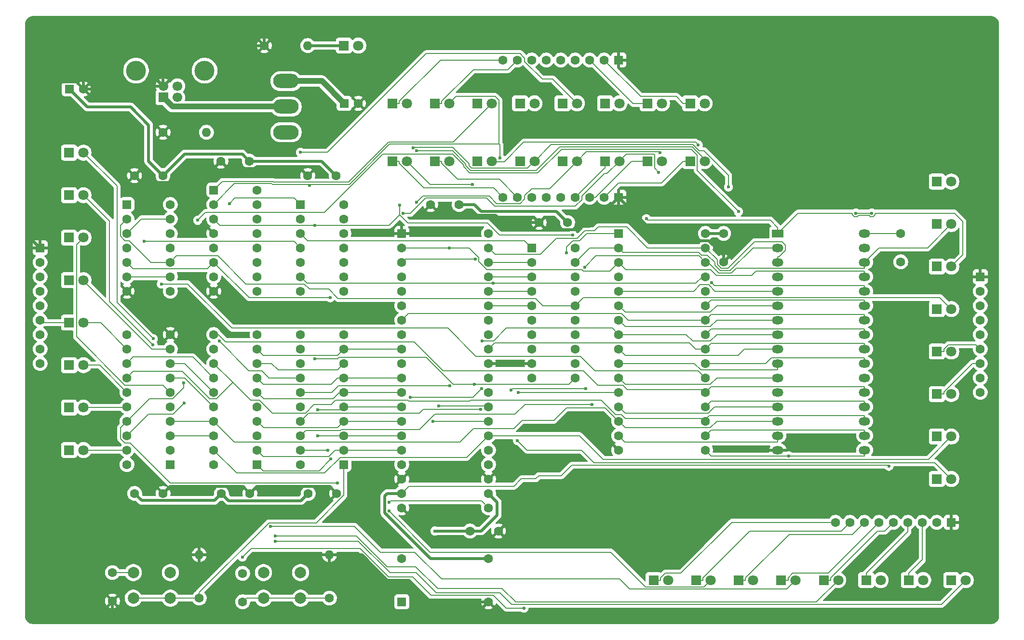
<source format=gbr>
%TF.GenerationSoftware,KiCad,Pcbnew,9.0.1*%
%TF.CreationDate,2025-05-21T13:32:22+02:00*%
%TF.ProjectId,mb88-testboard,6d623838-2d74-4657-9374-626f6172642e,1*%
%TF.SameCoordinates,Original*%
%TF.FileFunction,Copper,L1,Top*%
%TF.FilePolarity,Positive*%
%FSLAX46Y46*%
G04 Gerber Fmt 4.6, Leading zero omitted, Abs format (unit mm)*
G04 Created by KiCad (PCBNEW 9.0.1) date 2025-05-21 13:32:22*
%MOMM*%
%LPD*%
G01*
G04 APERTURE LIST*
G04 Aperture macros list*
%AMRoundRect*
0 Rectangle with rounded corners*
0 $1 Rounding radius*
0 $2 $3 $4 $5 $6 $7 $8 $9 X,Y pos of 4 corners*
0 Add a 4 corners polygon primitive as box body*
4,1,4,$2,$3,$4,$5,$6,$7,$8,$9,$2,$3,0*
0 Add four circle primitives for the rounded corners*
1,1,$1+$1,$2,$3*
1,1,$1+$1,$4,$5*
1,1,$1+$1,$6,$7*
1,1,$1+$1,$8,$9*
0 Add four rect primitives between the rounded corners*
20,1,$1+$1,$2,$3,$4,$5,0*
20,1,$1+$1,$4,$5,$6,$7,0*
20,1,$1+$1,$6,$7,$8,$9,0*
20,1,$1+$1,$8,$9,$2,$3,0*%
G04 Aperture macros list end*
%TA.AperFunction,ComponentPad*%
%ADD10RoundRect,0.250000X-0.550000X-0.550000X0.550000X-0.550000X0.550000X0.550000X-0.550000X0.550000X0*%
%TD*%
%TA.AperFunction,ComponentPad*%
%ADD11C,1.600000*%
%TD*%
%TA.AperFunction,ComponentPad*%
%ADD12R,1.800000X1.800000*%
%TD*%
%TA.AperFunction,ComponentPad*%
%ADD13C,1.800000*%
%TD*%
%TA.AperFunction,ComponentPad*%
%ADD14R,1.600000X1.600000*%
%TD*%
%TA.AperFunction,ComponentPad*%
%ADD15RoundRect,0.250000X0.550000X0.550000X-0.550000X0.550000X-0.550000X-0.550000X0.550000X-0.550000X0*%
%TD*%
%TA.AperFunction,ComponentPad*%
%ADD16C,2.000000*%
%TD*%
%TA.AperFunction,ComponentPad*%
%ADD17O,1.600000X1.600000*%
%TD*%
%TA.AperFunction,ComponentPad*%
%ADD18R,2.000000X1.440000*%
%TD*%
%TA.AperFunction,ComponentPad*%
%ADD19O,2.000000X1.440000*%
%TD*%
%TA.AperFunction,ComponentPad*%
%ADD20O,4.500000X2.500000*%
%TD*%
%TA.AperFunction,ComponentPad*%
%ADD21R,1.700000X1.700000*%
%TD*%
%TA.AperFunction,ComponentPad*%
%ADD22C,1.700000*%
%TD*%
%TA.AperFunction,ComponentPad*%
%ADD23C,3.500000*%
%TD*%
%TA.AperFunction,ViaPad*%
%ADD24C,0.600000*%
%TD*%
%TA.AperFunction,Conductor*%
%ADD25C,1.000000*%
%TD*%
%TA.AperFunction,Conductor*%
%ADD26C,0.500000*%
%TD*%
%TA.AperFunction,Conductor*%
%ADD27C,0.200000*%
%TD*%
G04 APERTURE END LIST*
D10*
%TO.P,U9,1,A18*%
%TO.N,A18*%
X185420000Y-63500000D03*
D11*
%TO.P,U9,2,A16*%
%TO.N,A16*%
X185420000Y-66040000D03*
%TO.P,U9,3,A14*%
%TO.N,A14*%
X185420000Y-68580000D03*
%TO.P,U9,4,A12*%
%TO.N,A12*%
X185420000Y-71120000D03*
%TO.P,U9,5,A7*%
%TO.N,A7*%
X185420000Y-73660000D03*
%TO.P,U9,6,A6*%
%TO.N,A6*%
X185420000Y-76200000D03*
%TO.P,U9,7,A5*%
%TO.N,A5*%
X185420000Y-78740000D03*
%TO.P,U9,8,A4*%
%TO.N,A4*%
X185420000Y-81280000D03*
%TO.P,U9,9,A3*%
%TO.N,A3*%
X185420000Y-83820000D03*
%TO.P,U9,10,A2*%
%TO.N,A2*%
X185420000Y-86360000D03*
%TO.P,U9,11,A1*%
%TO.N,A1*%
X185420000Y-88900000D03*
%TO.P,U9,12,A0*%
%TO.N,A0*%
X185420000Y-91440000D03*
%TO.P,U9,13,DQ0*%
%TO.N,D0*%
X185420000Y-93980000D03*
%TO.P,U9,14,DQ1*%
%TO.N,D1*%
X185420000Y-96520000D03*
%TO.P,U9,15,DQ2*%
%TO.N,D2*%
X185420000Y-99060000D03*
%TO.P,U9,16,VSS*%
%TO.N,GND*%
X185420000Y-101600000D03*
%TO.P,U9,17,DQ3*%
%TO.N,D3*%
X200660000Y-101600000D03*
%TO.P,U9,18,DQ4*%
%TO.N,D4*%
X200660000Y-99060000D03*
%TO.P,U9,19,DQ5*%
%TO.N,D5*%
X200660000Y-96520000D03*
%TO.P,U9,20,DQ6*%
%TO.N,D6*%
X200660000Y-93980000D03*
%TO.P,U9,21,DQ7*%
%TO.N,D7*%
X200660000Y-91440000D03*
%TO.P,U9,22,CE#*%
%TO.N,~{RAMCS}*%
X200660000Y-88900000D03*
%TO.P,U9,23,A10*%
%TO.N,A10*%
X200660000Y-86360000D03*
%TO.P,U9,24,OE#*%
%TO.N,~{RD}*%
X200660000Y-83820000D03*
%TO.P,U9,25,A11*%
%TO.N,A11*%
X200660000Y-81280000D03*
%TO.P,U9,26,A9*%
%TO.N,A9*%
X200660000Y-78740000D03*
%TO.P,U9,27,A8*%
%TO.N,A8*%
X200660000Y-76200000D03*
%TO.P,U9,28,A13*%
%TO.N,A13*%
X200660000Y-73660000D03*
%TO.P,U9,29,WE#*%
%TO.N,~{WR}*%
X200660000Y-71120000D03*
%TO.P,U9,30,A17*%
%TO.N,A17*%
X200660000Y-68580000D03*
%TO.P,U9,31,A15*%
%TO.N,A15*%
X200660000Y-66040000D03*
%TO.P,U9,32,VCC*%
%TO.N,VCC*%
X200660000Y-63500000D03*
%TD*%
D10*
%TO.P,U1,1,GND*%
%TO.N,GND*%
X147320000Y-63500000D03*
D11*
%TO.P,U1,2,A14*%
%TO.N,A14*%
X147320000Y-66040000D03*
%TO.P,U1,3,A13*%
%TO.N,A13*%
X147320000Y-68580000D03*
%TO.P,U1,4,A12*%
%TO.N,A12*%
X147320000Y-71120000D03*
%TO.P,U1,5,A11*%
%TO.N,A11*%
X147320000Y-73660000D03*
%TO.P,U1,6,A10*%
%TO.N,A10*%
X147320000Y-76200000D03*
%TO.P,U1,7,A9*%
%TO.N,A9*%
X147320000Y-78740000D03*
%TO.P,U1,8,A8*%
%TO.N,A8*%
X147320000Y-81280000D03*
%TO.P,U1,9,AD7*%
%TO.N,AD7*%
X147320000Y-83820000D03*
%TO.P,U1,10,AD6*%
%TO.N,AD6*%
X147320000Y-86360000D03*
%TO.P,U1,11,AD5*%
%TO.N,AD5*%
X147320000Y-88900000D03*
%TO.P,U1,12,AD4*%
%TO.N,AD4*%
X147320000Y-91440000D03*
%TO.P,U1,13,AD3*%
%TO.N,AD3*%
X147320000Y-93980000D03*
%TO.P,U1,14,AD2*%
%TO.N,AD2*%
X147320000Y-96520000D03*
%TO.P,U1,15,AD1*%
%TO.N,AD1*%
X147320000Y-99060000D03*
%TO.P,U1,16,AD0*%
%TO.N,AD0*%
X147320000Y-101600000D03*
%TO.P,U1,17,NMI*%
%TO.N,NMI*%
X147320000Y-104140000D03*
%TO.P,U1,18,INTR*%
%TO.N,GND*%
X147320000Y-106680000D03*
%TO.P,U1,19,CLK*%
%TO.N,CLK*%
X147320000Y-109220000D03*
%TO.P,U1,20,GND*%
%TO.N,GND*%
X147320000Y-111760000D03*
%TO.P,U1,21,RESET*%
%TO.N,RES*%
X162560000Y-111760000D03*
%TO.P,U1,22,READY*%
%TO.N,VCC*%
X162560000Y-109220000D03*
%TO.P,U1,23,~{TEST}*%
%TO.N,GND*%
X162560000Y-106680000D03*
%TO.P,U1,24,~{INTA}*%
%TO.N,unconnected-(U1-~{INTA}-Pad24)*%
X162560000Y-104140000D03*
%TO.P,U1,25,ALE*%
%TO.N,ALE*%
X162560000Y-101600000D03*
%TO.P,U1,26,DEN*%
%TO.N,DEN*%
X162560000Y-99060000D03*
%TO.P,U1,27,DT/~{R}*%
%TO.N,DT*%
X162560000Y-96520000D03*
%TO.P,U1,28,IO/~{M}*%
%TO.N,~{M}*%
X162560000Y-93980000D03*
%TO.P,U1,29,~{WR}*%
%TO.N,~{WR}*%
X162560000Y-91440000D03*
%TO.P,U1,30,HLDA*%
%TO.N,unconnected-(U1-HLDA-Pad30)*%
X162560000Y-88900000D03*
%TO.P,U1,31,HOLD*%
%TO.N,GND*%
X162560000Y-86360000D03*
%TO.P,U1,32,~{RD}*%
%TO.N,~{RD}*%
X162560000Y-83820000D03*
%TO.P,U1,33,MN/~{MX}*%
%TO.N,VCC*%
X162560000Y-81280000D03*
%TO.P,U1,34,~{SSO}*%
%TO.N,unconnected-(U1-~{SSO}-Pad34)*%
X162560000Y-78740000D03*
%TO.P,U1,35,A19/S6*%
%TO.N,AD19*%
X162560000Y-76200000D03*
%TO.P,U1,36,A18/S5*%
%TO.N,AD18*%
X162560000Y-73660000D03*
%TO.P,U1,37,A17/S4*%
%TO.N,AD17*%
X162560000Y-71120000D03*
%TO.P,U1,38,A16/S3*%
%TO.N,AD16*%
X162560000Y-68580000D03*
%TO.P,U1,39,A15*%
%TO.N,A15*%
X162560000Y-66040000D03*
%TO.P,U1,40,VCC*%
%TO.N,VCC*%
X162560000Y-63500000D03*
%TD*%
D12*
%TO.P,D35,1,K*%
%TO.N,Net-(D35-K)*%
X241300000Y-61860000D03*
D13*
%TO.P,D35,2,A*%
%TO.N,A17*%
X243840000Y-61860000D03*
%TD*%
D12*
%TO.P,D9,1,K*%
%TO.N,Net-(D9-K)*%
X137160000Y-30480000D03*
D13*
%TO.P,D9,2,A*%
%TO.N,VCC*%
X139700000Y-30480000D03*
%TD*%
D14*
%TO.P,X1,1,NC*%
%TO.N,unconnected-(X1-NC-Pad1)*%
X147320000Y-128270000D03*
D11*
%TO.P,X1,7,GND*%
%TO.N,GND*%
X162560000Y-128270000D03*
%TO.P,X1,8,OUT*%
%TO.N,CLK*%
X162560000Y-120650000D03*
%TO.P,X1,14,Vcc*%
%TO.N,VCC*%
X147320000Y-120650000D03*
%TD*%
D15*
%TO.P,U2,1,OE*%
%TO.N,RES*%
X137160000Y-104140000D03*
D11*
%TO.P,U2,2,D0*%
%TO.N,AD0*%
X137160000Y-101600000D03*
%TO.P,U2,3,D1*%
%TO.N,AD1*%
X137160000Y-99060000D03*
%TO.P,U2,4,D2*%
%TO.N,AD2*%
X137160000Y-96520000D03*
%TO.P,U2,5,D3*%
%TO.N,AD3*%
X137160000Y-93980000D03*
%TO.P,U2,6,D4*%
%TO.N,AD4*%
X137160000Y-91440000D03*
%TO.P,U2,7,D5*%
%TO.N,AD5*%
X137160000Y-88900000D03*
%TO.P,U2,8,D6*%
%TO.N,AD6*%
X137160000Y-86360000D03*
%TO.P,U2,9,D7*%
%TO.N,AD7*%
X137160000Y-83820000D03*
%TO.P,U2,10,GND*%
%TO.N,GND*%
X137160000Y-81280000D03*
%TO.P,U2,11,Load*%
%TO.N,ALE*%
X129540000Y-81280000D03*
%TO.P,U2,12,Q7*%
%TO.N,A7*%
X129540000Y-83820000D03*
%TO.P,U2,13,Q6*%
%TO.N,A6*%
X129540000Y-86360000D03*
%TO.P,U2,14,Q5*%
%TO.N,A5*%
X129540000Y-88900000D03*
%TO.P,U2,15,Q4*%
%TO.N,A4*%
X129540000Y-91440000D03*
%TO.P,U2,16,Q3*%
%TO.N,A3*%
X129540000Y-93980000D03*
%TO.P,U2,17,Q2*%
%TO.N,A2*%
X129540000Y-96520000D03*
%TO.P,U2,18,Q1*%
%TO.N,A1*%
X129540000Y-99060000D03*
%TO.P,U2,19,Q0*%
%TO.N,A0*%
X129540000Y-101600000D03*
%TO.P,U2,20,VCC*%
%TO.N,VCC*%
X129540000Y-104140000D03*
%TD*%
D15*
%TO.P,U4,1,A->B*%
%TO.N,DT*%
X121920000Y-104140000D03*
D11*
%TO.P,U4,2,A0*%
%TO.N,AD0*%
X121920000Y-101600000D03*
%TO.P,U4,3,A1*%
%TO.N,AD1*%
X121920000Y-99060000D03*
%TO.P,U4,4,A2*%
%TO.N,AD2*%
X121920000Y-96520000D03*
%TO.P,U4,5,A3*%
%TO.N,AD3*%
X121920000Y-93980000D03*
%TO.P,U4,6,A4*%
%TO.N,AD4*%
X121920000Y-91440000D03*
%TO.P,U4,7,A5*%
%TO.N,AD5*%
X121920000Y-88900000D03*
%TO.P,U4,8,A6*%
%TO.N,AD6*%
X121920000Y-86360000D03*
%TO.P,U4,9,A7*%
%TO.N,AD7*%
X121920000Y-83820000D03*
%TO.P,U4,10,GND*%
%TO.N,GND*%
X121920000Y-81280000D03*
%TO.P,U4,11,B7*%
%TO.N,D7*%
X114300000Y-81280000D03*
%TO.P,U4,12,B6*%
%TO.N,D6*%
X114300000Y-83820000D03*
%TO.P,U4,13,B5*%
%TO.N,D5*%
X114300000Y-86360000D03*
%TO.P,U4,14,B4*%
%TO.N,D4*%
X114300000Y-88900000D03*
%TO.P,U4,15,B3*%
%TO.N,D3*%
X114300000Y-91440000D03*
%TO.P,U4,16,B2*%
%TO.N,D2*%
X114300000Y-93980000D03*
%TO.P,U4,17,B1*%
%TO.N,D1*%
X114300000Y-96520000D03*
%TO.P,U4,18,B0*%
%TO.N,D0*%
X114300000Y-99060000D03*
%TO.P,U4,19,CE*%
%TO.N,DEN*%
X114300000Y-101600000D03*
%TO.P,U4,20,VCC*%
%TO.N,VCC*%
X114300000Y-104140000D03*
%TD*%
D14*
%TO.P,C1,1*%
%TO.N,VCC*%
X88940000Y-38100000D03*
D11*
%TO.P,C1,2*%
%TO.N,GND*%
X91440000Y-38100000D03*
%TD*%
D16*
%TO.P,SW3,1,1*%
%TO.N,VCC*%
X100180000Y-123135000D03*
X106680000Y-123135000D03*
%TO.P,SW3,2,2*%
%TO.N,RES*%
X100180000Y-127635000D03*
X106680000Y-127635000D03*
%TD*%
D12*
%TO.P,D4,1,K*%
%TO.N,Net-(D4-K)*%
X88900000Y-71720000D03*
D13*
%TO.P,D4,2,A*%
%TO.N,L3*%
X91440000Y-71720000D03*
%TD*%
D12*
%TO.P,D26,1,K*%
%TO.N,Net-(D26-K)*%
X243840000Y-124460000D03*
D13*
%TO.P,D26,2,A*%
%TO.N,D0*%
X246380000Y-124460000D03*
%TD*%
D11*
%TO.P,C14,1*%
%TO.N,NMI*%
X119380000Y-128270000D03*
%TO.P,C14,2*%
%TO.N,VCC*%
X119380000Y-123270000D03*
%TD*%
D12*
%TO.P,D7,1,K*%
%TO.N,Net-(D7-K)*%
X88900000Y-94130000D03*
D13*
%TO.P,D7,2,A*%
%TO.N,L6*%
X91440000Y-94130000D03*
%TD*%
D12*
%TO.P,D33,1,K*%
%TO.N,Net-(D33-K)*%
X191550000Y-124460000D03*
D13*
%TO.P,D33,2,A*%
%TO.N,D7*%
X194090000Y-124460000D03*
%TD*%
D11*
%TO.P,R7,1*%
%TO.N,RES*%
X111760000Y-127635000D03*
D17*
%TO.P,R7,2*%
%TO.N,GND*%
X111760000Y-120015000D03*
%TD*%
D11*
%TO.P,C7,1*%
%TO.N,VCC*%
X135810000Y-53340000D03*
%TO.P,C7,2*%
%TO.N,GND*%
X130810000Y-53340000D03*
%TD*%
%TO.P,C10,1*%
%TO.N,VCC*%
X157400000Y-58420000D03*
%TO.P,C10,2*%
%TO.N,GND*%
X152400000Y-58420000D03*
%TD*%
D14*
%TO.P,RN3,1,R1*%
%TO.N,GND*%
X185420000Y-57150000D03*
D11*
%TO.P,RN3,2,R1.2*%
%TO.N,Net-(D18-K)*%
X182880000Y-57150000D03*
%TO.P,RN3,3,R2.2*%
%TO.N,Net-(D19-K)*%
X180340000Y-57150000D03*
%TO.P,RN3,4,R3.2*%
%TO.N,Net-(D20-K)*%
X177800000Y-57150000D03*
%TO.P,RN3,5,R4.2*%
%TO.N,Net-(D21-K)*%
X175260000Y-57150000D03*
%TO.P,RN3,6,R5.2*%
%TO.N,Net-(D22-K)*%
X172720000Y-57150000D03*
%TO.P,RN3,7,R6.2*%
%TO.N,Net-(D23-K)*%
X170180000Y-57150000D03*
%TO.P,RN3,8,R7.2*%
%TO.N,Net-(D24-K)*%
X167640000Y-57150000D03*
%TO.P,RN3,9,R8.2*%
%TO.N,Net-(D25-K)*%
X165100000Y-57150000D03*
%TD*%
D12*
%TO.P,D8,1,K*%
%TO.N,Net-(D8-K)*%
X88900000Y-101600000D03*
D13*
%TO.P,D8,2,A*%
%TO.N,L7*%
X91440000Y-101600000D03*
%TD*%
D10*
%TO.P,U8,1*%
%TO.N,A19*%
X99060000Y-58420000D03*
D11*
%TO.P,U8,2*%
X99060000Y-60960000D03*
%TO.P,U8,3*%
%TO.N,~{A19}*%
X99060000Y-63500000D03*
%TO.P,U8,4*%
%TO.N,~{M}*%
X99060000Y-66040000D03*
%TO.P,U8,5*%
X99060000Y-68580000D03*
%TO.P,U8,6*%
%TO.N,M*%
X99060000Y-71120000D03*
%TO.P,U8,7,GND*%
%TO.N,GND*%
X99060000Y-73660000D03*
%TO.P,U8,8*%
%TO.N,~{ROMCS}*%
X106680000Y-73660000D03*
%TO.P,U8,9*%
%TO.N,M*%
X106680000Y-71120000D03*
%TO.P,U8,10*%
%TO.N,A19*%
X106680000Y-68580000D03*
%TO.P,U8,11*%
%TO.N,~{RAMCS}*%
X106680000Y-66040000D03*
%TO.P,U8,12*%
%TO.N,M*%
X106680000Y-63500000D03*
%TO.P,U8,13*%
%TO.N,~{A19}*%
X106680000Y-60960000D03*
%TO.P,U8,14,VCC*%
%TO.N,VCC*%
X106680000Y-58420000D03*
%TD*%
D12*
%TO.P,D32,1,K*%
%TO.N,Net-(D32-K)*%
X199020000Y-124460000D03*
D13*
%TO.P,D32,2,A*%
%TO.N,D6*%
X201560000Y-124460000D03*
%TD*%
D16*
%TO.P,SW4,1,1*%
%TO.N,VCC*%
X123040000Y-123135000D03*
X129540000Y-123135000D03*
%TO.P,SW4,2,2*%
%TO.N,NMI*%
X123040000Y-127635000D03*
X129540000Y-127635000D03*
%TD*%
D12*
%TO.P,D25,1,K*%
%TO.N,Net-(D25-K)*%
X145680000Y-50800000D03*
D13*
%TO.P,D25,2,A*%
%TO.N,A15*%
X148220000Y-50800000D03*
%TD*%
D12*
%TO.P,D31,1,K*%
%TO.N,Net-(D31-K)*%
X206490000Y-124460000D03*
D13*
%TO.P,D31,2,A*%
%TO.N,D5*%
X209030000Y-124460000D03*
%TD*%
D12*
%TO.P,D29,1,K*%
%TO.N,Net-(D29-K)*%
X221430000Y-124460000D03*
D13*
%TO.P,D29,2,A*%
%TO.N,D3*%
X223970000Y-124460000D03*
%TD*%
D14*
%TO.P,C2,1*%
%TO.N,VCC*%
X137200000Y-40640000D03*
D11*
%TO.P,C2,2*%
%TO.N,GND*%
X139700000Y-40640000D03*
%TD*%
D12*
%TO.P,D17,1,K*%
%TO.N,Net-(D17-K)*%
X145680000Y-40640000D03*
D13*
%TO.P,D17,2,A*%
%TO.N,A7*%
X148220000Y-40640000D03*
%TD*%
D12*
%TO.P,D21,1,K*%
%TO.N,Net-(D21-K)*%
X175560000Y-50800000D03*
D13*
%TO.P,D21,2,A*%
%TO.N,A11*%
X178100000Y-50800000D03*
%TD*%
D12*
%TO.P,D39,1,K*%
%TO.N,Net-(D39-K)*%
X241300000Y-91740000D03*
D13*
%TO.P,D39,2,A*%
%TO.N,RES*%
X243840000Y-91740000D03*
%TD*%
D11*
%TO.P,C6,1*%
%TO.N,VCC*%
X100410000Y-109220000D03*
%TO.P,C6,2*%
%TO.N,GND*%
X105410000Y-109220000D03*
%TD*%
D12*
%TO.P,D15,1,K*%
%TO.N,Net-(D15-K)*%
X160620000Y-40640000D03*
D13*
%TO.P,D15,2,A*%
%TO.N,A5*%
X163160000Y-40640000D03*
%TD*%
D12*
%TO.P,D36,1,K*%
%TO.N,Net-(D36-K)*%
X241300000Y-69330000D03*
D13*
%TO.P,D36,2,A*%
%TO.N,A18*%
X243840000Y-69330000D03*
%TD*%
D11*
%TO.P,R2,1*%
%TO.N,GND*%
X123190000Y-30480000D03*
D17*
%TO.P,R2,2*%
%TO.N,Net-(D9-K)*%
X130810000Y-30480000D03*
%TD*%
D12*
%TO.P,D6,1,K*%
%TO.N,Net-(D6-K)*%
X88900000Y-86660000D03*
D13*
%TO.P,D6,2,A*%
%TO.N,L5*%
X91440000Y-86660000D03*
%TD*%
D11*
%TO.P,R1,1*%
%TO.N,GND*%
X105410000Y-45720000D03*
D17*
%TO.P,R1,2*%
%TO.N,Net-(J1-Shield)*%
X113030000Y-45720000D03*
%TD*%
D11*
%TO.P,C15,1*%
%TO.N,VCC*%
X96520000Y-123135000D03*
%TO.P,C15,2*%
%TO.N,GND*%
X96520000Y-128135000D03*
%TD*%
D18*
%TO.P,U5,1,A18*%
%TO.N,A18*%
X213360000Y-63500000D03*
D19*
%TO.P,U5,2,A16*%
%TO.N,A16*%
X213360000Y-66040000D03*
%TO.P,U5,3,A15*%
%TO.N,A15*%
X213360000Y-68580000D03*
%TO.P,U5,4,A12*%
%TO.N,A12*%
X213360000Y-71120000D03*
%TO.P,U5,5,A7*%
%TO.N,A7*%
X213360000Y-73660000D03*
%TO.P,U5,6,A6*%
%TO.N,A6*%
X213360000Y-76200000D03*
%TO.P,U5,7,A5*%
%TO.N,A5*%
X213360000Y-78740000D03*
%TO.P,U5,8,A4*%
%TO.N,A4*%
X213360000Y-81280000D03*
%TO.P,U5,9,A3*%
%TO.N,A3*%
X213360000Y-83820000D03*
%TO.P,U5,10,A2*%
%TO.N,A2*%
X213360000Y-86360000D03*
%TO.P,U5,11,A1*%
%TO.N,A1*%
X213360000Y-88900000D03*
%TO.P,U5,12,A0*%
%TO.N,A0*%
X213360000Y-91440000D03*
%TO.P,U5,13,D0*%
%TO.N,D0*%
X213360000Y-93980000D03*
%TO.P,U5,14,D1*%
%TO.N,D1*%
X213360000Y-96520000D03*
%TO.P,U5,15,D2*%
%TO.N,D2*%
X213360000Y-99060000D03*
%TO.P,U5,16,GND*%
%TO.N,GND*%
X213360000Y-101600000D03*
%TO.P,U5,17,D3*%
%TO.N,D3*%
X228600000Y-101600000D03*
%TO.P,U5,18,D4*%
%TO.N,D4*%
X228600000Y-99060000D03*
%TO.P,U5,19,D5*%
%TO.N,D5*%
X228600000Y-96520000D03*
%TO.P,U5,20,D6*%
%TO.N,D6*%
X228600000Y-93980000D03*
%TO.P,U5,21,D7*%
%TO.N,D7*%
X228600000Y-91440000D03*
%TO.P,U5,22,CE*%
%TO.N,~{ROMCS}*%
X228600000Y-88900000D03*
%TO.P,U5,23,A10*%
%TO.N,A10*%
X228600000Y-86360000D03*
%TO.P,U5,24,OE*%
%TO.N,~{RD}*%
X228600000Y-83820000D03*
%TO.P,U5,25,A11*%
%TO.N,A11*%
X228600000Y-81280000D03*
%TO.P,U5,26,A9*%
%TO.N,A9*%
X228600000Y-78740000D03*
%TO.P,U5,27,A8*%
%TO.N,A8*%
X228600000Y-76200000D03*
%TO.P,U5,28,A13*%
%TO.N,A13*%
X228600000Y-73660000D03*
%TO.P,U5,29,A14*%
%TO.N,A14*%
X228600000Y-71120000D03*
%TO.P,U5,30,A17*%
%TO.N,A17*%
X228600000Y-68580000D03*
%TO.P,U5,31,PGM*%
%TO.N,VCC*%
X228600000Y-66040000D03*
%TO.P,U5,32,VCC*%
X228600000Y-63500000D03*
%TD*%
D12*
%TO.P,D27,1,K*%
%TO.N,Net-(D27-K)*%
X236370000Y-124460000D03*
D13*
%TO.P,D27,2,A*%
%TO.N,D1*%
X238910000Y-124460000D03*
%TD*%
D14*
%TO.P,RN1,1,R1*%
%TO.N,GND*%
X83820000Y-66040000D03*
D11*
%TO.P,RN1,2,R1.2*%
%TO.N,Net-(D1-K)*%
X83820000Y-68580000D03*
%TO.P,RN1,3,R2.2*%
%TO.N,Net-(D2-K)*%
X83820000Y-71120000D03*
%TO.P,RN1,4,R3.2*%
%TO.N,Net-(D3-K)*%
X83820000Y-73660000D03*
%TO.P,RN1,5,R4.2*%
%TO.N,Net-(D4-K)*%
X83820000Y-76200000D03*
%TO.P,RN1,6,R5.2*%
%TO.N,Net-(D5-K)*%
X83820000Y-78740000D03*
%TO.P,RN1,7,R6.2*%
%TO.N,Net-(D6-K)*%
X83820000Y-81280000D03*
%TO.P,RN1,8,R7.2*%
%TO.N,Net-(D7-K)*%
X83820000Y-83820000D03*
%TO.P,RN1,9,R8.2*%
%TO.N,Net-(D8-K)*%
X83820000Y-86360000D03*
%TD*%
D12*
%TO.P,D11,1,K*%
%TO.N,Net-(D11-K)*%
X190500000Y-40640000D03*
D13*
%TO.P,D11,2,A*%
%TO.N,A1*%
X193040000Y-40640000D03*
%TD*%
D20*
%TO.P,SW1,1,A*%
%TO.N,VCC*%
X127000000Y-36720000D03*
%TO.P,SW1,2,B*%
%TO.N,VIN*%
X127000000Y-41220000D03*
%TO.P,SW1,3,C*%
%TO.N,unconnected-(SW1-C-Pad3)*%
X127000000Y-45720000D03*
%TD*%
D12*
%TO.P,D1,1,K*%
%TO.N,Net-(D1-K)*%
X88900000Y-49310000D03*
D13*
%TO.P,D1,2,A*%
%TO.N,L0*%
X91440000Y-49310000D03*
%TD*%
D12*
%TO.P,D22,1,K*%
%TO.N,Net-(D22-K)*%
X168090000Y-50800000D03*
D13*
%TO.P,D22,2,A*%
%TO.N,A12*%
X170630000Y-50800000D03*
%TD*%
D12*
%TO.P,D37,1,K*%
%TO.N,Net-(D37-K)*%
X241300000Y-76800000D03*
D13*
%TO.P,D37,2,A*%
%TO.N,A19*%
X243840000Y-76800000D03*
%TD*%
D11*
%TO.P,C13,1*%
%TO.N,RES*%
X234950000Y-68500000D03*
%TO.P,C13,2*%
%TO.N,VCC*%
X234950000Y-63500000D03*
%TD*%
%TO.P,C9,1*%
%TO.N,VCC*%
X105370000Y-53340000D03*
%TO.P,C9,2*%
%TO.N,GND*%
X100370000Y-53340000D03*
%TD*%
D12*
%TO.P,D18,1,K*%
%TO.N,Net-(D18-K)*%
X197970000Y-50800000D03*
D13*
%TO.P,D18,2,A*%
%TO.N,A8*%
X200510000Y-50800000D03*
%TD*%
D10*
%TO.P,U3,1,OE*%
%TO.N,RES*%
X170180000Y-66040000D03*
D11*
%TO.P,U3,2,D0*%
%TO.N,AD16*%
X170180000Y-68580000D03*
%TO.P,U3,3,D1*%
%TO.N,AD17*%
X170180000Y-71120000D03*
%TO.P,U3,4,D2*%
%TO.N,AD18*%
X170180000Y-73660000D03*
%TO.P,U3,5,D3*%
%TO.N,AD19*%
X170180000Y-76200000D03*
%TO.P,U3,6,D4*%
%TO.N,GND*%
X170180000Y-78740000D03*
%TO.P,U3,7,D5*%
X170180000Y-81280000D03*
%TO.P,U3,8,D6*%
X170180000Y-83820000D03*
%TO.P,U3,9,D7*%
X170180000Y-86360000D03*
%TO.P,U3,10,GND*%
X170180000Y-88900000D03*
%TO.P,U3,11,Load*%
%TO.N,ALE*%
X177800000Y-88900000D03*
%TO.P,U3,12,Q7*%
%TO.N,unconnected-(U3-Q7-Pad12)*%
X177800000Y-86360000D03*
%TO.P,U3,13,Q6*%
%TO.N,unconnected-(U3-Q6-Pad13)*%
X177800000Y-83820000D03*
%TO.P,U3,14,Q5*%
%TO.N,unconnected-(U3-Q5-Pad14)*%
X177800000Y-81280000D03*
%TO.P,U3,15,Q4*%
%TO.N,unconnected-(U3-Q4-Pad15)*%
X177800000Y-78740000D03*
%TO.P,U3,16,Q3*%
%TO.N,A19*%
X177800000Y-76200000D03*
%TO.P,U3,17,Q2*%
%TO.N,A18*%
X177800000Y-73660000D03*
%TO.P,U3,18,Q1*%
%TO.N,A17*%
X177800000Y-71120000D03*
%TO.P,U3,19,Q0*%
%TO.N,A16*%
X177800000Y-68580000D03*
%TO.P,U3,20,VCC*%
%TO.N,VCC*%
X177800000Y-66040000D03*
%TD*%
D12*
%TO.P,D30,1,K*%
%TO.N,Net-(D30-K)*%
X213960000Y-124460000D03*
D13*
%TO.P,D30,2,A*%
%TO.N,D4*%
X216500000Y-124460000D03*
%TD*%
D12*
%TO.P,D23,1,K*%
%TO.N,Net-(D23-K)*%
X160620000Y-50800000D03*
D13*
%TO.P,D23,2,A*%
%TO.N,A13*%
X163160000Y-50800000D03*
%TD*%
D11*
%TO.P,R8,1*%
%TO.N,NMI*%
X134620000Y-127635000D03*
D17*
%TO.P,R8,2*%
%TO.N,GND*%
X134620000Y-120015000D03*
%TD*%
D12*
%TO.P,D10,1,K*%
%TO.N,Net-(D10-K)*%
X197970000Y-40640000D03*
D13*
%TO.P,D10,2,A*%
%TO.N,A0*%
X200510000Y-40640000D03*
%TD*%
D14*
%TO.P,RN2,1,R1*%
%TO.N,GND*%
X185420000Y-33020000D03*
D11*
%TO.P,RN2,2,R1.2*%
%TO.N,Net-(D10-K)*%
X182880000Y-33020000D03*
%TO.P,RN2,3,R2.2*%
%TO.N,Net-(D11-K)*%
X180340000Y-33020000D03*
%TO.P,RN2,4,R3.2*%
%TO.N,Net-(D12-K)*%
X177800000Y-33020000D03*
%TO.P,RN2,5,R4.2*%
%TO.N,Net-(D13-K)*%
X175260000Y-33020000D03*
%TO.P,RN2,6,R5.2*%
%TO.N,Net-(D14-K)*%
X172720000Y-33020000D03*
%TO.P,RN2,7,R6.2*%
%TO.N,Net-(D15-K)*%
X170180000Y-33020000D03*
%TO.P,RN2,8,R7.2*%
%TO.N,Net-(D16-K)*%
X167640000Y-33020000D03*
%TO.P,RN2,9,R8.2*%
%TO.N,Net-(D17-K)*%
X165100000Y-33020000D03*
%TD*%
D10*
%TO.P,U7,1*%
%TO.N,~{RES}*%
X129540000Y-58420000D03*
D11*
%TO.P,U7,2*%
%TO.N,RES*%
X129540000Y-60960000D03*
%TO.P,U7,3*%
X129540000Y-63500000D03*
%TO.P,U7,4*%
%TO.N,LATCH*%
X129540000Y-66040000D03*
%TO.P,U7,5*%
%TO.N,~{IO00}*%
X129540000Y-68580000D03*
%TO.P,U7,6*%
%TO.N,~{WR}*%
X129540000Y-71120000D03*
%TO.P,U7,7,GND*%
%TO.N,GND*%
X129540000Y-73660000D03*
%TO.P,U7,8*%
%TO.N,VCC*%
X137160000Y-73660000D03*
%TO.P,U7,9*%
X137160000Y-71120000D03*
%TO.P,U7,10*%
%TO.N,unconnected-(U7-Pad10)*%
X137160000Y-68580000D03*
%TO.P,U7,11*%
%TO.N,VCC*%
X137160000Y-66040000D03*
%TO.P,U7,12*%
X137160000Y-63500000D03*
%TO.P,U7,13*%
%TO.N,unconnected-(U7-Pad13)*%
X137160000Y-60960000D03*
%TO.P,U7,14,VCC*%
%TO.N,VCC*%
X137160000Y-58420000D03*
%TD*%
D12*
%TO.P,D12,1,K*%
%TO.N,Net-(D12-K)*%
X183030000Y-40640000D03*
D13*
%TO.P,D12,2,A*%
%TO.N,A2*%
X185570000Y-40640000D03*
%TD*%
D12*
%TO.P,D24,1,K*%
%TO.N,Net-(D24-K)*%
X153150000Y-50800000D03*
D13*
%TO.P,D24,2,A*%
%TO.N,A14*%
X155690000Y-50800000D03*
%TD*%
D12*
%TO.P,D19,1,K*%
%TO.N,Net-(D19-K)*%
X190500000Y-50800000D03*
D13*
%TO.P,D19,2,A*%
%TO.N,A9*%
X193040000Y-50800000D03*
%TD*%
D11*
%TO.P,C4,1*%
%TO.N,VCC*%
X130890000Y-109220000D03*
%TO.P,C4,2*%
%TO.N,GND*%
X135890000Y-109220000D03*
%TD*%
D12*
%TO.P,D38,1,K*%
%TO.N,Net-(D38-K)*%
X241300000Y-84270000D03*
D13*
%TO.P,D38,2,A*%
%TO.N,CLK*%
X243840000Y-84270000D03*
%TD*%
D12*
%TO.P,D34,1,K*%
%TO.N,Net-(D34-K)*%
X241300000Y-54390000D03*
D13*
%TO.P,D34,2,A*%
%TO.N,A16*%
X243840000Y-54390000D03*
%TD*%
D12*
%TO.P,D5,1,K*%
%TO.N,Net-(D5-K)*%
X88900000Y-79190000D03*
D13*
%TO.P,D5,2,A*%
%TO.N,L4*%
X91440000Y-79190000D03*
%TD*%
D11*
%TO.P,C8,1*%
%TO.N,VCC*%
X120570000Y-50800000D03*
%TO.P,C8,2*%
%TO.N,GND*%
X115570000Y-50800000D03*
%TD*%
%TO.P,C3,1*%
%TO.N,VCC*%
X159298000Y-115824000D03*
%TO.P,C3,2*%
%TO.N,GND*%
X164298000Y-115824000D03*
%TD*%
D21*
%TO.P,J1,1,VBUS*%
%TO.N,VIN*%
X105430000Y-39597500D03*
D22*
%TO.P,J1,2,D-*%
%TO.N,unconnected-(J1-D--Pad2)*%
X107930000Y-39597500D03*
%TO.P,J1,3,D+*%
%TO.N,unconnected-(J1-D+-Pad3)*%
X107930000Y-37597500D03*
%TO.P,J1,4,GND*%
%TO.N,GND*%
X105430000Y-37597500D03*
D23*
%TO.P,J1,5,Shield*%
%TO.N,Net-(J1-Shield)*%
X100660000Y-34887500D03*
X112700000Y-34887500D03*
%TD*%
D11*
%TO.P,C5,1*%
%TO.N,VCC*%
X115650000Y-109220000D03*
%TO.P,C5,2*%
%TO.N,GND*%
X120650000Y-109220000D03*
%TD*%
D12*
%TO.P,D28,1,K*%
%TO.N,Net-(D28-K)*%
X228900000Y-124460000D03*
D13*
%TO.P,D28,2,A*%
%TO.N,D2*%
X231440000Y-124460000D03*
%TD*%
D12*
%TO.P,D13,1,K*%
%TO.N,Net-(D13-K)*%
X175560000Y-40640000D03*
D13*
%TO.P,D13,2,A*%
%TO.N,A3*%
X178100000Y-40640000D03*
%TD*%
D12*
%TO.P,D40,1,K*%
%TO.N,Net-(D40-K)*%
X241300000Y-99210000D03*
D13*
%TO.P,D40,2,A*%
%TO.N,DEN*%
X243840000Y-99210000D03*
%TD*%
D11*
%TO.P,C12,1*%
%TO.N,VCC*%
X203835000Y-63500000D03*
%TO.P,C12,2*%
%TO.N,GND*%
X203835000Y-68500000D03*
%TD*%
D12*
%TO.P,D16,1,K*%
%TO.N,Net-(D16-K)*%
X153150000Y-40640000D03*
D13*
%TO.P,D16,2,A*%
%TO.N,A6*%
X155690000Y-40640000D03*
%TD*%
D12*
%TO.P,D3,1,K*%
%TO.N,Net-(D3-K)*%
X88900000Y-64250000D03*
D13*
%TO.P,D3,2,A*%
%TO.N,L2*%
X91440000Y-64250000D03*
%TD*%
D10*
%TO.P,U6,1,A0*%
%TO.N,A5*%
X114300000Y-55880000D03*
D11*
%TO.P,U6,2,A1*%
%TO.N,A6*%
X114300000Y-58420000D03*
%TO.P,U6,3,A2*%
%TO.N,A7*%
X114300000Y-60960000D03*
%TO.P,U6,4,~{E0}*%
%TO.N,GND*%
X114300000Y-63500000D03*
%TO.P,U6,5,~{E1}*%
X114300000Y-66040000D03*
%TO.P,U6,6,E2*%
%TO.N,~{M}*%
X114300000Y-68580000D03*
%TO.P,U6,7,~{Y7}*%
%TO.N,unconnected-(U6-~{Y7}-Pad7)*%
X114300000Y-71120000D03*
%TO.P,U6,8,GND*%
%TO.N,GND*%
X114300000Y-73660000D03*
%TO.P,U6,9,~{Y6}*%
%TO.N,unconnected-(U6-~{Y6}-Pad9)*%
X121920000Y-73660000D03*
%TO.P,U6,10,~{Y5}*%
%TO.N,unconnected-(U6-~{Y5}-Pad10)*%
X121920000Y-71120000D03*
%TO.P,U6,11,~{Y4}*%
%TO.N,unconnected-(U6-~{Y4}-Pad11)*%
X121920000Y-68580000D03*
%TO.P,U6,12,~{Y3}*%
%TO.N,unconnected-(U6-~{Y3}-Pad12)*%
X121920000Y-66040000D03*
%TO.P,U6,13,~{Y2}*%
%TO.N,unconnected-(U6-~{Y2}-Pad13)*%
X121920000Y-63500000D03*
%TO.P,U6,14,~{Y1}*%
%TO.N,unconnected-(U6-~{Y1}-Pad14)*%
X121920000Y-60960000D03*
%TO.P,U6,15,~{Y0}*%
%TO.N,~{IO00}*%
X121920000Y-58420000D03*
%TO.P,U6,16,VCC*%
%TO.N,VCC*%
X121920000Y-55880000D03*
%TD*%
D12*
%TO.P,D14,1,K*%
%TO.N,Net-(D14-K)*%
X168090000Y-40640000D03*
D13*
%TO.P,D14,2,A*%
%TO.N,A4*%
X170630000Y-40640000D03*
%TD*%
D12*
%TO.P,D41,1,K*%
%TO.N,Net-(D41-K)*%
X241300000Y-106680000D03*
D13*
%TO.P,D41,2,A*%
%TO.N,~{M}*%
X243840000Y-106680000D03*
%TD*%
D11*
%TO.P,C11,1*%
%TO.N,VCC*%
X176450000Y-61595000D03*
%TO.P,C11,2*%
%TO.N,GND*%
X171450000Y-61595000D03*
%TD*%
D14*
%TO.P,RN5,1,R1*%
%TO.N,GND*%
X248920000Y-71120000D03*
D11*
%TO.P,RN5,2,R1.2*%
%TO.N,Net-(D34-K)*%
X248920000Y-73660000D03*
%TO.P,RN5,3,R2.2*%
%TO.N,Net-(D35-K)*%
X248920000Y-76200000D03*
%TO.P,RN5,4,R3.2*%
%TO.N,Net-(D36-K)*%
X248920000Y-78740000D03*
%TO.P,RN5,5,R4.2*%
%TO.N,Net-(D37-K)*%
X248920000Y-81280000D03*
%TO.P,RN5,6,R5.2*%
%TO.N,Net-(D38-K)*%
X248920000Y-83820000D03*
%TO.P,RN5,7,R6.2*%
%TO.N,Net-(D39-K)*%
X248920000Y-86360000D03*
%TO.P,RN5,8,R7.2*%
%TO.N,Net-(D40-K)*%
X248920000Y-88900000D03*
%TO.P,RN5,9,R8.2*%
%TO.N,Net-(D41-K)*%
X248920000Y-91440000D03*
%TD*%
D12*
%TO.P,D2,1,K*%
%TO.N,Net-(D2-K)*%
X88900000Y-56780000D03*
D13*
%TO.P,D2,2,A*%
%TO.N,L1*%
X91440000Y-56780000D03*
%TD*%
D12*
%TO.P,D20,1,K*%
%TO.N,Net-(D20-K)*%
X183030000Y-50800000D03*
D13*
%TO.P,D20,2,A*%
%TO.N,A10*%
X185570000Y-50800000D03*
%TD*%
D14*
%TO.P,RN4,1,R1*%
%TO.N,GND*%
X243840000Y-114300000D03*
D11*
%TO.P,RN4,2,R1.2*%
%TO.N,Net-(D26-K)*%
X241300000Y-114300000D03*
%TO.P,RN4,3,R2.2*%
%TO.N,Net-(D27-K)*%
X238760000Y-114300000D03*
%TO.P,RN4,4,R3.2*%
%TO.N,Net-(D28-K)*%
X236220000Y-114300000D03*
%TO.P,RN4,5,R4.2*%
%TO.N,Net-(D29-K)*%
X233680000Y-114300000D03*
%TO.P,RN4,6,R5.2*%
%TO.N,Net-(D30-K)*%
X231140000Y-114300000D03*
%TO.P,RN4,7,R6.2*%
%TO.N,Net-(D31-K)*%
X228600000Y-114300000D03*
%TO.P,RN4,8,R7.2*%
%TO.N,Net-(D32-K)*%
X226060000Y-114300000D03*
%TO.P,RN4,9,R8.2*%
%TO.N,Net-(D33-K)*%
X223520000Y-114300000D03*
%TD*%
D15*
%TO.P,U10,1,~{Mr}*%
%TO.N,~{RES}*%
X106680000Y-104140000D03*
D11*
%TO.P,U10,2,Q0*%
%TO.N,L0*%
X106680000Y-101600000D03*
%TO.P,U10,3,D0*%
%TO.N,D0*%
X106680000Y-99060000D03*
%TO.P,U10,4,D1*%
%TO.N,D1*%
X106680000Y-96520000D03*
%TO.P,U10,5,Q1*%
%TO.N,L1*%
X106680000Y-93980000D03*
%TO.P,U10,6,Q2*%
%TO.N,L2*%
X106680000Y-91440000D03*
%TO.P,U10,7,D2*%
%TO.N,D2*%
X106680000Y-88900000D03*
%TO.P,U10,8,D3*%
%TO.N,D3*%
X106680000Y-86360000D03*
%TO.P,U10,9,Q3*%
%TO.N,L3*%
X106680000Y-83820000D03*
%TO.P,U10,10,GND*%
%TO.N,GND*%
X106680000Y-81280000D03*
%TO.P,U10,11,Cp*%
%TO.N,LATCH*%
X99060000Y-81280000D03*
%TO.P,U10,12,Q4*%
%TO.N,L4*%
X99060000Y-83820000D03*
%TO.P,U10,13,D4*%
%TO.N,D4*%
X99060000Y-86360000D03*
%TO.P,U10,14,D5*%
%TO.N,D5*%
X99060000Y-88900000D03*
%TO.P,U10,15,Q5*%
%TO.N,L5*%
X99060000Y-91440000D03*
%TO.P,U10,16,Q6*%
%TO.N,L6*%
X99060000Y-93980000D03*
%TO.P,U10,17,D6*%
%TO.N,D6*%
X99060000Y-96520000D03*
%TO.P,U10,18,D7*%
%TO.N,D7*%
X99060000Y-99060000D03*
%TO.P,U10,19,Q7*%
%TO.N,L7*%
X99060000Y-101600000D03*
%TO.P,U10,20,VCC*%
%TO.N,VCC*%
X99060000Y-104140000D03*
%TD*%
D24*
%TO.N,VCC*%
X153162000Y-115824000D03*
%TO.N,GND*%
X211455000Y-130810000D03*
X177800000Y-95250000D03*
%TO.N,RES*%
X145093700Y-110744000D03*
%TO.N,L0*%
X103681000Y-82031100D03*
%TO.N,L1*%
X103625000Y-83072500D03*
%TO.N,AD3*%
X132590800Y-94507200D03*
%TO.N,AD1*%
X132574200Y-99060000D03*
%TO.N,~{WR}*%
X163363800Y-72268100D03*
%TO.N,A11*%
X192681900Y-49283600D03*
X149899400Y-58061300D03*
%TO.N,ALE*%
X160082300Y-90000100D03*
X132071800Y-85539100D03*
%TO.N,CLK*%
X232865600Y-104433300D03*
%TO.N,A12*%
X149285800Y-48424200D03*
X204695500Y-55355500D03*
%TO.N,A10*%
X147521600Y-59984100D03*
X192439900Y-52797000D03*
%TO.N,A14*%
X155698100Y-66040000D03*
%TO.N,~{M}*%
X134746800Y-74806800D03*
X167614800Y-99911000D03*
X153773700Y-93866500D03*
%TO.N,A15*%
X159733900Y-54892200D03*
%TO.N,DT*%
X134834600Y-103192600D03*
X152812600Y-96520000D03*
%TO.N,A13*%
X201772800Y-72193300D03*
X199364200Y-47930500D03*
X160222600Y-67998400D03*
%TO.N,A8*%
X149873300Y-48968500D03*
%TO.N,A1*%
X180764600Y-93555400D03*
%TO.N,A5*%
X115274600Y-82413300D03*
%TO.N,A3*%
X129516100Y-49256900D03*
%TO.N,A2*%
X161178800Y-94466700D03*
X179592500Y-90757100D03*
X166511000Y-91022700D03*
%TO.N,A0*%
X134364400Y-101600000D03*
X161330200Y-90823200D03*
X167815000Y-91440000D03*
X148803000Y-92322900D03*
%TO.N,A7*%
X132071800Y-62071200D03*
X177325800Y-63762500D03*
X146983600Y-58544300D03*
%TO.N,A4*%
X155759000Y-90290800D03*
X161436000Y-82380200D03*
%TO.N,A6*%
X131123300Y-55102100D03*
X164564600Y-50224000D03*
%TO.N,A18*%
X190275600Y-60941600D03*
X176242300Y-66922300D03*
%TO.N,A16*%
X227076000Y-59944000D03*
X229870000Y-59944000D03*
%TO.N,A17*%
X179425900Y-69494100D03*
%TO.N,D3*%
X125093500Y-116733900D03*
X215278900Y-102620100D03*
%TO.N,D4*%
X124218600Y-114989400D03*
%TO.N,D7*%
X109065100Y-93378300D03*
%TO.N,D2*%
X119324800Y-120398700D03*
X168775000Y-129384900D03*
%TO.N,D6*%
X109057500Y-89748700D03*
X136006100Y-107394700D03*
X145094700Y-112344900D03*
%TO.N,D0*%
X125114100Y-117616900D03*
%TO.N,~{ROMCS}*%
X111474400Y-61201500D03*
X206440700Y-59656600D03*
%TO.N,~{RES}*%
X117025500Y-58278500D03*
%TO.N,LATCH*%
X102114500Y-64925000D03*
%TO.N,~{RAMCS}*%
X105094500Y-72390000D03*
%TD*%
D25*
%TO.N,VCC*%
X133280000Y-36720000D02*
X137200000Y-40640000D01*
D26*
X88940000Y-38100000D02*
X92115000Y-41275000D01*
D27*
X234950000Y-63500000D02*
X228600000Y-63500000D01*
D26*
X92115000Y-41275000D02*
X99695000Y-41275000D01*
X159298000Y-115824000D02*
X161290000Y-115824000D01*
X100410000Y-109220000D02*
X101661000Y-110471000D01*
X164084000Y-113030000D02*
X164084000Y-110744000D01*
X109161000Y-49549000D02*
X119319000Y-49549000D01*
D25*
X127000000Y-36720000D02*
X133280000Y-36720000D01*
D26*
X114399000Y-110471000D02*
X115650000Y-109220000D01*
X116920000Y-110490000D02*
X129620000Y-110490000D01*
X120570000Y-50800000D02*
X133270000Y-50800000D01*
X105370000Y-53340000D02*
X109161000Y-49549000D01*
X102870000Y-50840000D02*
X105370000Y-53340000D01*
X157400000Y-58420000D02*
X160086000Y-58420000D01*
D27*
X100180000Y-123135000D02*
X96520000Y-123135000D01*
D26*
X161290000Y-59624000D02*
X174479000Y-59624000D01*
X102870000Y-44450000D02*
X102870000Y-50840000D01*
X174479000Y-59624000D02*
X176450000Y-61595000D01*
X119319000Y-49549000D02*
X120570000Y-50800000D01*
X161290000Y-115824000D02*
X164084000Y-113030000D01*
X101661000Y-110471000D02*
X114399000Y-110471000D01*
X160086000Y-58420000D02*
X161290000Y-59624000D01*
X99695000Y-41275000D02*
X102870000Y-44450000D01*
X203835000Y-63500000D02*
X200660000Y-63500000D01*
X115650000Y-109220000D02*
X116920000Y-110490000D01*
X129620000Y-110490000D02*
X130890000Y-109220000D01*
X153162000Y-115824000D02*
X159298000Y-115824000D01*
X164084000Y-110744000D02*
X162560000Y-109220000D01*
X133270000Y-50800000D02*
X135810000Y-53340000D01*
%TO.N,GND*%
X82550000Y-64770000D02*
X83820000Y-66040000D01*
X210820000Y-131964000D02*
X249036000Y-131964000D01*
X115570000Y-50800000D02*
X111779000Y-54591000D01*
X148590000Y-124460000D02*
X152400000Y-128270000D01*
X162560000Y-86360000D02*
X170180000Y-86360000D01*
X96404000Y-131964000D02*
X158866000Y-131964000D01*
X98925000Y-125730000D02*
X109855000Y-125730000D01*
X251460000Y-129540000D02*
X251460000Y-128905000D01*
X154305000Y-60325000D02*
X163830000Y-60325000D01*
X105410000Y-109220000D02*
X106661000Y-107969000D01*
X178435000Y-62230000D02*
X180340000Y-62230000D01*
X109855000Y-125730000D02*
X111760000Y-123825000D01*
X171450000Y-61595000D02*
X172701000Y-62846000D01*
X106661000Y-107969000D02*
X119399000Y-107969000D01*
X94615000Y-131445000D02*
X95885000Y-131445000D01*
X121901000Y-107969000D02*
X134639000Y-107969000D01*
X81396000Y-130291000D02*
X82550000Y-131445000D01*
X111760000Y-123825000D02*
X111760000Y-120015000D01*
X101621000Y-54591000D02*
X100370000Y-53340000D01*
X95885000Y-131445000D02*
X96404000Y-131964000D01*
X81396000Y-39370000D02*
X81396000Y-64770000D01*
X251460000Y-71120000D02*
X248920000Y-71120000D01*
X165100000Y-61595000D02*
X171450000Y-61595000D01*
X125095000Y-26035000D02*
X123190000Y-27940000D01*
X101092000Y-38100000D02*
X91440000Y-38100000D01*
X82550000Y-131445000D02*
X94615000Y-131445000D01*
X105410000Y-35560000D02*
X105410000Y-37577500D01*
X91440000Y-38100000D02*
X90189000Y-36849000D01*
X123190000Y-30480000D02*
X110490000Y-30480000D01*
X211455000Y-131329000D02*
X210820000Y-131964000D01*
X211455000Y-130810000D02*
X211455000Y-131329000D01*
X92710000Y-26035000D02*
X91440000Y-27305000D01*
X251460000Y-128905000D02*
X251979000Y-128386000D01*
X172701000Y-62846000D02*
X177819000Y-62846000D01*
X129540000Y-52070000D02*
X130810000Y-53340000D01*
X152400000Y-58420000D02*
X154305000Y-60325000D01*
X91942500Y-37597500D02*
X91440000Y-38100000D01*
X90189000Y-36849000D02*
X83917000Y-36849000D01*
X105430000Y-37597500D02*
X101594500Y-37597500D01*
X134639000Y-107969000D02*
X135890000Y-109220000D01*
X251979000Y-71639000D02*
X251979000Y-29094000D01*
X187960000Y-26035000D02*
X125095000Y-26035000D01*
X193059000Y-64789000D02*
X201255000Y-64789000D01*
X249036000Y-131964000D02*
X251460000Y-129540000D01*
X158866000Y-131964000D02*
X162560000Y-128270000D01*
X203835000Y-67368600D02*
X203835000Y-68500000D01*
X251979000Y-71639000D02*
X251460000Y-71120000D01*
X125095000Y-26035000D02*
X92710000Y-26035000D01*
X96520000Y-128135000D02*
X98925000Y-125730000D01*
X91440000Y-27305000D02*
X91440000Y-38100000D01*
X152400000Y-128270000D02*
X162560000Y-128270000D01*
X81396000Y-64770000D02*
X81396000Y-130291000D01*
X110490000Y-30480000D02*
X105410000Y-35560000D01*
X119399000Y-107969000D02*
X120650000Y-109220000D01*
X182245000Y-98425000D02*
X182245000Y-96520000D01*
X163830000Y-60325000D02*
X165100000Y-61595000D01*
X180975000Y-95250000D02*
X177800000Y-95250000D01*
X251979000Y-119380000D02*
X246899000Y-114300000D01*
X185420000Y-101600000D02*
X182245000Y-98425000D01*
X182245000Y-96520000D02*
X180975000Y-95250000D01*
X116840000Y-52070000D02*
X129540000Y-52070000D01*
X158866000Y-131964000D02*
X210820000Y-131964000D01*
X201255000Y-64789000D02*
X203835000Y-67368600D01*
X140335000Y-120015000D02*
X144780000Y-124460000D01*
X251979000Y-119380000D02*
X251979000Y-71639000D01*
X96520000Y-129540000D02*
X96520000Y-128135000D01*
X120650000Y-109220000D02*
X121901000Y-107969000D01*
X185420000Y-57150000D02*
X193059000Y-64789000D01*
X177819000Y-62846000D02*
X178435000Y-62230000D01*
X248920000Y-26035000D02*
X187960000Y-26035000D01*
X144780000Y-124460000D02*
X148590000Y-124460000D01*
X81396000Y-64770000D02*
X82550000Y-64770000D01*
X180340000Y-62230000D02*
X185420000Y-57150000D01*
X251979000Y-29094000D02*
X248920000Y-26035000D01*
X115570000Y-50800000D02*
X116840000Y-52070000D01*
X185420000Y-28575000D02*
X185420000Y-33020000D01*
X134620000Y-120015000D02*
X140335000Y-120015000D01*
X123190000Y-27940000D02*
X123190000Y-30480000D01*
X101594500Y-37597500D02*
X101092000Y-38100000D01*
X246899000Y-114300000D02*
X243840000Y-114300000D01*
X251979000Y-128386000D02*
X251979000Y-119380000D01*
X105410000Y-37577500D02*
X105430000Y-37597500D01*
X94615000Y-131445000D02*
X96520000Y-129540000D01*
X187960000Y-26035000D02*
X185420000Y-28575000D01*
X111779000Y-54591000D02*
X101621000Y-54591000D01*
X83917000Y-36849000D02*
X81396000Y-39370000D01*
D27*
%TO.N,RES*%
X137160000Y-109521200D02*
X137160000Y-104140000D01*
X145347700Y-110490000D02*
X145093700Y-110744000D01*
X132291900Y-114389300D02*
X123970100Y-114389300D01*
X111760000Y-127635000D02*
X106680000Y-127635000D01*
X129540000Y-63500000D02*
X130810000Y-64770000D01*
X106680000Y-127635000D02*
X100180000Y-127635000D01*
X161290000Y-110490000D02*
X145347700Y-110490000D01*
X111760000Y-126599400D02*
X111760000Y-127635000D01*
X161409800Y-110609800D02*
X161290000Y-110490000D01*
X137160000Y-109521200D02*
X132291900Y-114389300D01*
X123970100Y-114389300D02*
X111760000Y-126599400D01*
X162560000Y-111760000D02*
X161409800Y-110609800D01*
X130810000Y-64770000D02*
X168910000Y-64770000D01*
X168910000Y-64770000D02*
X170180000Y-66040000D01*
%TO.N,NMI*%
X129540000Y-127635000D02*
X134620000Y-127635000D01*
X123040000Y-127635000D02*
X120015000Y-127635000D01*
X129540000Y-127635000D02*
X123040000Y-127635000D01*
X120015000Y-127635000D02*
X119380000Y-128270000D01*
%TO.N,L0*%
X97303600Y-75653700D02*
X103681000Y-82031100D01*
X91440000Y-49310000D02*
X97303600Y-55173600D01*
X97303600Y-55173600D02*
X97303600Y-75653700D01*
%TO.N,L1*%
X96003100Y-61343100D02*
X96003100Y-75450700D01*
X96003200Y-75450700D02*
X103625000Y-83072500D01*
X96003100Y-75450700D02*
X96003200Y-75450700D01*
X91440000Y-56780000D02*
X96003100Y-61343100D01*
%TO.N,L2*%
X98710000Y-90170000D02*
X105410000Y-90170000D01*
X91440000Y-64250000D02*
X90215000Y-65475000D01*
X90215000Y-65475000D02*
X90215000Y-81675000D01*
X105410000Y-90170000D02*
X106680000Y-91440000D01*
X90215000Y-81675000D02*
X98710000Y-90170000D01*
%TO.N,L3*%
X91440000Y-71835000D02*
X103425000Y-83820000D01*
X91440000Y-71720000D02*
X91440000Y-71835000D01*
X103425000Y-83820000D02*
X106680000Y-83820000D01*
%TO.N,Net-(D5-K)*%
X88900000Y-79190000D02*
X84270000Y-79190000D01*
X84270000Y-79190000D02*
X83820000Y-78740000D01*
%TO.N,L4*%
X91440000Y-79190000D02*
X94430000Y-79190000D01*
X94430000Y-79190000D02*
X99060000Y-83820000D01*
%TO.N,L5*%
X91440000Y-86660000D02*
X94280000Y-86660000D01*
X94280000Y-86660000D02*
X99060000Y-91440000D01*
%TO.N,L6*%
X98910000Y-94130000D02*
X99060000Y-93980000D01*
X91440000Y-94130000D02*
X98910000Y-94130000D01*
%TO.N,L7*%
X91440000Y-101600000D02*
X99060000Y-101600000D01*
D26*
%TO.N,Net-(D9-K)*%
X137160000Y-30480000D02*
X130810000Y-30480000D01*
D25*
%TO.N,VIN*%
X107052500Y-41220000D02*
X127000000Y-41220000D01*
X105430000Y-39597500D02*
X107052500Y-41220000D01*
D27*
%TO.N,AD3*%
X137160000Y-93980000D02*
X136632800Y-94507200D01*
X137160000Y-93980000D02*
X147320000Y-93980000D01*
X136632800Y-94507200D02*
X132590800Y-94507200D01*
%TO.N,AD1*%
X137160000Y-99060000D02*
X147320000Y-99060000D01*
X137160000Y-99060000D02*
X132574200Y-99060000D01*
%TO.N,~{WR}*%
X200660000Y-71120000D02*
X200094300Y-71120000D01*
X200094300Y-71120000D02*
X198946200Y-72268100D01*
X130688100Y-72268100D02*
X163363800Y-72268100D01*
X198946200Y-72268100D02*
X163363800Y-72268100D01*
X129540000Y-71120000D02*
X130688100Y-72268100D01*
%TO.N,A11*%
X164000600Y-58251500D02*
X162659700Y-56910600D01*
X192569900Y-49171600D02*
X179728400Y-49171600D01*
X168910000Y-56839500D02*
X168910000Y-57456800D01*
X168910000Y-57456800D02*
X168115300Y-58251500D01*
X228600000Y-81280000D02*
X228600000Y-80259900D01*
X228600000Y-80259900D02*
X201680100Y-80259900D01*
X151050100Y-56910600D02*
X149899400Y-58061300D01*
X179728400Y-49171600D02*
X178100000Y-50800000D01*
X162659700Y-56910600D02*
X151050100Y-56910600D01*
X168115300Y-58251500D02*
X164000600Y-58251500D01*
X178100000Y-50800000D02*
X173269700Y-55630300D01*
X170119200Y-55630300D02*
X168910000Y-56839500D01*
X192681900Y-49283600D02*
X192569900Y-49171600D01*
X201680100Y-80259900D02*
X200660000Y-81280000D01*
X173269700Y-55630300D02*
X170119200Y-55630300D01*
%TO.N,ALE*%
X156317100Y-90000100D02*
X160082300Y-90000100D01*
X151575400Y-85258400D02*
X156317100Y-90000100D01*
X132071800Y-85539100D02*
X136015700Y-85539100D01*
X177800000Y-88900000D02*
X176699900Y-90000100D01*
X136296400Y-85258400D02*
X151575400Y-85258400D01*
X176699900Y-90000100D02*
X160082300Y-90000100D01*
X136015700Y-85539100D02*
X136296400Y-85258400D01*
%TO.N,AD6*%
X124460000Y-86360000D02*
X125579800Y-87479800D01*
X136040200Y-87479800D02*
X137160000Y-86360000D01*
X125579800Y-87479800D02*
X136040200Y-87479800D01*
X121920000Y-86360000D02*
X124460000Y-86360000D01*
%TO.N,CLK*%
X232721900Y-104289600D02*
X232865600Y-104433300D01*
D26*
X144780000Y-109220000D02*
X144343700Y-109656300D01*
D27*
X167020200Y-107950000D02*
X168324600Y-106645600D01*
D26*
X144780000Y-109220000D02*
X147320000Y-109220000D01*
D27*
X168324600Y-106645600D02*
X170866000Y-106645600D01*
X167020200Y-107950000D02*
X148590000Y-107950000D01*
X170866000Y-106645600D02*
X171401800Y-106109800D01*
X177158500Y-104289600D02*
X232721900Y-104289600D01*
D26*
X152337725Y-120650000D02*
X162560000Y-120650000D01*
D27*
X148590000Y-107950000D02*
X147320000Y-109220000D01*
X175338300Y-106109800D02*
X177158500Y-104289600D01*
D26*
X144343700Y-112655975D02*
X152337725Y-120650000D01*
D27*
X171401800Y-106109800D02*
X175338300Y-106109800D01*
D26*
X144343700Y-109656300D02*
X144343700Y-112655975D01*
D27*
%TO.N,AD5*%
X137160000Y-88900000D02*
X147320000Y-88900000D01*
X123031200Y-90011200D02*
X134917400Y-90011200D01*
X121920000Y-88900000D02*
X123031200Y-90011200D01*
X134917400Y-90011200D02*
X136028600Y-88900000D01*
X136028600Y-88900000D02*
X137160000Y-88900000D01*
%TO.N,DEN*%
X239829300Y-103220700D02*
X243840000Y-99210000D01*
X114300000Y-101600000D02*
X118342700Y-105642700D01*
X162560000Y-99060000D02*
X178533300Y-99060000D01*
X118342700Y-105642700D02*
X133738800Y-105642700D01*
X182694000Y-103220700D02*
X239829300Y-103220700D01*
X136511500Y-102870000D02*
X158750000Y-102870000D01*
X133738800Y-105642700D02*
X136511500Y-102870000D01*
X158750000Y-102870000D02*
X162560000Y-99060000D01*
X178533300Y-99060000D02*
X182694000Y-103220700D01*
%TO.N,A12*%
X159561600Y-52024800D02*
X159120000Y-51583200D01*
X173546700Y-47883300D02*
X170630000Y-50800000D01*
X149341700Y-48368300D02*
X149285800Y-48424200D01*
X169405200Y-52024800D02*
X159561600Y-52024800D01*
X170630000Y-50800000D02*
X169405200Y-52024800D01*
X204695500Y-55355500D02*
X204695500Y-53286600D01*
X198468400Y-47883300D02*
X173546700Y-47883300D01*
X159120000Y-51583200D02*
X159120000Y-51259000D01*
X204695500Y-53286600D02*
X200358200Y-48949300D01*
X156229300Y-48368300D02*
X149341700Y-48368300D01*
X200358200Y-48949300D02*
X199534400Y-48949300D01*
X159120000Y-51259000D02*
X156229300Y-48368300D01*
X199534400Y-48949300D02*
X198468400Y-47883300D01*
%TO.N,AD0*%
X135578600Y-101600000D02*
X134478400Y-102700200D01*
X134478400Y-102700200D02*
X123020200Y-102700200D01*
X123020200Y-102700200D02*
X121920000Y-101600000D01*
X137160000Y-101600000D02*
X135578600Y-101600000D01*
X147320000Y-101600000D02*
X137160000Y-101600000D01*
%TO.N,AD4*%
X136359900Y-91440000D02*
X135245000Y-92554900D01*
X147320000Y-91440000D02*
X137160000Y-91440000D01*
X137160000Y-91440000D02*
X136359900Y-91440000D01*
X123034900Y-92554900D02*
X121920000Y-91440000D01*
X135245000Y-92554900D02*
X123034900Y-92554900D01*
%TO.N,AD17*%
X162560000Y-71120000D02*
X170180000Y-71120000D01*
%TO.N,A10*%
X191562700Y-49599800D02*
X186770200Y-49599800D01*
X211199900Y-86360000D02*
X200660000Y-86360000D01*
X186770200Y-49599800D02*
X185570000Y-50800000D01*
X163619200Y-58718700D02*
X177806000Y-58718700D01*
X147521600Y-59984100D02*
X148853100Y-59984100D01*
X162211300Y-57310800D02*
X163619200Y-58718700D01*
X151526400Y-57310800D02*
X162211300Y-57310800D01*
X192439900Y-52797000D02*
X191700200Y-52057300D01*
X177806000Y-58718700D02*
X178928500Y-57596200D01*
X228600000Y-85339900D02*
X212220000Y-85339900D01*
X178928500Y-56971300D02*
X182919100Y-52980700D01*
X212220000Y-85339900D02*
X211199900Y-86360000D01*
X183389300Y-52980700D02*
X185570000Y-50800000D01*
X178928500Y-57596200D02*
X178928500Y-56971300D01*
X182919100Y-52980700D02*
X183389300Y-52980700D01*
X191700200Y-49737300D02*
X191562700Y-49599800D01*
X191700200Y-52057300D02*
X191700200Y-49737300D01*
X148853100Y-59984100D02*
X151526400Y-57310800D01*
X228600000Y-86360000D02*
X228600000Y-85339900D01*
%TO.N,AD19*%
X162560000Y-76200000D02*
X170180000Y-76200000D01*
%TO.N,A14*%
X159112900Y-66040000D02*
X155698100Y-66040000D01*
X208768000Y-70864700D02*
X202610800Y-70864700D01*
X209532800Y-70099900D02*
X208768000Y-70864700D01*
X147320000Y-66040000D02*
X155698100Y-66040000D01*
X178933100Y-69850000D02*
X162257900Y-69850000D01*
X201596100Y-69850000D02*
X186690000Y-69850000D01*
X185420000Y-68580000D02*
X183864700Y-70135300D01*
X160822700Y-68414800D02*
X160822700Y-67749800D01*
X228600000Y-70099900D02*
X209532800Y-70099900D01*
X160822700Y-67749800D02*
X159112900Y-66040000D01*
X202610800Y-70864700D02*
X201596100Y-69850000D01*
X183864700Y-70135300D02*
X179218400Y-70135300D01*
X228600000Y-71120000D02*
X228600000Y-70099900D01*
X162257900Y-69850000D02*
X160822700Y-68414800D01*
X186690000Y-69850000D02*
X185420000Y-68580000D01*
X179218400Y-70135300D02*
X178933100Y-69850000D01*
%TO.N,~{M}*%
X167614800Y-99911000D02*
X169303800Y-101600000D01*
X113188800Y-69691200D02*
X114300000Y-68580000D01*
X178900200Y-101600000D02*
X181108500Y-103808300D01*
X120526800Y-74806800D02*
X134746800Y-74806800D01*
X100171200Y-69691200D02*
X113188800Y-69691200D01*
X114300000Y-68580000D02*
X120526800Y-74806800D01*
X181108500Y-103808300D02*
X240968300Y-103808300D01*
X169303800Y-101600000D02*
X178900200Y-101600000D01*
X162446500Y-93866500D02*
X153773700Y-93866500D01*
X240968300Y-103808300D02*
X243840000Y-106680000D01*
X99060000Y-68580000D02*
X100171200Y-69691200D01*
X162560000Y-93980000D02*
X162446500Y-93866500D01*
%TO.N,A15*%
X213360000Y-68580000D02*
X213360000Y-67559900D01*
X214672700Y-66502200D02*
X214672700Y-65559000D01*
X163723300Y-67203300D02*
X162560000Y-66040000D01*
X152312200Y-54892200D02*
X148220000Y-50800000D01*
X214091100Y-64977400D02*
X209282300Y-64977400D01*
X209282300Y-64977400D02*
X204595800Y-69663900D01*
X190511300Y-66040000D02*
X186833900Y-62362600D01*
X213615000Y-67559900D02*
X214672700Y-66502200D01*
X181183800Y-63039100D02*
X179493500Y-63039100D01*
X159733900Y-54892200D02*
X152312200Y-54892200D01*
X203434600Y-69663900D02*
X202727100Y-68956400D01*
X171672600Y-67203300D02*
X163723300Y-67203300D01*
X186833900Y-62362600D02*
X181860300Y-62362600D01*
X202727100Y-68107100D02*
X200660000Y-66040000D01*
X181860300Y-62362600D02*
X181183800Y-63039100D01*
X213360000Y-67559900D02*
X213615000Y-67559900D01*
X179493500Y-63039100D02*
X178134000Y-64398600D01*
X204595800Y-69663900D02*
X203434600Y-69663900D01*
X174477300Y-64398600D02*
X171672600Y-67203300D01*
X178134000Y-64398600D02*
X174477300Y-64398600D01*
X214672700Y-65559000D02*
X214091100Y-64977400D01*
X202727100Y-68956400D02*
X202727100Y-68107100D01*
X200660000Y-66040000D02*
X190511300Y-66040000D01*
%TO.N,AD2*%
X137160000Y-96520000D02*
X135990200Y-97689800D01*
X123089800Y-97689800D02*
X121920000Y-96520000D01*
X147320000Y-96520000D02*
X137160000Y-96520000D01*
X135990200Y-97689800D02*
X123089800Y-97689800D01*
%TO.N,AD7*%
X147320000Y-83820000D02*
X137160000Y-83820000D01*
X123031200Y-84931200D02*
X121920000Y-83820000D01*
X137160000Y-83820000D02*
X136048800Y-84931200D01*
X136048800Y-84931200D02*
X123031200Y-84931200D01*
%TO.N,A9*%
X147320000Y-78740000D02*
X148466600Y-77593400D01*
X185897500Y-77593400D02*
X187044100Y-78740000D01*
X187044100Y-78740000D02*
X200660000Y-78740000D01*
X148466600Y-77593400D02*
X185897500Y-77593400D01*
X228600000Y-78740000D02*
X228600000Y-77719900D01*
X201680100Y-77719900D02*
X200660000Y-78740000D01*
X228600000Y-77719900D02*
X201680100Y-77719900D01*
%TO.N,AD16*%
X162560000Y-68580000D02*
X170180000Y-68580000D01*
%TO.N,~{RD}*%
X197862500Y-82719900D02*
X198962600Y-83820000D01*
X201680100Y-82799900D02*
X200660000Y-83820000D01*
X198962600Y-83820000D02*
X200660000Y-83820000D01*
X163660100Y-82719900D02*
X197862500Y-82719900D01*
X228600000Y-83820000D02*
X228600000Y-82799900D01*
X162560000Y-83820000D02*
X163660100Y-82719900D01*
X228600000Y-82799900D02*
X201680100Y-82799900D01*
%TO.N,AD18*%
X170180000Y-73660000D02*
X162560000Y-73660000D01*
%TO.N,DT*%
X162560000Y-96520000D02*
X152812600Y-96520000D01*
X123022600Y-105242600D02*
X121920000Y-104140000D01*
X132784600Y-105242600D02*
X123022600Y-105242600D01*
X134834600Y-103192600D02*
X132784600Y-105242600D01*
%TO.N,A13*%
X198916900Y-47483200D02*
X168752300Y-47483200D01*
X160222600Y-67998400D02*
X147901600Y-67998400D01*
X199364200Y-47930500D02*
X198916900Y-47483200D01*
X202219400Y-72639900D02*
X201772800Y-72193300D01*
X228600000Y-73660000D02*
X228600000Y-72639900D01*
X163253100Y-50893100D02*
X163160000Y-50800000D01*
X147901600Y-67998400D02*
X147320000Y-68580000D01*
X168752300Y-47483200D02*
X165342400Y-50893100D01*
X165342400Y-50893100D02*
X163253100Y-50893100D01*
X228600000Y-72639900D02*
X202219400Y-72639900D01*
%TO.N,A8*%
X201680100Y-75179900D02*
X228600000Y-75179900D01*
X159396100Y-52425000D02*
X158578300Y-51607200D01*
X158578300Y-51607200D02*
X158578300Y-51324300D01*
X228600000Y-76200000D02*
X228600000Y-75179900D01*
X175032500Y-48283400D02*
X170890900Y-52425000D01*
X200510000Y-50490700D02*
X198302700Y-48283400D01*
X158578300Y-51324300D02*
X156222500Y-48968500D01*
X200510000Y-50800000D02*
X200510000Y-50490700D01*
X200660000Y-76200000D02*
X201680100Y-75179900D01*
X156222500Y-48968500D02*
X149873300Y-48968500D01*
X198302700Y-48283400D02*
X175032500Y-48283400D01*
X170890900Y-52425000D02*
X159396100Y-52425000D01*
%TO.N,A1*%
X202634100Y-88900000D02*
X201514200Y-90019900D01*
X168926700Y-93555400D02*
X180764600Y-93555400D01*
X201514200Y-90019900D02*
X186539900Y-90019900D01*
X167174700Y-95307400D02*
X168926700Y-93555400D01*
X150460300Y-97957300D02*
X153110200Y-95307400D01*
X129540000Y-99060000D02*
X130466700Y-98133300D01*
X186539900Y-90019900D02*
X185420000Y-88900000D01*
X130466700Y-98133300D02*
X136522000Y-98133300D01*
X136522000Y-98133300D02*
X136698000Y-97957300D01*
X153110200Y-95307400D02*
X167174700Y-95307400D01*
X213360000Y-88900000D02*
X202634100Y-88900000D01*
X136698000Y-97957300D02*
X150460300Y-97957300D01*
%TO.N,A5*%
X122770200Y-87630000D02*
X124040200Y-88900000D01*
X186556200Y-79876200D02*
X185420000Y-78740000D01*
X115274600Y-82413300D02*
X120491300Y-87630000D01*
X115811900Y-54368100D02*
X114300000Y-55880000D01*
X120491300Y-87630000D02*
X122770200Y-87630000D01*
X202634100Y-78740000D02*
X201497900Y-79876200D01*
X124687600Y-54368100D02*
X115811900Y-54368100D01*
X213360000Y-78740000D02*
X202634100Y-78740000D01*
X163160000Y-40640000D02*
X156376000Y-47424000D01*
X145012500Y-47424000D02*
X137951200Y-54485300D01*
X201497900Y-79876200D02*
X186556200Y-79876200D01*
X137951200Y-54485300D02*
X124804800Y-54485300D01*
X124040200Y-88900000D02*
X129540000Y-88900000D01*
X156376000Y-47424000D02*
X145012500Y-47424000D01*
X124804800Y-54485300D02*
X124687600Y-54368100D01*
%TO.N,A3*%
X134258600Y-49256900D02*
X129516100Y-49256900D01*
X168116300Y-31906400D02*
X151609100Y-31906400D01*
X213360000Y-83820000D02*
X207528700Y-83820000D01*
X186572000Y-84972000D02*
X185420000Y-83820000D01*
X173830300Y-36370300D02*
X171973100Y-36370300D01*
X206376700Y-84972000D02*
X186572000Y-84972000D01*
X178100000Y-40640000D02*
X173830300Y-36370300D01*
X168910000Y-32700100D02*
X168116300Y-31906400D01*
X168910000Y-33307200D02*
X168910000Y-32700100D01*
X207528700Y-83820000D02*
X206376700Y-84972000D01*
X171973100Y-36370300D02*
X168910000Y-33307200D01*
X151609100Y-31906400D02*
X134258600Y-49256900D01*
%TO.N,A2*%
X161178800Y-94466700D02*
X151087300Y-94466700D01*
X179592500Y-90757100D02*
X166776600Y-90757100D01*
X199830600Y-87500600D02*
X198690000Y-86360000D01*
X213360000Y-86360000D02*
X213360000Y-87380100D01*
X213239500Y-87500600D02*
X199830600Y-87500600D01*
X150446600Y-95107400D02*
X130952600Y-95107400D01*
X166776600Y-90757100D02*
X166511000Y-91022700D01*
X130952600Y-95107400D02*
X129540000Y-96520000D01*
X198690000Y-86360000D02*
X185420000Y-86360000D01*
X213360000Y-87380100D02*
X213239500Y-87500600D01*
X151087300Y-94466700D02*
X150446600Y-95107400D01*
%TO.N,A0*%
X159830500Y-92322900D02*
X161330200Y-90823200D01*
X148803000Y-92322900D02*
X159830500Y-92322900D01*
X167815000Y-91440000D02*
X185420000Y-91440000D01*
X134364400Y-101600000D02*
X129540000Y-101600000D01*
%TO.N,A7*%
X162361800Y-61659800D02*
X164464500Y-63762500D01*
X164464500Y-63762500D02*
X177325800Y-63762500D01*
X146921500Y-58606400D02*
X146921500Y-60232600D01*
X148348700Y-61659800D02*
X162361800Y-61659800D01*
X145082900Y-62071200D02*
X132071800Y-62071200D01*
X146921500Y-60232600D02*
X145082900Y-62071200D01*
X199699000Y-72529100D02*
X198568100Y-73660000D01*
X213360000Y-73660000D02*
X202353900Y-73660000D01*
X201223000Y-72529100D02*
X199699000Y-72529100D01*
X132071800Y-62071200D02*
X115411200Y-62071200D01*
X198568100Y-73660000D02*
X185420000Y-73660000D01*
X146983600Y-58544300D02*
X146921500Y-58606400D01*
X146921500Y-60232600D02*
X148348700Y-61659800D01*
X115411200Y-62071200D02*
X114300000Y-60960000D01*
X202353900Y-73660000D02*
X201223000Y-72529100D01*
%TO.N,A4*%
X163425000Y-82380200D02*
X161436000Y-82380200D01*
X201494300Y-82419800D02*
X198411000Y-82419800D01*
X129540000Y-91440000D02*
X135031200Y-91440000D01*
X213360000Y-81280000D02*
X202634100Y-81280000D01*
X165636500Y-80168700D02*
X163425000Y-82380200D01*
X185420000Y-81280000D02*
X184308700Y-80168700D01*
X135031200Y-91440000D02*
X136180400Y-90290800D01*
X198411000Y-82419800D02*
X197271200Y-81280000D01*
X184308700Y-80168700D02*
X165636500Y-80168700D01*
X197271200Y-81280000D02*
X185420000Y-81280000D01*
X202634100Y-81280000D02*
X201494300Y-82419800D01*
X136180400Y-90290800D02*
X155759000Y-90290800D01*
%TO.N,A6*%
X131123300Y-54885400D02*
X124639000Y-54885400D01*
X131123300Y-54885400D02*
X131123300Y-55102100D01*
X117951700Y-54768300D02*
X114300000Y-58420000D01*
X163727700Y-39439900D02*
X156890100Y-39439900D01*
X164407700Y-40119900D02*
X163727700Y-39439900D01*
X164407700Y-47824100D02*
X145178200Y-47824100D01*
X164564600Y-47981000D02*
X164407700Y-47824100D01*
X124521900Y-54768300D02*
X117951700Y-54768300D01*
X202634100Y-76200000D02*
X201502500Y-77331600D01*
X164407700Y-47824100D02*
X164407700Y-40119900D01*
X138116900Y-54885400D02*
X131123300Y-54885400D01*
X156890100Y-39439900D02*
X155690000Y-40640000D01*
X145178200Y-47824100D02*
X138116900Y-54885400D01*
X186551600Y-77331600D02*
X185420000Y-76200000D01*
X201502500Y-77331600D02*
X186551600Y-77331600D01*
X124639000Y-54885400D02*
X124521900Y-54768300D01*
X213360000Y-76200000D02*
X202634100Y-76200000D01*
X164564600Y-50224000D02*
X164564600Y-47981000D01*
%TO.N,A18*%
X226827057Y-60545000D02*
X226475000Y-60192943D01*
X229421057Y-60345000D02*
X227524943Y-60345000D01*
X226475000Y-59944000D02*
X216916000Y-59944000D01*
X226475000Y-60192943D02*
X226475000Y-59944000D01*
X216916000Y-59944000D02*
X213360000Y-63500000D01*
X213360000Y-63500000D02*
X213360000Y-62479900D01*
X190275600Y-60941600D02*
X190481000Y-61147000D01*
X243840000Y-69330000D02*
X245872000Y-67298000D01*
X230471000Y-60192943D02*
X230118943Y-60545000D01*
X227324943Y-60545000D02*
X226827057Y-60545000D01*
X227524943Y-60345000D02*
X227324943Y-60545000D01*
X178499800Y-64798800D02*
X177374800Y-64798800D01*
X179798600Y-63500000D02*
X178499800Y-64798800D01*
X229621057Y-60545000D02*
X229421057Y-60345000D01*
X230471000Y-59944000D02*
X230471000Y-60192943D01*
X190481000Y-61147000D02*
X212027100Y-61147000D01*
X185420000Y-63500000D02*
X179798600Y-63500000D01*
X230118943Y-60545000D02*
X229621057Y-60545000D01*
X244366236Y-59944000D02*
X230471000Y-59944000D01*
X245872000Y-61449764D02*
X244366236Y-59944000D01*
X212027100Y-61147000D02*
X213360000Y-62479900D01*
X245872000Y-67298000D02*
X245872000Y-61449764D01*
X177374800Y-64798800D02*
X176242300Y-65931300D01*
X176242300Y-65931300D02*
X176242300Y-66922300D01*
%TO.N,A16*%
X213360000Y-66040000D02*
X212059900Y-66040000D01*
X203262200Y-70064000D02*
X204961300Y-70064000D01*
X199472200Y-66798000D02*
X199984200Y-67310000D01*
X202327000Y-69128800D02*
X203262200Y-70064000D01*
X201003300Y-67310000D02*
X202327000Y-68633700D01*
X208985200Y-66040100D02*
X212059900Y-66040100D01*
X177800000Y-68580000D02*
X180340000Y-66040000D01*
X199984200Y-67310000D02*
X201003300Y-67310000D01*
X202327000Y-68633700D02*
X202327000Y-69128800D01*
X227076000Y-59944000D02*
X229870000Y-59944000D01*
X180340000Y-66040000D02*
X185420000Y-66040000D01*
X204961300Y-70064000D02*
X208985200Y-66040100D01*
X186178000Y-66798000D02*
X199472200Y-66798000D01*
X185420000Y-66040000D02*
X186178000Y-66798000D01*
X212059900Y-66040100D02*
X212059900Y-66040000D01*
%TO.N,A19*%
X136126700Y-74930000D02*
X170831300Y-74930000D01*
X106680000Y-68580000D02*
X107788200Y-67471800D01*
X119954900Y-72390000D02*
X130173300Y-72390000D01*
X103239300Y-68580000D02*
X106680000Y-68580000D01*
X134492600Y-73295900D02*
X136126700Y-74930000D01*
X115036700Y-67471800D02*
X119954900Y-72390000D01*
X98698500Y-64770000D02*
X99429300Y-64770000D01*
X97925200Y-62094800D02*
X97925200Y-63996700D01*
X241818900Y-74778900D02*
X179221100Y-74778900D01*
X99429300Y-64770000D02*
X103239300Y-68580000D01*
X130173300Y-72390000D02*
X131079200Y-73295900D01*
X172101300Y-76200000D02*
X177800000Y-76200000D01*
X170831300Y-74930000D02*
X172101300Y-76200000D01*
X243840000Y-76800000D02*
X241818900Y-74778900D01*
X131079200Y-73295900D02*
X134492600Y-73295900D01*
X97925200Y-63996700D02*
X98698500Y-64770000D01*
X107788200Y-67471800D02*
X115036700Y-67471800D01*
X179221100Y-74778900D02*
X177800000Y-76200000D01*
X99060000Y-60960000D02*
X97925200Y-62094800D01*
%TO.N,A17*%
X228600000Y-68580000D02*
X231140000Y-66040000D01*
X228600000Y-68580000D02*
X228600000Y-69600100D01*
X181451300Y-67468700D02*
X179425900Y-69494100D01*
X206057900Y-69600100D02*
X228600000Y-69600100D01*
X205193900Y-70464100D02*
X206057900Y-69600100D01*
X231140000Y-66040000D02*
X239660000Y-66040000D01*
X200660000Y-68580000D02*
X201141700Y-68580000D01*
X201141700Y-68580000D02*
X203025800Y-70464100D01*
X200660000Y-68580000D02*
X199548700Y-67468700D01*
X203025800Y-70464100D02*
X205193900Y-70464100D01*
X199548700Y-67468700D02*
X181451300Y-67468700D01*
X239660000Y-66040000D02*
X243840000Y-61860000D01*
%TO.N,D3*%
X215278900Y-102620100D02*
X201680100Y-102620100D01*
X164942500Y-125961500D02*
X153617400Y-125961500D01*
X167321500Y-128340500D02*
X164942500Y-125961500D01*
X220089500Y-128340500D02*
X167321500Y-128340500D01*
X114300000Y-91440000D02*
X109220000Y-86360000D01*
X109220000Y-86360000D02*
X106680000Y-86360000D01*
X149770300Y-122114400D02*
X144753900Y-122114400D01*
X228600000Y-102620100D02*
X215278900Y-102620100D01*
X153617400Y-125961500D02*
X149770300Y-122114400D01*
X201680100Y-102620100D02*
X200660000Y-101600000D01*
X228600000Y-101600000D02*
X228600000Y-102620100D01*
X144753900Y-122114400D02*
X139373400Y-116733900D01*
X139373400Y-116733900D02*
X125093500Y-116733900D01*
X223970000Y-124460000D02*
X220089500Y-128340500D01*
%TO.N,D4*%
X114300000Y-88900000D02*
X110648700Y-85248700D01*
X216500000Y-124460000D02*
X214899600Y-126060400D01*
X200660000Y-99060000D02*
X201680100Y-98039900D01*
X228600000Y-99060000D02*
X228600000Y-98039900D01*
X143532600Y-119546900D02*
X138975100Y-114989400D01*
X154310400Y-124259600D02*
X149597700Y-119546900D01*
X201680100Y-98039900D02*
X228600000Y-98039900D01*
X138975100Y-114989400D02*
X124218600Y-114989400D01*
X214899600Y-126060400D02*
X187373600Y-126060400D01*
X187373600Y-126060400D02*
X185572800Y-124259600D01*
X100171300Y-85248700D02*
X99060000Y-86360000D01*
X149597700Y-119546900D02*
X143532600Y-119546900D01*
X110648700Y-85248700D02*
X100171300Y-85248700D01*
X185572800Y-124259600D02*
X154310400Y-124259600D01*
%TO.N,D7*%
X201680100Y-90419900D02*
X201170100Y-90929900D01*
X181762600Y-90170000D02*
X179222600Y-87630000D01*
X107193400Y-95250000D02*
X102870000Y-95250000D01*
X102870000Y-95250000D02*
X99060000Y-99060000D01*
X228600000Y-90419900D02*
X201680100Y-90419900D01*
X115101600Y-81280000D02*
X114300000Y-81280000D01*
X228600000Y-91440000D02*
X228600000Y-90419900D01*
X186884000Y-90929900D02*
X186124100Y-90170000D01*
X109065100Y-93378300D02*
X107193400Y-95250000D01*
X149464800Y-82550000D02*
X116371600Y-82550000D01*
X179222600Y-87630000D02*
X154544800Y-87630000D01*
X154544800Y-87630000D02*
X149464800Y-82550000D01*
X200660000Y-90929900D02*
X200660000Y-91440000D01*
X116371600Y-82550000D02*
X115101600Y-81280000D01*
X201170100Y-90929900D02*
X200660000Y-90929900D01*
X186124100Y-90170000D02*
X181762600Y-90170000D01*
X200660000Y-90929900D02*
X186884000Y-90929900D01*
%TO.N,D5*%
X148497400Y-92865900D02*
X148593500Y-92962000D01*
X200660000Y-96009900D02*
X200810800Y-96009900D01*
X108754000Y-87788700D02*
X113582200Y-92616900D01*
X122347300Y-92851500D02*
X124578000Y-95082200D01*
X201320800Y-95499900D02*
X228600000Y-95499900D01*
X130403000Y-95082200D02*
X131880900Y-93604300D01*
X117652300Y-89712300D02*
X120791500Y-92851500D01*
X124578000Y-95082200D02*
X130403000Y-95082200D01*
X135696500Y-92865900D02*
X148497400Y-92865900D01*
X159360900Y-92865800D02*
X182340700Y-92865800D01*
X120791500Y-92851500D02*
X122347300Y-92851500D01*
X186533600Y-96009900D02*
X200660000Y-96009900D01*
X134958100Y-93604300D02*
X135696500Y-92865900D01*
X117652300Y-89712300D02*
X114300000Y-86360000D01*
X114747700Y-92616900D02*
X117652300Y-89712300D01*
X200810800Y-96009900D02*
X201320800Y-95499900D01*
X99060000Y-88900000D02*
X100171300Y-87788700D01*
X148593500Y-92962000D02*
X159264700Y-92962000D01*
X100171300Y-87788700D02*
X108754000Y-87788700D01*
X185915200Y-95391500D02*
X186533600Y-96009900D01*
X200660000Y-96520000D02*
X200660000Y-96009900D01*
X184866400Y-95391500D02*
X185915200Y-95391500D01*
X131880900Y-93604300D02*
X134958100Y-93604300D01*
X159264700Y-92962000D02*
X159360900Y-92865800D01*
X113582200Y-92616900D02*
X114747700Y-92616900D01*
X228600000Y-96520000D02*
X228600000Y-95499900D01*
X182340700Y-92865800D02*
X184866400Y-95391500D01*
%TO.N,D2*%
X109220000Y-88900000D02*
X106680000Y-88900000D01*
X213360000Y-99060000D02*
X213360000Y-100080100D01*
X213360000Y-100080100D02*
X213268900Y-100171200D01*
X165673000Y-129384900D02*
X168775000Y-129384900D01*
X152454600Y-127126400D02*
X163414500Y-127126400D01*
X186531200Y-100171200D02*
X185420000Y-99060000D01*
X114300000Y-93980000D02*
X109220000Y-88900000D01*
X120832600Y-118890900D02*
X139989100Y-118890900D01*
X145008000Y-123909800D02*
X149238000Y-123909800D01*
X213268900Y-100171200D02*
X186531200Y-100171200D01*
X149238000Y-123909800D02*
X152454600Y-127126400D01*
X163414500Y-127126400D02*
X165673000Y-129384900D01*
X119324800Y-120398700D02*
X120832600Y-118890900D01*
X139989100Y-118890900D02*
X145008000Y-123909800D01*
%TO.N,D6*%
X152299600Y-119549800D02*
X145094700Y-112344900D01*
X109057500Y-90622000D02*
X109057500Y-89748700D01*
X97944700Y-97635300D02*
X99060000Y-96520000D01*
X184034000Y-119549800D02*
X152299600Y-119549800D01*
X103011600Y-92568400D02*
X107111100Y-92568400D01*
X190144400Y-125660200D02*
X184034000Y-119549800D01*
X106654700Y-107394700D02*
X99590000Y-100330000D01*
X201680100Y-92959900D02*
X200660000Y-93980000D01*
X99590000Y-100330000D02*
X98713500Y-100330000D01*
X107111100Y-92568400D02*
X109057500Y-90622000D01*
X99060000Y-96520000D02*
X103011600Y-92568400D01*
X228600000Y-93980000D02*
X228600000Y-92959900D01*
X136006100Y-107394700D02*
X106654700Y-107394700D01*
X97944700Y-99561200D02*
X97944700Y-97635300D01*
X200359800Y-125660200D02*
X190144400Y-125660200D01*
X98713500Y-100330000D02*
X97944700Y-99561200D01*
X228600000Y-92959900D02*
X201680100Y-92959900D01*
X201560000Y-124460000D02*
X200359800Y-125660200D01*
%TO.N,D0*%
X139690600Y-117616900D02*
X125114100Y-117616900D01*
X246380000Y-124460000D02*
X242099300Y-128740700D01*
X149845900Y-123153600D02*
X145227300Y-123153600D01*
X166575500Y-128740700D02*
X164561000Y-126726200D01*
X164561000Y-126726200D02*
X153418500Y-126726200D01*
X153418500Y-126726200D02*
X149845900Y-123153600D01*
X202274900Y-93980000D02*
X201149800Y-95105100D01*
X186545100Y-95105100D02*
X185420000Y-93980000D01*
X145227300Y-123153600D02*
X139690600Y-117616900D01*
X201149800Y-95105100D02*
X186545100Y-95105100D01*
X242099300Y-128740700D02*
X166575500Y-128740700D01*
X106680000Y-99060000D02*
X114300000Y-99060000D01*
X213360000Y-93980000D02*
X202274900Y-93980000D01*
%TO.N,D1*%
X183055500Y-94155500D02*
X185420000Y-96520000D01*
X202634100Y-96520000D02*
X201464300Y-97689800D01*
X179856300Y-94155500D02*
X183055500Y-94155500D01*
X186589800Y-97689800D02*
X185420000Y-96520000D01*
X179849800Y-94149000D02*
X179856300Y-94155500D01*
X174031500Y-96350100D02*
X176232600Y-94149000D01*
X157549700Y-100168200D02*
X159927900Y-97790000D01*
X168435400Y-96350100D02*
X174031500Y-96350100D01*
X166995500Y-97790000D02*
X168435400Y-96350100D01*
X201464300Y-97689800D02*
X186589800Y-97689800D01*
X159927900Y-97790000D02*
X166995500Y-97790000D01*
X213360000Y-96520000D02*
X202634100Y-96520000D01*
X176232600Y-94149000D02*
X179849800Y-94149000D01*
X114300000Y-96520000D02*
X106680000Y-96520000D01*
X117948200Y-100168200D02*
X157549700Y-100168200D01*
X114300000Y-96520000D02*
X117948200Y-100168200D01*
%TO.N,~{ROMCS}*%
X159251700Y-52867400D02*
X158178200Y-51793900D01*
X158178200Y-51793900D02*
X158178200Y-51532100D01*
X199220900Y-52436800D02*
X199220900Y-49767400D01*
X198137000Y-48683500D02*
X175369400Y-48683500D01*
X206440700Y-59656600D02*
X199220900Y-52436800D01*
X175369400Y-48683500D02*
X171185500Y-52867400D01*
X199220900Y-49767400D02*
X198137000Y-48683500D01*
X156245900Y-49599800D02*
X143968400Y-49599800D01*
X133716500Y-59851700D02*
X112824200Y-59851700D01*
X143968400Y-49599800D02*
X133716500Y-59851700D01*
X112824200Y-59851700D02*
X111474400Y-61201500D01*
X171185500Y-52867400D02*
X159251700Y-52867400D01*
X158178200Y-51532100D02*
X156245900Y-49599800D01*
%TO.N,~{RES}*%
X128411100Y-57291100D02*
X118012900Y-57291100D01*
X118012900Y-57291100D02*
X117025500Y-58278500D01*
X129540000Y-58420000D02*
X128411100Y-57291100D01*
%TO.N,LATCH*%
X128425000Y-64925000D02*
X102114500Y-64925000D01*
X129540000Y-66040000D02*
X128425000Y-64925000D01*
%TO.N,~{RAMCS}*%
X155449900Y-80171800D02*
X117520200Y-80171800D01*
X117520200Y-80171800D02*
X109738400Y-72390000D01*
X199390000Y-87630000D02*
X181206200Y-87630000D01*
X160368100Y-85090000D02*
X155449900Y-80171800D01*
X178666200Y-85090000D02*
X160368100Y-85090000D01*
X109738400Y-72390000D02*
X105094500Y-72390000D01*
X200660000Y-88900000D02*
X199390000Y-87630000D01*
X181206200Y-87630000D02*
X178666200Y-85090000D01*
%TO.N,M*%
X106680000Y-71120000D02*
X99060000Y-71120000D01*
%TO.N,~{A19}*%
X99060000Y-63500000D02*
X101600000Y-60960000D01*
X101600000Y-60960000D02*
X106680000Y-60960000D01*
%TO.N,Net-(D10-K)*%
X189299900Y-39439900D02*
X182880000Y-33020000D01*
X197970000Y-40640000D02*
X196769900Y-40640000D01*
X196769900Y-40640000D02*
X195569800Y-39439900D01*
X195569800Y-39439900D02*
X189299900Y-39439900D01*
%TO.N,Net-(D11-K)*%
X187960000Y-40640000D02*
X180340000Y-33020000D01*
X190500000Y-40640000D02*
X187960000Y-40640000D01*
%TO.N,Net-(D16-K)*%
X159904000Y-34711100D02*
X165948900Y-34711100D01*
X165948900Y-34711100D02*
X167640000Y-33020000D01*
X154350100Y-40640000D02*
X154350100Y-40265000D01*
X153150000Y-40640000D02*
X154350100Y-40640000D01*
X154350100Y-40265000D02*
X159904000Y-34711100D01*
%TO.N,Net-(D17-K)*%
X146880100Y-40640000D02*
X146880100Y-40265000D01*
X154125100Y-33020000D02*
X165100000Y-33020000D01*
X145680000Y-40640000D02*
X146880100Y-40640000D01*
X146880100Y-40265000D02*
X154125100Y-33020000D01*
%TO.N,Net-(D18-K)*%
X197970000Y-50800000D02*
X196769900Y-50800000D01*
X182880000Y-57150000D02*
X185404500Y-54625500D01*
X192944400Y-54625500D02*
X196769900Y-50800000D01*
X185404500Y-54625500D02*
X192944400Y-54625500D01*
%TO.N,Net-(D19-K)*%
X180340000Y-57150000D02*
X181324200Y-57150000D01*
X190500000Y-50800000D02*
X189299900Y-50800000D01*
X181324200Y-57150000D02*
X187674200Y-50800000D01*
X187674200Y-50800000D02*
X189299900Y-50800000D01*
%TO.N,Net-(D20-K)*%
X183030000Y-50800000D02*
X183030000Y-52000100D01*
X183030000Y-52000100D02*
X182949900Y-52000100D01*
X182949900Y-52000100D02*
X177800000Y-57150000D01*
%TO.N,Net-(D24-K)*%
X153150000Y-50800000D02*
X154350100Y-50800000D01*
X154350100Y-51175000D02*
X157131400Y-53956300D01*
X157131400Y-53956300D02*
X164446300Y-53956300D01*
X164446300Y-53956300D02*
X167640000Y-57150000D01*
X154350100Y-50800000D02*
X154350100Y-51175000D01*
%TO.N,Net-(D25-K)*%
X151210200Y-55505100D02*
X163455100Y-55505100D01*
X163455100Y-55505100D02*
X165100000Y-57150000D01*
X145680000Y-50800000D02*
X146880100Y-50800000D01*
X146880100Y-50800000D02*
X146880100Y-51175000D01*
X146880100Y-51175000D02*
X151210200Y-55505100D01*
%TO.N,Net-(D27-K)*%
X236370000Y-124460000D02*
X236370000Y-123259900D01*
X238760000Y-120869900D02*
X238760000Y-114300000D01*
X236370000Y-123259900D02*
X238760000Y-120869900D01*
%TO.N,Net-(D28-K)*%
X236220000Y-115939900D02*
X236220000Y-114300000D01*
X228900000Y-124460000D02*
X228900000Y-123259900D01*
X228900000Y-123259900D02*
X236220000Y-115939900D01*
%TO.N,Net-(D29-K)*%
X230836400Y-115878700D02*
X232101300Y-115878700D01*
X222630100Y-124085000D02*
X230836400Y-115878700D01*
X221430000Y-124460000D02*
X222630100Y-124460000D01*
X222630100Y-124460000D02*
X222630100Y-124085000D01*
X232101300Y-115878700D02*
X233680000Y-114300000D01*
%TO.N,Net-(D30-K)*%
X215985100Y-123259900D02*
X222180100Y-123259900D01*
X222180100Y-123259900D02*
X231140000Y-114300000D01*
X213960000Y-124460000D02*
X215160100Y-124460000D01*
X215160100Y-124460000D02*
X215160100Y-124084900D01*
X215160100Y-124084900D02*
X215985100Y-123259900D01*
%TO.N,Net-(D31-K)*%
X206490000Y-124460000D02*
X207690100Y-124460000D01*
X215340100Y-116435000D02*
X226465000Y-116435000D01*
X226465000Y-116435000D02*
X228600000Y-114300000D01*
X207690100Y-124460000D02*
X207690100Y-124085000D01*
X207690100Y-124085000D02*
X215340100Y-116435000D01*
%TO.N,Net-(D32-K)*%
X208446000Y-115859000D02*
X224501000Y-115859000D01*
X200220100Y-124084900D02*
X208446000Y-115859000D01*
X200220100Y-124460000D02*
X200220100Y-124084900D01*
X199020000Y-124460000D02*
X200220100Y-124460000D01*
X224501000Y-115859000D02*
X226060000Y-114300000D01*
%TO.N,Net-(D33-K)*%
X191550000Y-124460000D02*
X192750100Y-124460000D01*
X205295500Y-114300000D02*
X223520000Y-114300000D01*
X192750100Y-124460000D02*
X192750100Y-124084900D01*
X196335600Y-123259900D02*
X205295500Y-114300000D01*
X193575100Y-123259900D02*
X196335600Y-123259900D01*
X192750100Y-124084900D02*
X193575100Y-123259900D01*
%TO.N,Net-(D38-K)*%
X242500100Y-84270000D02*
X242500100Y-83895000D01*
X243334400Y-83060700D02*
X248160700Y-83060700D01*
X248160700Y-83060700D02*
X248920000Y-83820000D01*
X242500100Y-83895000D02*
X243334400Y-83060700D01*
X241300000Y-84270000D02*
X242500100Y-84270000D01*
%TO.N,Net-(D39-K)*%
X242500100Y-91740000D02*
X242500100Y-91365000D01*
X241300000Y-91740000D02*
X242500100Y-91740000D01*
X247505100Y-86360000D02*
X248920000Y-86360000D01*
X242500100Y-91365000D02*
X247505100Y-86360000D01*
%TD*%
%TA.AperFunction,Conductor*%
%TO.N,GND*%
G36*
X146066773Y-103490185D02*
G01*
X146112528Y-103542989D01*
X146122472Y-103612147D01*
X146115919Y-103636029D01*
X146116286Y-103636148D01*
X146114781Y-103640777D01*
X146114780Y-103640781D01*
X146099183Y-103688784D01*
X146051522Y-103835465D01*
X146019500Y-104037648D01*
X146019500Y-104242351D01*
X146051522Y-104444534D01*
X146114781Y-104639223D01*
X146207715Y-104821613D01*
X146328028Y-104987213D01*
X146472786Y-105131971D01*
X146638385Y-105252284D01*
X146638387Y-105252285D01*
X146638390Y-105252287D01*
X146704375Y-105285908D01*
X146731630Y-105299795D01*
X146782426Y-105347770D01*
X146799221Y-105415591D01*
X146776684Y-105481725D01*
X146731630Y-105520765D01*
X146638644Y-105568143D01*
X146594077Y-105600523D01*
X146594077Y-105600524D01*
X147273554Y-106280000D01*
X147267339Y-106280000D01*
X147165606Y-106307259D01*
X147074394Y-106359920D01*
X146999920Y-106434394D01*
X146947259Y-106525606D01*
X146920000Y-106627339D01*
X146920000Y-106633553D01*
X146240524Y-105954077D01*
X146240523Y-105954077D01*
X146208143Y-105998644D01*
X146115244Y-106180968D01*
X146052009Y-106375582D01*
X146020000Y-106577682D01*
X146020000Y-106782317D01*
X146052009Y-106984417D01*
X146115244Y-107179031D01*
X146208141Y-107361350D01*
X146208147Y-107361359D01*
X146240523Y-107405921D01*
X146240524Y-107405922D01*
X146920000Y-106726446D01*
X146920000Y-106732661D01*
X146947259Y-106834394D01*
X146999920Y-106925606D01*
X147074394Y-107000080D01*
X147165606Y-107052741D01*
X147267339Y-107080000D01*
X147273553Y-107080000D01*
X146594076Y-107759474D01*
X146638652Y-107791861D01*
X146731628Y-107839234D01*
X146782425Y-107887208D01*
X146799220Y-107955029D01*
X146776683Y-108021164D01*
X146731630Y-108060203D01*
X146638388Y-108107713D01*
X146472786Y-108228028D01*
X146328032Y-108372782D01*
X146328028Y-108372787D01*
X146294900Y-108418385D01*
X146239571Y-108461051D01*
X146194582Y-108469500D01*
X144706080Y-108469500D01*
X144561092Y-108498340D01*
X144561082Y-108498343D01*
X144424511Y-108554912D01*
X144424498Y-108554919D01*
X144301584Y-108637048D01*
X144301580Y-108637051D01*
X143760750Y-109177880D01*
X143760744Y-109177888D01*
X143711512Y-109251568D01*
X143711513Y-109251569D01*
X143678621Y-109300796D01*
X143678614Y-109300808D01*
X143622042Y-109437386D01*
X143622040Y-109437392D01*
X143593200Y-109582379D01*
X143593200Y-109582382D01*
X143593200Y-112729893D01*
X143593200Y-112729895D01*
X143593199Y-112729895D01*
X143622040Y-112874882D01*
X143622043Y-112874892D01*
X143678613Y-113011465D01*
X143678616Y-113011470D01*
X143689977Y-113028472D01*
X143689978Y-113028477D01*
X143689980Y-113028477D01*
X143740386Y-113103917D01*
X143760751Y-113134395D01*
X143760752Y-113134396D01*
X149361077Y-118734719D01*
X149394562Y-118796042D01*
X149389578Y-118865734D01*
X149347706Y-118921667D01*
X149282242Y-118946084D01*
X149273396Y-118946400D01*
X143832697Y-118946400D01*
X143765658Y-118926715D01*
X143745016Y-118910081D01*
X139462690Y-114627755D01*
X139462688Y-114627752D01*
X139343817Y-114508881D01*
X139343816Y-114508880D01*
X139257004Y-114458760D01*
X139257004Y-114458759D01*
X139257000Y-114458758D01*
X139206885Y-114429823D01*
X139054157Y-114388899D01*
X138896043Y-114388899D01*
X138888447Y-114388899D01*
X138888431Y-114388900D01*
X133440897Y-114388900D01*
X133373858Y-114369215D01*
X133328103Y-114316411D01*
X133318159Y-114247253D01*
X133347184Y-114183697D01*
X133353216Y-114177219D01*
X134387626Y-113142809D01*
X137518506Y-110011927D01*
X137518511Y-110011924D01*
X137528714Y-110001720D01*
X137528716Y-110001720D01*
X137640520Y-109889916D01*
X137653897Y-109866747D01*
X137690729Y-109802952D01*
X137690729Y-109802951D01*
X137719577Y-109752985D01*
X137760501Y-109600257D01*
X137760501Y-109442143D01*
X137760501Y-109434548D01*
X137760500Y-109434530D01*
X137760500Y-105552162D01*
X137780185Y-105485123D01*
X137832989Y-105439368D01*
X137858552Y-105430907D01*
X137862788Y-105429999D01*
X137862797Y-105429999D01*
X138029334Y-105374814D01*
X138178656Y-105282712D01*
X138302712Y-105158656D01*
X138394814Y-105009334D01*
X138449999Y-104842797D01*
X138460500Y-104740009D01*
X138460499Y-103594499D01*
X138480184Y-103527461D01*
X138532987Y-103481706D01*
X138584499Y-103470500D01*
X145999734Y-103470500D01*
X146066773Y-103490185D01*
G37*
%TD.AperFunction*%
%TA.AperFunction,Conductor*%
G36*
X119868411Y-108014885D02*
G01*
X119914166Y-108067689D01*
X119924990Y-108128930D01*
X119924077Y-108140524D01*
X120603554Y-108820000D01*
X120597339Y-108820000D01*
X120495606Y-108847259D01*
X120404394Y-108899920D01*
X120329920Y-108974394D01*
X120277259Y-109065606D01*
X120250000Y-109167339D01*
X120250000Y-109173553D01*
X119570524Y-108494077D01*
X119570523Y-108494077D01*
X119538143Y-108538644D01*
X119445244Y-108720968D01*
X119382009Y-108915582D01*
X119350000Y-109117682D01*
X119350000Y-109322317D01*
X119382009Y-109524417D01*
X119399154Y-109577181D01*
X119401149Y-109647023D01*
X119365069Y-109706856D01*
X119302368Y-109737684D01*
X119281223Y-109739500D01*
X117282229Y-109739500D01*
X117215190Y-109719815D01*
X117194548Y-109703181D01*
X116976473Y-109485106D01*
X116942988Y-109423783D01*
X116941681Y-109378028D01*
X116950500Y-109322352D01*
X116950500Y-109117648D01*
X116934537Y-109016865D01*
X116918477Y-108915465D01*
X116872888Y-108775157D01*
X116855220Y-108720781D01*
X116855218Y-108720778D01*
X116855218Y-108720776D01*
X116805392Y-108622989D01*
X116762287Y-108538390D01*
X116741352Y-108509575D01*
X116641971Y-108372786D01*
X116497213Y-108228028D01*
X116485499Y-108219518D01*
X116442833Y-108164189D01*
X116436854Y-108094575D01*
X116469459Y-108032780D01*
X116530298Y-107998423D01*
X116558384Y-107995200D01*
X119801372Y-107995200D01*
X119868411Y-108014885D01*
G37*
%TD.AperFunction*%
%TA.AperFunction,Conductor*%
G36*
X130048655Y-108014885D02*
G01*
X130094410Y-108067689D01*
X130104354Y-108136847D01*
X130075329Y-108200403D01*
X130054501Y-108219518D01*
X130042786Y-108228028D01*
X129898028Y-108372786D01*
X129777715Y-108538386D01*
X129684781Y-108720776D01*
X129621522Y-108915465D01*
X129594424Y-109086557D01*
X129589500Y-109117648D01*
X129589500Y-109322352D01*
X129592704Y-109342580D01*
X129598318Y-109378026D01*
X129589363Y-109447320D01*
X129563526Y-109485105D01*
X129345451Y-109703181D01*
X129284128Y-109736666D01*
X129257770Y-109739500D01*
X122018777Y-109739500D01*
X121951738Y-109719815D01*
X121905983Y-109667011D01*
X121896039Y-109597853D01*
X121900846Y-109577181D01*
X121917990Y-109524417D01*
X121950000Y-109322317D01*
X121950000Y-109117682D01*
X121917990Y-108915582D01*
X121854755Y-108720968D01*
X121761859Y-108538650D01*
X121729474Y-108494077D01*
X121729474Y-108494076D01*
X121050000Y-109173551D01*
X121050000Y-109167339D01*
X121022741Y-109065606D01*
X120970080Y-108974394D01*
X120895606Y-108899920D01*
X120804394Y-108847259D01*
X120702661Y-108820000D01*
X120696446Y-108820000D01*
X121375921Y-108140525D01*
X121375009Y-108128930D01*
X121389373Y-108060552D01*
X121438424Y-108010795D01*
X121498627Y-107995200D01*
X129981616Y-107995200D01*
X130048655Y-108014885D01*
G37*
%TD.AperFunction*%
%TA.AperFunction,Conductor*%
G36*
X161178834Y-101392914D02*
G01*
X161234767Y-101434786D01*
X161259184Y-101500250D01*
X161259500Y-101509096D01*
X161259500Y-101702352D01*
X161262704Y-101722580D01*
X161291522Y-101904534D01*
X161354781Y-102099223D01*
X161406385Y-102200500D01*
X161440882Y-102268204D01*
X161447715Y-102281613D01*
X161568028Y-102447213D01*
X161712786Y-102591971D01*
X161837131Y-102682311D01*
X161878390Y-102712287D01*
X161969840Y-102758883D01*
X161971080Y-102759515D01*
X162021876Y-102807490D01*
X162038671Y-102875311D01*
X162016134Y-102941446D01*
X161971080Y-102980485D01*
X161878386Y-103027715D01*
X161712786Y-103148028D01*
X161568028Y-103292786D01*
X161447715Y-103458386D01*
X161354781Y-103640776D01*
X161291522Y-103835465D01*
X161259500Y-104037648D01*
X161259500Y-104242351D01*
X161291522Y-104444534D01*
X161354781Y-104639223D01*
X161447715Y-104821613D01*
X161568028Y-104987213D01*
X161712786Y-105131971D01*
X161878385Y-105252284D01*
X161878387Y-105252285D01*
X161878390Y-105252287D01*
X161944375Y-105285908D01*
X161971630Y-105299795D01*
X162022426Y-105347770D01*
X162039221Y-105415591D01*
X162016684Y-105481725D01*
X161971630Y-105520765D01*
X161878644Y-105568143D01*
X161834077Y-105600523D01*
X161834077Y-105600524D01*
X162513554Y-106280000D01*
X162507339Y-106280000D01*
X162405606Y-106307259D01*
X162314394Y-106359920D01*
X162239920Y-106434394D01*
X162187259Y-106525606D01*
X162160000Y-106627339D01*
X162160000Y-106633553D01*
X161480524Y-105954077D01*
X161480523Y-105954077D01*
X161448143Y-105998644D01*
X161355244Y-106180968D01*
X161292009Y-106375582D01*
X161260000Y-106577682D01*
X161260000Y-106782317D01*
X161292009Y-106984417D01*
X161356749Y-107183660D01*
X161355487Y-107184069D01*
X161362303Y-107247530D01*
X161331022Y-107310006D01*
X161270929Y-107345652D01*
X161240276Y-107349500D01*
X148639724Y-107349500D01*
X148572685Y-107329815D01*
X148526930Y-107277011D01*
X148516986Y-107207853D01*
X148523591Y-107183770D01*
X148523251Y-107183660D01*
X148587990Y-106984417D01*
X148620000Y-106782317D01*
X148620000Y-106577682D01*
X148587990Y-106375582D01*
X148524755Y-106180968D01*
X148431859Y-105998650D01*
X148399474Y-105954077D01*
X148399474Y-105954076D01*
X147720000Y-106633553D01*
X147720000Y-106627339D01*
X147692741Y-106525606D01*
X147640080Y-106434394D01*
X147565606Y-106359920D01*
X147474394Y-106307259D01*
X147372661Y-106280000D01*
X147366446Y-106280000D01*
X148045922Y-105600524D01*
X148045921Y-105600523D01*
X148001359Y-105568147D01*
X148001350Y-105568141D01*
X147908369Y-105520765D01*
X147857573Y-105472790D01*
X147840778Y-105404969D01*
X147863315Y-105338835D01*
X147908370Y-105299795D01*
X147935625Y-105285908D01*
X148001610Y-105252287D01*
X148069396Y-105203038D01*
X148167213Y-105131971D01*
X148167215Y-105131968D01*
X148167219Y-105131966D01*
X148311966Y-104987219D01*
X148311968Y-104987215D01*
X148311971Y-104987213D01*
X148368225Y-104909785D01*
X148432287Y-104821610D01*
X148525220Y-104639219D01*
X148588477Y-104444534D01*
X148620500Y-104242352D01*
X148620500Y-104037648D01*
X148608426Y-103961416D01*
X148588477Y-103835465D01*
X148554216Y-103730023D01*
X148525220Y-103640781D01*
X148525218Y-103640777D01*
X148523714Y-103636148D01*
X148525035Y-103635718D01*
X148518236Y-103572486D01*
X148549509Y-103510006D01*
X148609597Y-103474352D01*
X148640266Y-103470500D01*
X158663331Y-103470500D01*
X158663347Y-103470501D01*
X158670943Y-103470501D01*
X158829054Y-103470501D01*
X158829057Y-103470501D01*
X158981785Y-103429577D01*
X159050616Y-103389837D01*
X159087385Y-103368609D01*
X159118709Y-103350524D01*
X159118708Y-103350524D01*
X159118716Y-103350520D01*
X159230520Y-103238716D01*
X159230520Y-103238714D01*
X159240724Y-103228511D01*
X159240727Y-103228506D01*
X161047820Y-101421413D01*
X161109142Y-101387930D01*
X161178834Y-101392914D01*
G37*
%TD.AperFunction*%
%TA.AperFunction,Conductor*%
G36*
X166717564Y-99666435D02*
G01*
X166738602Y-99667563D01*
X166750415Y-99676082D01*
X166764389Y-99680185D01*
X166778184Y-99696105D01*
X166795274Y-99708429D01*
X166800606Y-99721982D01*
X166810144Y-99732989D01*
X166813142Y-99753842D01*
X166820856Y-99773447D01*
X166819527Y-99798248D01*
X166820088Y-99802147D01*
X166818968Y-99808690D01*
X166814300Y-99832158D01*
X166814300Y-99989846D01*
X166845061Y-100144489D01*
X166845064Y-100144501D01*
X166905402Y-100290172D01*
X166905409Y-100290185D01*
X166993010Y-100421288D01*
X166993013Y-100421292D01*
X167104507Y-100532786D01*
X167104511Y-100532789D01*
X167235614Y-100620390D01*
X167235627Y-100620397D01*
X167354005Y-100669430D01*
X167381303Y-100680737D01*
X167416012Y-100687641D01*
X167536649Y-100711638D01*
X167598560Y-100744023D01*
X167600137Y-100745572D01*
X168935084Y-102080520D01*
X168935086Y-102080521D01*
X168935090Y-102080524D01*
X169072009Y-102159573D01*
X169072016Y-102159577D01*
X169224743Y-102200501D01*
X169224745Y-102200501D01*
X169390454Y-102200501D01*
X169390470Y-102200500D01*
X178600103Y-102200500D01*
X178667142Y-102220185D01*
X178687784Y-102236819D01*
X179928384Y-103477419D01*
X179961869Y-103538742D01*
X179956885Y-103608434D01*
X179915013Y-103664367D01*
X179849549Y-103688784D01*
X179840703Y-103689100D01*
X177245170Y-103689100D01*
X177245154Y-103689099D01*
X177237558Y-103689099D01*
X177079443Y-103689099D01*
X177003079Y-103709561D01*
X176926714Y-103730023D01*
X176926709Y-103730026D01*
X176789790Y-103809075D01*
X176789782Y-103809081D01*
X175125884Y-105472981D01*
X175064561Y-105506466D01*
X175038203Y-105509300D01*
X171488470Y-105509300D01*
X171488454Y-105509299D01*
X171480858Y-105509299D01*
X171322743Y-105509299D01*
X171262677Y-105525394D01*
X171170014Y-105550223D01*
X171170009Y-105550226D01*
X171033090Y-105629275D01*
X171033082Y-105629281D01*
X170653584Y-106008781D01*
X170592261Y-106042266D01*
X170565903Y-106045100D01*
X168403657Y-106045100D01*
X168245543Y-106045100D01*
X168092815Y-106086023D01*
X168092814Y-106086023D01*
X168092812Y-106086024D01*
X168092809Y-106086025D01*
X168042696Y-106114959D01*
X168042695Y-106114960D01*
X167999289Y-106140020D01*
X167955885Y-106165079D01*
X167955884Y-106165080D01*
X167844080Y-106276884D01*
X167844078Y-106276886D01*
X167318385Y-106802580D01*
X166807784Y-107313181D01*
X166746461Y-107346666D01*
X166720103Y-107349500D01*
X163879724Y-107349500D01*
X163812685Y-107329815D01*
X163766930Y-107277011D01*
X163756986Y-107207853D01*
X163763591Y-107183770D01*
X163763251Y-107183660D01*
X163827990Y-106984417D01*
X163860000Y-106782317D01*
X163860000Y-106577682D01*
X163827990Y-106375582D01*
X163764755Y-106180968D01*
X163671859Y-105998650D01*
X163639474Y-105954077D01*
X163639474Y-105954076D01*
X162960000Y-106633551D01*
X162960000Y-106627339D01*
X162932741Y-106525606D01*
X162880080Y-106434394D01*
X162805606Y-106359920D01*
X162714394Y-106307259D01*
X162612661Y-106280000D01*
X162606446Y-106280000D01*
X163285922Y-105600524D01*
X163285921Y-105600523D01*
X163241359Y-105568147D01*
X163241350Y-105568141D01*
X163148369Y-105520765D01*
X163097573Y-105472790D01*
X163080778Y-105404969D01*
X163103315Y-105338835D01*
X163148370Y-105299795D01*
X163175625Y-105285908D01*
X163241610Y-105252287D01*
X163309396Y-105203038D01*
X163407213Y-105131971D01*
X163407215Y-105131968D01*
X163407219Y-105131966D01*
X163551966Y-104987219D01*
X163551968Y-104987215D01*
X163551971Y-104987213D01*
X163608225Y-104909785D01*
X163672287Y-104821610D01*
X163765220Y-104639219D01*
X163828477Y-104444534D01*
X163860500Y-104242352D01*
X163860500Y-104037648D01*
X163848426Y-103961416D01*
X163828477Y-103835465D01*
X163780817Y-103688784D01*
X163765220Y-103640781D01*
X163765218Y-103640778D01*
X163765218Y-103640776D01*
X163713865Y-103539991D01*
X163672287Y-103458390D01*
X163637340Y-103410289D01*
X163551971Y-103292786D01*
X163407213Y-103148028D01*
X163241614Y-103027715D01*
X163235006Y-103024348D01*
X163148917Y-102980483D01*
X163098123Y-102932511D01*
X163081328Y-102864690D01*
X163103865Y-102798555D01*
X163148917Y-102759516D01*
X163241610Y-102712287D01*
X163282869Y-102682311D01*
X163407213Y-102591971D01*
X163407215Y-102591968D01*
X163407219Y-102591966D01*
X163551966Y-102447219D01*
X163551968Y-102447215D01*
X163551971Y-102447213D01*
X163634207Y-102334023D01*
X163672287Y-102281610D01*
X163765220Y-102099219D01*
X163828477Y-101904534D01*
X163860500Y-101702352D01*
X163860500Y-101497648D01*
X163852257Y-101445606D01*
X163828477Y-101295465D01*
X163785537Y-101163311D01*
X163765220Y-101100781D01*
X163765218Y-101100778D01*
X163765218Y-101100776D01*
X163719819Y-101011677D01*
X163672287Y-100918390D01*
X163634208Y-100865978D01*
X163551971Y-100752786D01*
X163407213Y-100608028D01*
X163241614Y-100487715D01*
X163205635Y-100469383D01*
X163148917Y-100440483D01*
X163098123Y-100392511D01*
X163081328Y-100324690D01*
X163103865Y-100258555D01*
X163148917Y-100219516D01*
X163241610Y-100172287D01*
X163262770Y-100156913D01*
X163407213Y-100051971D01*
X163407215Y-100051968D01*
X163407219Y-100051966D01*
X163551966Y-99907219D01*
X163551968Y-99907215D01*
X163551971Y-99907213D01*
X163672284Y-99741614D01*
X163672285Y-99741613D01*
X163672287Y-99741610D01*
X163679117Y-99728204D01*
X163727091Y-99677409D01*
X163789602Y-99660500D01*
X166697350Y-99660500D01*
X166717564Y-99666435D01*
G37*
%TD.AperFunction*%
%TA.AperFunction,Conductor*%
G36*
X179768751Y-94753725D02*
G01*
X179771194Y-94754379D01*
X179777242Y-94756000D01*
X179777243Y-94756000D01*
X182755403Y-94756000D01*
X182822442Y-94775685D01*
X182843084Y-94792319D01*
X184125922Y-96075157D01*
X184159407Y-96136480D01*
X184156173Y-96201154D01*
X184154365Y-96206717D01*
X184151522Y-96215468D01*
X184129520Y-96354385D01*
X184119500Y-96417648D01*
X184119500Y-96622352D01*
X184120725Y-96630085D01*
X184151522Y-96824534D01*
X184214781Y-97019223D01*
X184267829Y-97123334D01*
X184303320Y-97192989D01*
X184307715Y-97201613D01*
X184428028Y-97367213D01*
X184572786Y-97511971D01*
X184727749Y-97624556D01*
X184738390Y-97632287D01*
X184829840Y-97678883D01*
X184831080Y-97679515D01*
X184881876Y-97727490D01*
X184898671Y-97795311D01*
X184876134Y-97861446D01*
X184831080Y-97900485D01*
X184738386Y-97947715D01*
X184572786Y-98068028D01*
X184428028Y-98212786D01*
X184307715Y-98378386D01*
X184214781Y-98560776D01*
X184151522Y-98755465D01*
X184119500Y-98957648D01*
X184119500Y-99162351D01*
X184151522Y-99364534D01*
X184214781Y-99559223D01*
X184256069Y-99640254D01*
X184303320Y-99732989D01*
X184307715Y-99741613D01*
X184428028Y-99907213D01*
X184572786Y-100051971D01*
X184738385Y-100172284D01*
X184738387Y-100172285D01*
X184738390Y-100172287D01*
X184816981Y-100212331D01*
X184831630Y-100219795D01*
X184882426Y-100267770D01*
X184899221Y-100335591D01*
X184876684Y-100401725D01*
X184831630Y-100440765D01*
X184738644Y-100488143D01*
X184694077Y-100520523D01*
X184694077Y-100520524D01*
X185373553Y-101200000D01*
X185367339Y-101200000D01*
X185265606Y-101227259D01*
X185174394Y-101279920D01*
X185099920Y-101354394D01*
X185047259Y-101445606D01*
X185020000Y-101547339D01*
X185020000Y-101553553D01*
X184340524Y-100874077D01*
X184340523Y-100874077D01*
X184308143Y-100918644D01*
X184215244Y-101100968D01*
X184152009Y-101295582D01*
X184120000Y-101497682D01*
X184120000Y-101702317D01*
X184152009Y-101904417D01*
X184215244Y-102099031D01*
X184308140Y-102281349D01*
X184411284Y-102423314D01*
X184434764Y-102489121D01*
X184418939Y-102557175D01*
X184368833Y-102605870D01*
X184310966Y-102620200D01*
X182994097Y-102620200D01*
X182927058Y-102600515D01*
X182906416Y-102583881D01*
X179020890Y-98698355D01*
X179020888Y-98698352D01*
X178902017Y-98579481D01*
X178902016Y-98579480D01*
X178799720Y-98520420D01*
X178799719Y-98520419D01*
X178765083Y-98500422D01*
X178709181Y-98485443D01*
X178612357Y-98459499D01*
X178454243Y-98459499D01*
X178446647Y-98459499D01*
X178446631Y-98459500D01*
X167474599Y-98459500D01*
X167453355Y-98453262D01*
X167431268Y-98451683D01*
X167420482Y-98443609D01*
X167407560Y-98439815D01*
X167393061Y-98423083D01*
X167375333Y-98409812D01*
X167370624Y-98397189D01*
X167361805Y-98387011D01*
X167358654Y-98365096D01*
X167350915Y-98344349D01*
X167353778Y-98331186D01*
X167351861Y-98317853D01*
X167361059Y-98297710D01*
X167365766Y-98276075D01*
X167379036Y-98258346D01*
X167380886Y-98254297D01*
X167386916Y-98247821D01*
X167386917Y-98247819D01*
X167421337Y-98213399D01*
X167421955Y-98212781D01*
X167476020Y-98158716D01*
X167476021Y-98158713D01*
X168647816Y-96986919D01*
X168709139Y-96953434D01*
X168735497Y-96950600D01*
X173944831Y-96950600D01*
X173944847Y-96950601D01*
X173952443Y-96950601D01*
X174110554Y-96950601D01*
X174110557Y-96950601D01*
X174263285Y-96909677D01*
X174313404Y-96880739D01*
X174400216Y-96830620D01*
X174512020Y-96718816D01*
X174512020Y-96718814D01*
X174522228Y-96708607D01*
X174522229Y-96708604D01*
X176445016Y-94785819D01*
X176506339Y-94752334D01*
X176532697Y-94749500D01*
X179736659Y-94749500D01*
X179768751Y-94753725D01*
G37*
%TD.AperFunction*%
%TA.AperFunction,Conductor*%
G36*
X211997930Y-100791385D02*
G01*
X212043685Y-100844189D01*
X212053629Y-100913347D01*
X212038249Y-100955972D01*
X212038775Y-100956240D01*
X212036644Y-100960420D01*
X212036622Y-100960484D01*
X212036565Y-100960575D01*
X211949383Y-101131680D01*
X211890040Y-101314318D01*
X211884389Y-101350000D01*
X212926988Y-101350000D01*
X212894075Y-101407007D01*
X212860000Y-101534174D01*
X212860000Y-101665826D01*
X212894075Y-101792993D01*
X212926988Y-101850000D01*
X211884389Y-101850000D01*
X211888539Y-101876201D01*
X211879585Y-101945495D01*
X211834589Y-101998947D01*
X211767837Y-102019587D01*
X211766066Y-102019600D01*
X202055438Y-102019600D01*
X201988399Y-101999915D01*
X201942644Y-101947111D01*
X201932700Y-101877953D01*
X201932965Y-101876202D01*
X201957296Y-101722580D01*
X201960500Y-101702352D01*
X201960500Y-101497648D01*
X201952257Y-101445606D01*
X201928477Y-101295465D01*
X201885537Y-101163311D01*
X201865220Y-101100781D01*
X201865218Y-101100778D01*
X201865218Y-101100776D01*
X201789410Y-100951995D01*
X201776514Y-100883326D01*
X201802790Y-100818585D01*
X201859897Y-100778328D01*
X201899895Y-100771700D01*
X211930891Y-100771700D01*
X211997930Y-100791385D01*
G37*
%TD.AperFunction*%
%TA.AperFunction,Conductor*%
G36*
X227023497Y-98645666D02*
G01*
X227042190Y-98645934D01*
X227056326Y-98655306D01*
X227072599Y-98660085D01*
X227084840Y-98674212D01*
X227100423Y-98684544D01*
X227107248Y-98700072D01*
X227118354Y-98712889D01*
X227121014Y-98731393D01*
X227128537Y-98748508D01*
X227128079Y-98780528D01*
X227128298Y-98782047D01*
X227128040Y-98783749D01*
X227099500Y-98963945D01*
X227099500Y-99156055D01*
X227114526Y-99250928D01*
X227129553Y-99345802D01*
X227188916Y-99528506D01*
X227245855Y-99640254D01*
X227276135Y-99699681D01*
X227389055Y-99855102D01*
X227524898Y-99990945D01*
X227680319Y-100103865D01*
X227786313Y-100157872D01*
X227851493Y-100191083D01*
X227916081Y-100212069D01*
X227973756Y-100251506D01*
X228000955Y-100315865D01*
X227989041Y-100384711D01*
X227941797Y-100436187D01*
X227916081Y-100447931D01*
X227851493Y-100468916D01*
X227680318Y-100556135D01*
X227630243Y-100592517D01*
X227524898Y-100669055D01*
X227524896Y-100669057D01*
X227524895Y-100669057D01*
X227389057Y-100804895D01*
X227389057Y-100804896D01*
X227389055Y-100804898D01*
X227356965Y-100849066D01*
X227276135Y-100960318D01*
X227188916Y-101131493D01*
X227129553Y-101314197D01*
X227110454Y-101434786D01*
X227099500Y-101503945D01*
X227099500Y-101696055D01*
X227128032Y-101876201D01*
X227128033Y-101876202D01*
X227119079Y-101945495D01*
X227074082Y-101998947D01*
X227007331Y-102019587D01*
X227005560Y-102019600D01*
X215858666Y-102019600D01*
X215791627Y-101999915D01*
X215789775Y-101998702D01*
X215658085Y-101910709D01*
X215658072Y-101910702D01*
X215512401Y-101850364D01*
X215512389Y-101850361D01*
X215357745Y-101819600D01*
X215357742Y-101819600D01*
X215200058Y-101819600D01*
X215200055Y-101819600D01*
X215045410Y-101850361D01*
X215045407Y-101850362D01*
X215045406Y-101850362D01*
X215045403Y-101850363D01*
X214973896Y-101879982D01*
X214904426Y-101887450D01*
X214841947Y-101856174D01*
X214836032Y-101850000D01*
X213793012Y-101850000D01*
X213825925Y-101792993D01*
X213860000Y-101665826D01*
X213860000Y-101534174D01*
X213825925Y-101407007D01*
X213793012Y-101350000D01*
X214835611Y-101350000D01*
X214829959Y-101314318D01*
X214770616Y-101131680D01*
X214683434Y-100960577D01*
X214570569Y-100805230D01*
X214570565Y-100805225D01*
X214434774Y-100669434D01*
X214434769Y-100669430D01*
X214279422Y-100556565D01*
X214108319Y-100469383D01*
X214043106Y-100448194D01*
X213985430Y-100408757D01*
X213958232Y-100344398D01*
X213970147Y-100275552D01*
X214017391Y-100224076D01*
X214043102Y-100212333D01*
X214108509Y-100191082D01*
X214279681Y-100103865D01*
X214435102Y-99990945D01*
X214570945Y-99855102D01*
X214683865Y-99699681D01*
X214771082Y-99528509D01*
X214830447Y-99345801D01*
X214860500Y-99156055D01*
X214860500Y-98963945D01*
X214831967Y-98783796D01*
X214840921Y-98714505D01*
X214885918Y-98661053D01*
X214952669Y-98640413D01*
X214954440Y-98640400D01*
X227005560Y-98640400D01*
X227023497Y-98645666D01*
G37*
%TD.AperFunction*%
%TA.AperFunction,Conductor*%
G36*
X168927315Y-85710185D02*
G01*
X168973070Y-85762989D01*
X168983014Y-85832147D01*
X168976408Y-85856229D01*
X168976749Y-85856340D01*
X168912009Y-86055582D01*
X168880000Y-86257682D01*
X168880000Y-86462317D01*
X168912009Y-86664417D01*
X168976749Y-86863660D01*
X168975487Y-86864069D01*
X168982303Y-86927530D01*
X168951022Y-86990006D01*
X168890929Y-87025652D01*
X168860276Y-87029500D01*
X163879724Y-87029500D01*
X163812685Y-87009815D01*
X163766930Y-86957011D01*
X163756986Y-86887853D01*
X163763591Y-86863770D01*
X163763251Y-86863660D01*
X163827990Y-86664417D01*
X163860000Y-86462317D01*
X163860000Y-86257682D01*
X163827990Y-86055582D01*
X163763251Y-85856340D01*
X163764512Y-85855930D01*
X163757697Y-85792470D01*
X163788978Y-85729994D01*
X163849071Y-85694348D01*
X163879724Y-85690500D01*
X168860276Y-85690500D01*
X168927315Y-85710185D01*
G37*
%TD.AperFunction*%
%TA.AperFunction,Conductor*%
G36*
X104414143Y-71740185D02*
G01*
X104459898Y-71792989D01*
X104469842Y-71862147D01*
X104450206Y-71913391D01*
X104385109Y-72010814D01*
X104385102Y-72010827D01*
X104324764Y-72156498D01*
X104324761Y-72156510D01*
X104294000Y-72311153D01*
X104294000Y-72468846D01*
X104324761Y-72623489D01*
X104324764Y-72623501D01*
X104385102Y-72769172D01*
X104385109Y-72769185D01*
X104472710Y-72900288D01*
X104472713Y-72900292D01*
X104584207Y-73011786D01*
X104584211Y-73011789D01*
X104715314Y-73099390D01*
X104715327Y-73099397D01*
X104851300Y-73155718D01*
X104861003Y-73159737D01*
X105015653Y-73190499D01*
X105015656Y-73190500D01*
X105015658Y-73190500D01*
X105173344Y-73190500D01*
X105277784Y-73169725D01*
X105347376Y-73175952D01*
X105402553Y-73218815D01*
X105425798Y-73284704D01*
X105419907Y-73329659D01*
X105411524Y-73355457D01*
X105411523Y-73355464D01*
X105379500Y-73557648D01*
X105379500Y-73762351D01*
X105411522Y-73964534D01*
X105474781Y-74159223D01*
X105526385Y-74260500D01*
X105567585Y-74341359D01*
X105567715Y-74341613D01*
X105688028Y-74507213D01*
X105832786Y-74651971D01*
X105953226Y-74739474D01*
X105998390Y-74772287D01*
X106091080Y-74819515D01*
X106180776Y-74865218D01*
X106180778Y-74865218D01*
X106180781Y-74865220D01*
X106285137Y-74899127D01*
X106375465Y-74928477D01*
X106394697Y-74931523D01*
X106577648Y-74960500D01*
X106577649Y-74960500D01*
X106782351Y-74960500D01*
X106782352Y-74960500D01*
X106984534Y-74928477D01*
X107179219Y-74865220D01*
X107361610Y-74772287D01*
X107454590Y-74704732D01*
X107527213Y-74651971D01*
X107527215Y-74651968D01*
X107527219Y-74651966D01*
X107671966Y-74507219D01*
X107671968Y-74507215D01*
X107671971Y-74507213D01*
X107748846Y-74401402D01*
X107792287Y-74341610D01*
X107885220Y-74159219D01*
X107948477Y-73964534D01*
X107980500Y-73762352D01*
X107980500Y-73557648D01*
X107972257Y-73505606D01*
X107948477Y-73355465D01*
X107912801Y-73245666D01*
X107885220Y-73160781D01*
X107885218Y-73160777D01*
X107883714Y-73156148D01*
X107885035Y-73155718D01*
X107878236Y-73092486D01*
X107909509Y-73030006D01*
X107969597Y-72994352D01*
X108000266Y-72990500D01*
X109438303Y-72990500D01*
X109505342Y-73010185D01*
X109525984Y-73026819D01*
X117039678Y-80540513D01*
X117039680Y-80540516D01*
X117151484Y-80652320D01*
X117198562Y-80679500D01*
X117208712Y-80685360D01*
X117208713Y-80685361D01*
X117288409Y-80731374D01*
X117288410Y-80731374D01*
X117288415Y-80731377D01*
X117441143Y-80772300D01*
X117599257Y-80772300D01*
X120547389Y-80772300D01*
X120614428Y-80791985D01*
X120660183Y-80844789D01*
X120670127Y-80913947D01*
X120665320Y-80934619D01*
X120652009Y-80975582D01*
X120620000Y-81177682D01*
X120620000Y-81382317D01*
X120652009Y-81584417D01*
X120716749Y-81783660D01*
X120715487Y-81784069D01*
X120722303Y-81847530D01*
X120691022Y-81910006D01*
X120630929Y-81945652D01*
X120600276Y-81949500D01*
X116671697Y-81949500D01*
X116604658Y-81929815D01*
X116584016Y-81913181D01*
X115589189Y-80918354D01*
X115582120Y-80911285D01*
X115582120Y-80911284D01*
X115552069Y-80881233D01*
X115552065Y-80881227D01*
X115521820Y-80831870D01*
X115505222Y-80780786D01*
X115505220Y-80780780D01*
X115455963Y-80684109D01*
X115412287Y-80598390D01*
X115381500Y-80556015D01*
X115291971Y-80432786D01*
X115147213Y-80288028D01*
X114981613Y-80167715D01*
X114981612Y-80167714D01*
X114981610Y-80167713D01*
X114903534Y-80127931D01*
X114799223Y-80074781D01*
X114604534Y-80011522D01*
X114407693Y-79980346D01*
X114402352Y-79979500D01*
X114197648Y-79979500D01*
X114192307Y-79980346D01*
X113995465Y-80011522D01*
X113800776Y-80074781D01*
X113618386Y-80167715D01*
X113452786Y-80288028D01*
X113308028Y-80432786D01*
X113187715Y-80598386D01*
X113094781Y-80780776D01*
X113031522Y-80975465D01*
X112999500Y-81177648D01*
X112999500Y-81382351D01*
X113031522Y-81584534D01*
X113094781Y-81779223D01*
X113146385Y-81880500D01*
X113187585Y-81961359D01*
X113187715Y-81961613D01*
X113308028Y-82127213D01*
X113452786Y-82271971D01*
X113573226Y-82359474D01*
X113618390Y-82392287D01*
X113709840Y-82438883D01*
X113711080Y-82439515D01*
X113761876Y-82487490D01*
X113778671Y-82555311D01*
X113756134Y-82621446D01*
X113711080Y-82660485D01*
X113618386Y-82707715D01*
X113452786Y-82828028D01*
X113308028Y-82972786D01*
X113187715Y-83138386D01*
X113094781Y-83320776D01*
X113031522Y-83515465D01*
X112999500Y-83717648D01*
X112999500Y-83922351D01*
X113031522Y-84124534D01*
X113094781Y-84319223D01*
X113156017Y-84439403D01*
X113170539Y-84467905D01*
X113187715Y-84501613D01*
X113308028Y-84667213D01*
X113452786Y-84811971D01*
X113607749Y-84924556D01*
X113618390Y-84932287D01*
X113709840Y-84978883D01*
X113711080Y-84979515D01*
X113761876Y-85027490D01*
X113778671Y-85095311D01*
X113756134Y-85161446D01*
X113711080Y-85200485D01*
X113618386Y-85247715D01*
X113452786Y-85368028D01*
X113308028Y-85512786D01*
X113187715Y-85678386D01*
X113094781Y-85860776D01*
X113031522Y-86055465D01*
X112999500Y-86257648D01*
X112999500Y-86450903D01*
X112979815Y-86517942D01*
X112927011Y-86563697D01*
X112857853Y-86573641D01*
X112794297Y-86544616D01*
X112787819Y-86538584D01*
X111136290Y-84887055D01*
X111136288Y-84887052D01*
X111017417Y-84768181D01*
X111017409Y-84768175D01*
X110910812Y-84706632D01*
X110910811Y-84706631D01*
X110910811Y-84706632D01*
X110880485Y-84689123D01*
X110727757Y-84648199D01*
X110569643Y-84648199D01*
X110562047Y-84648199D01*
X110562031Y-84648200D01*
X107919945Y-84648200D01*
X107852906Y-84628515D01*
X107807151Y-84575711D01*
X107797207Y-84506553D01*
X107809459Y-84467908D01*
X107885220Y-84319219D01*
X107948477Y-84124534D01*
X107980500Y-83922352D01*
X107980500Y-83717648D01*
X107962754Y-83605603D01*
X107948477Y-83515465D01*
X107902887Y-83375155D01*
X107885220Y-83320781D01*
X107885218Y-83320778D01*
X107885218Y-83320776D01*
X107835392Y-83222989D01*
X107792287Y-83138390D01*
X107756832Y-83089590D01*
X107671971Y-82972786D01*
X107527213Y-82828028D01*
X107361611Y-82707713D01*
X107268369Y-82660203D01*
X107217574Y-82612229D01*
X107200779Y-82544407D01*
X107223317Y-82478273D01*
X107268371Y-82439234D01*
X107361346Y-82391861D01*
X107361347Y-82391861D01*
X107405921Y-82359474D01*
X106726447Y-81680000D01*
X106732661Y-81680000D01*
X106834394Y-81652741D01*
X106925606Y-81600080D01*
X107000080Y-81525606D01*
X107052741Y-81434394D01*
X107080000Y-81332661D01*
X107080000Y-81326448D01*
X107759474Y-82005922D01*
X107759474Y-82005921D01*
X107791859Y-81961349D01*
X107884755Y-81779031D01*
X107947990Y-81584417D01*
X107980000Y-81382317D01*
X107980000Y-81177682D01*
X107947990Y-80975582D01*
X107884755Y-80780968D01*
X107791859Y-80598650D01*
X107759474Y-80554077D01*
X107759474Y-80554076D01*
X107080000Y-81233551D01*
X107080000Y-81227339D01*
X107052741Y-81125606D01*
X107000080Y-81034394D01*
X106925606Y-80959920D01*
X106834394Y-80907259D01*
X106732661Y-80880000D01*
X106726446Y-80880000D01*
X107405922Y-80200524D01*
X107405921Y-80200523D01*
X107361359Y-80168147D01*
X107361350Y-80168141D01*
X107179031Y-80075244D01*
X106984417Y-80012009D01*
X106782317Y-79980000D01*
X106577683Y-79980000D01*
X106375582Y-80012009D01*
X106180968Y-80075244D01*
X105998644Y-80168143D01*
X105954077Y-80200523D01*
X105954077Y-80200524D01*
X106633554Y-80880000D01*
X106627339Y-80880000D01*
X106525606Y-80907259D01*
X106434394Y-80959920D01*
X106359920Y-81034394D01*
X106307259Y-81125606D01*
X106280000Y-81227339D01*
X106280000Y-81233553D01*
X105600524Y-80554077D01*
X105600523Y-80554077D01*
X105568143Y-80598644D01*
X105475244Y-80780968D01*
X105412009Y-80975582D01*
X105380000Y-81177682D01*
X105380000Y-81382317D01*
X105412009Y-81584417D01*
X105475244Y-81779031D01*
X105568141Y-81961350D01*
X105568147Y-81961359D01*
X105600523Y-82005921D01*
X105600524Y-82005922D01*
X106280000Y-81326446D01*
X106280000Y-81332661D01*
X106307259Y-81434394D01*
X106359920Y-81525606D01*
X106434394Y-81600080D01*
X106525606Y-81652741D01*
X106627339Y-81680000D01*
X106633553Y-81680000D01*
X105954076Y-82359474D01*
X105998652Y-82391861D01*
X106091628Y-82439234D01*
X106142425Y-82487208D01*
X106159220Y-82555029D01*
X106136683Y-82621164D01*
X106091630Y-82660203D01*
X105998388Y-82707713D01*
X105832786Y-82828028D01*
X105688028Y-82972786D01*
X105567715Y-83138385D01*
X105563320Y-83147011D01*
X105561830Y-83149937D01*
X105560883Y-83151795D01*
X105512909Y-83202591D01*
X105450398Y-83219500D01*
X104549500Y-83219500D01*
X104482461Y-83199815D01*
X104436706Y-83147011D01*
X104425500Y-83095500D01*
X104425500Y-82993655D01*
X104425499Y-82993653D01*
X104412082Y-82926202D01*
X104394737Y-82839003D01*
X104390191Y-82828028D01*
X104334397Y-82693327D01*
X104334390Y-82693314D01*
X104313864Y-82662595D01*
X104292986Y-82595918D01*
X104311470Y-82528538D01*
X104313828Y-82524866D01*
X104390394Y-82410279D01*
X104397847Y-82392287D01*
X104411438Y-82359474D01*
X104450737Y-82264597D01*
X104481500Y-82109942D01*
X104481500Y-81952258D01*
X104481500Y-81952255D01*
X104481499Y-81952253D01*
X104473093Y-81909994D01*
X104450737Y-81797603D01*
X104444962Y-81783660D01*
X104390397Y-81651927D01*
X104390390Y-81651914D01*
X104302789Y-81520811D01*
X104302786Y-81520807D01*
X104191292Y-81409313D01*
X104191288Y-81409310D01*
X104060185Y-81321709D01*
X104060172Y-81321702D01*
X103984970Y-81290553D01*
X103984965Y-81290551D01*
X103914497Y-81261363D01*
X103759842Y-81230600D01*
X103758721Y-81230600D01*
X103751581Y-81228708D01*
X103724891Y-81212540D01*
X103697241Y-81198077D01*
X103695662Y-81196526D01*
X97940419Y-75441283D01*
X97906934Y-75379960D01*
X97904100Y-75353602D01*
X97904100Y-74513709D01*
X97923785Y-74446670D01*
X97940419Y-74426028D01*
X98660000Y-73706447D01*
X98660000Y-73712661D01*
X98687259Y-73814394D01*
X98739920Y-73905606D01*
X98814394Y-73980080D01*
X98905606Y-74032741D01*
X99007339Y-74060000D01*
X99013553Y-74060000D01*
X98334076Y-74739474D01*
X98378650Y-74771859D01*
X98560968Y-74864755D01*
X98755582Y-74927990D01*
X98957683Y-74960000D01*
X99162317Y-74960000D01*
X99364417Y-74927990D01*
X99559031Y-74864755D01*
X99741349Y-74771859D01*
X99785921Y-74739474D01*
X99106447Y-74060000D01*
X99112661Y-74060000D01*
X99214394Y-74032741D01*
X99305606Y-73980080D01*
X99380080Y-73905606D01*
X99432741Y-73814394D01*
X99460000Y-73712661D01*
X99460000Y-73706447D01*
X100139474Y-74385921D01*
X100171859Y-74341349D01*
X100264755Y-74159031D01*
X100327990Y-73964417D01*
X100360000Y-73762317D01*
X100360000Y-73557682D01*
X100327990Y-73355582D01*
X100264755Y-73160968D01*
X100171859Y-72978650D01*
X100139474Y-72934077D01*
X100139474Y-72934076D01*
X99460000Y-73613551D01*
X99460000Y-73607339D01*
X99432741Y-73505606D01*
X99380080Y-73414394D01*
X99305606Y-73339920D01*
X99214394Y-73287259D01*
X99112661Y-73260000D01*
X99106446Y-73260000D01*
X99785922Y-72580524D01*
X99785921Y-72580523D01*
X99741359Y-72548147D01*
X99741350Y-72548141D01*
X99648369Y-72500765D01*
X99597573Y-72452790D01*
X99580778Y-72384969D01*
X99603315Y-72318835D01*
X99648370Y-72279795D01*
X99653483Y-72277190D01*
X99741610Y-72232287D01*
X99838225Y-72162093D01*
X99907213Y-72111971D01*
X99907215Y-72111968D01*
X99907219Y-72111966D01*
X100051966Y-71967219D01*
X100051968Y-71967215D01*
X100051971Y-71967213D01*
X100172284Y-71801614D01*
X100172285Y-71801613D01*
X100172287Y-71801610D01*
X100179117Y-71788204D01*
X100227091Y-71737409D01*
X100289602Y-71720500D01*
X104347104Y-71720500D01*
X104414143Y-71740185D01*
G37*
%TD.AperFunction*%
%TA.AperFunction,Conductor*%
G36*
X113127144Y-70311385D02*
G01*
X113172899Y-70364189D01*
X113182843Y-70433347D01*
X113170590Y-70471995D01*
X113094781Y-70620776D01*
X113031522Y-70815465D01*
X112999500Y-71017648D01*
X112999500Y-71222351D01*
X113031522Y-71424534D01*
X113094781Y-71619223D01*
X113146385Y-71720500D01*
X113183320Y-71792989D01*
X113187715Y-71801613D01*
X113308028Y-71967213D01*
X113452786Y-72111971D01*
X113618385Y-72232284D01*
X113618387Y-72232285D01*
X113618390Y-72232287D01*
X113706517Y-72277190D01*
X113711630Y-72279795D01*
X113762426Y-72327770D01*
X113779221Y-72395591D01*
X113756684Y-72461725D01*
X113711630Y-72500765D01*
X113618644Y-72548143D01*
X113574077Y-72580523D01*
X113574077Y-72580524D01*
X114253554Y-73260000D01*
X114247339Y-73260000D01*
X114145606Y-73287259D01*
X114054394Y-73339920D01*
X113979920Y-73414394D01*
X113927259Y-73505606D01*
X113900000Y-73607339D01*
X113900000Y-73613553D01*
X113220524Y-72934077D01*
X113220523Y-72934077D01*
X113188143Y-72978644D01*
X113095244Y-73160968D01*
X113032009Y-73355582D01*
X113000000Y-73557682D01*
X113000000Y-73762317D01*
X113032009Y-73964417D01*
X113095244Y-74159031D01*
X113188141Y-74341350D01*
X113188147Y-74341359D01*
X113220523Y-74385921D01*
X113220524Y-74385922D01*
X113900000Y-73706446D01*
X113900000Y-73712661D01*
X113927259Y-73814394D01*
X113979920Y-73905606D01*
X114054394Y-73980080D01*
X114145606Y-74032741D01*
X114247339Y-74060000D01*
X114253553Y-74060000D01*
X113574076Y-74739474D01*
X113618650Y-74771859D01*
X113800968Y-74864755D01*
X113995582Y-74927990D01*
X114197683Y-74960000D01*
X114402317Y-74960000D01*
X114604417Y-74927990D01*
X114799031Y-74864755D01*
X114981349Y-74771859D01*
X115025921Y-74739474D01*
X114346447Y-74060000D01*
X114352661Y-74060000D01*
X114454394Y-74032741D01*
X114545606Y-73980080D01*
X114620080Y-73905606D01*
X114672741Y-73814394D01*
X114700000Y-73712661D01*
X114700000Y-73706448D01*
X115379474Y-74385922D01*
X115379474Y-74385921D01*
X115411859Y-74341349D01*
X115504755Y-74159031D01*
X115567990Y-73964417D01*
X115600000Y-73762317D01*
X115600000Y-73557682D01*
X115567990Y-73355582D01*
X115504755Y-73160968D01*
X115411859Y-72978650D01*
X115379474Y-72934077D01*
X115379474Y-72934076D01*
X114700000Y-73613551D01*
X114700000Y-73607339D01*
X114672741Y-73505606D01*
X114620080Y-73414394D01*
X114545606Y-73339920D01*
X114454394Y-73287259D01*
X114352661Y-73260000D01*
X114346446Y-73260000D01*
X115025922Y-72580524D01*
X115025921Y-72580523D01*
X114981359Y-72548147D01*
X114981350Y-72548141D01*
X114888369Y-72500765D01*
X114837573Y-72452790D01*
X114820778Y-72384969D01*
X114843315Y-72318835D01*
X114888370Y-72279795D01*
X114893483Y-72277190D01*
X114981610Y-72232287D01*
X115078225Y-72162093D01*
X115147213Y-72111971D01*
X115147215Y-72111968D01*
X115147219Y-72111966D01*
X115291966Y-71967219D01*
X115291968Y-71967215D01*
X115291971Y-71967213D01*
X115355544Y-71879711D01*
X115412287Y-71801610D01*
X115505220Y-71619219D01*
X115568477Y-71424534D01*
X115600500Y-71222352D01*
X115600500Y-71029097D01*
X115620185Y-70962058D01*
X115672989Y-70916303D01*
X115742147Y-70906359D01*
X115805703Y-70935384D01*
X115812181Y-70941416D01*
X120041939Y-75171174D01*
X120041949Y-75171185D01*
X120046279Y-75175515D01*
X120046280Y-75175516D01*
X120158084Y-75287320D01*
X120209647Y-75317089D01*
X120244895Y-75337439D01*
X120244897Y-75337441D01*
X120272889Y-75353602D01*
X120295015Y-75366377D01*
X120447743Y-75407301D01*
X120447746Y-75407301D01*
X120613453Y-75407301D01*
X120613469Y-75407300D01*
X134167034Y-75407300D01*
X134234073Y-75426985D01*
X134235925Y-75428198D01*
X134367614Y-75516190D01*
X134367627Y-75516197D01*
X134513298Y-75576535D01*
X134513303Y-75576537D01*
X134667953Y-75607299D01*
X134667956Y-75607300D01*
X134667958Y-75607300D01*
X134825644Y-75607300D01*
X134825645Y-75607299D01*
X134980297Y-75576537D01*
X135114263Y-75521047D01*
X135125972Y-75516197D01*
X135125972Y-75516196D01*
X135125979Y-75516194D01*
X135257089Y-75428589D01*
X135368589Y-75317089D01*
X135403194Y-75265298D01*
X135419358Y-75251789D01*
X135431984Y-75234924D01*
X135445627Y-75229835D01*
X135456802Y-75220496D01*
X135477708Y-75217869D01*
X135497448Y-75210507D01*
X135511676Y-75213602D01*
X135526127Y-75211787D01*
X135545134Y-75220880D01*
X135565721Y-75225359D01*
X135585599Y-75240239D01*
X135589155Y-75241941D01*
X135593975Y-75246510D01*
X135641839Y-75294374D01*
X135641849Y-75294385D01*
X135646179Y-75298715D01*
X135646180Y-75298716D01*
X135757984Y-75410520D01*
X135757986Y-75410521D01*
X135757990Y-75410524D01*
X135878834Y-75480292D01*
X135894916Y-75489577D01*
X135994252Y-75516194D01*
X135994251Y-75516194D01*
X136002447Y-75518390D01*
X136047642Y-75530500D01*
X136047643Y-75530500D01*
X145999734Y-75530500D01*
X146066773Y-75550185D01*
X146112528Y-75602989D01*
X146122472Y-75672147D01*
X146115919Y-75696029D01*
X146116286Y-75696148D01*
X146114781Y-75700777D01*
X146114780Y-75700781D01*
X146104802Y-75731491D01*
X146051522Y-75895465D01*
X146019500Y-76097648D01*
X146019500Y-76302351D01*
X146051522Y-76504534D01*
X146114781Y-76699223D01*
X146166385Y-76800500D01*
X146192245Y-76851253D01*
X146207715Y-76881613D01*
X146328028Y-77047213D01*
X146472786Y-77191971D01*
X146627749Y-77304556D01*
X146638390Y-77312287D01*
X146729840Y-77358883D01*
X146731080Y-77359515D01*
X146781876Y-77407490D01*
X146798671Y-77475311D01*
X146776134Y-77541446D01*
X146731080Y-77580485D01*
X146638386Y-77627715D01*
X146472786Y-77748028D01*
X146328028Y-77892786D01*
X146207715Y-78058386D01*
X146114781Y-78240776D01*
X146051522Y-78435465D01*
X146019500Y-78637648D01*
X146019500Y-78842351D01*
X146051522Y-79044534D01*
X146114781Y-79239223D01*
X146192119Y-79391005D01*
X146205015Y-79459674D01*
X146178739Y-79524415D01*
X146121632Y-79564672D01*
X146081634Y-79571300D01*
X117820297Y-79571300D01*
X117753258Y-79551615D01*
X117732616Y-79534981D01*
X110225990Y-72028355D01*
X110225988Y-72028352D01*
X110107117Y-71909481D01*
X110107116Y-71909480D01*
X110020304Y-71859360D01*
X110020304Y-71859359D01*
X110020300Y-71859358D01*
X109970185Y-71830423D01*
X109817457Y-71789499D01*
X109659343Y-71789499D01*
X109651747Y-71789499D01*
X109651731Y-71789500D01*
X108000266Y-71789500D01*
X107933227Y-71769815D01*
X107887472Y-71717011D01*
X107877528Y-71647853D01*
X107884080Y-71623970D01*
X107883714Y-71623852D01*
X107885218Y-71619222D01*
X107885220Y-71619219D01*
X107948477Y-71424534D01*
X107980500Y-71222352D01*
X107980500Y-71017648D01*
X107968426Y-70941416D01*
X107948477Y-70815465D01*
X107902446Y-70673797D01*
X107885220Y-70620781D01*
X107885218Y-70620778D01*
X107885218Y-70620776D01*
X107809410Y-70471995D01*
X107796514Y-70403326D01*
X107822790Y-70338585D01*
X107879897Y-70298328D01*
X107919895Y-70291700D01*
X113060105Y-70291700D01*
X113127144Y-70311385D01*
G37*
%TD.AperFunction*%
%TA.AperFunction,Conductor*%
G36*
X98109303Y-72008934D02*
G01*
X98115781Y-72014966D01*
X98212786Y-72111971D01*
X98378385Y-72232284D01*
X98378387Y-72232285D01*
X98378390Y-72232287D01*
X98466517Y-72277190D01*
X98471630Y-72279795D01*
X98522426Y-72327770D01*
X98539221Y-72395591D01*
X98516684Y-72461725D01*
X98471630Y-72500765D01*
X98378644Y-72548143D01*
X98334077Y-72580523D01*
X98334077Y-72580524D01*
X99013554Y-73260000D01*
X99007339Y-73260000D01*
X98905606Y-73287259D01*
X98814394Y-73339920D01*
X98739920Y-73414394D01*
X98687259Y-73505606D01*
X98660000Y-73607339D01*
X98660000Y-73613553D01*
X97940419Y-72893972D01*
X97906934Y-72832649D01*
X97904100Y-72806291D01*
X97904100Y-72102647D01*
X97923785Y-72035608D01*
X97976589Y-71989853D01*
X98045747Y-71979909D01*
X98109303Y-72008934D01*
G37*
%TD.AperFunction*%
%TA.AperFunction,Conductor*%
G36*
X196592069Y-51929578D02*
G01*
X196648001Y-51971449D01*
X196712452Y-52057544D01*
X196712455Y-52057547D01*
X196827664Y-52143793D01*
X196827671Y-52143797D01*
X196962517Y-52194091D01*
X196962516Y-52194091D01*
X196969444Y-52194835D01*
X197022127Y-52200500D01*
X198496400Y-52200499D01*
X198505085Y-52203049D01*
X198514047Y-52201761D01*
X198538087Y-52212739D01*
X198563439Y-52220184D01*
X198569366Y-52227024D01*
X198577603Y-52230786D01*
X198591890Y-52253018D01*
X198609194Y-52272987D01*
X198611481Y-52283502D01*
X198615377Y-52289564D01*
X198620400Y-52324499D01*
X198620400Y-52350130D01*
X198620399Y-52350148D01*
X198620399Y-52515854D01*
X198620398Y-52515854D01*
X198620399Y-52515857D01*
X198661323Y-52668585D01*
X198689820Y-52717943D01*
X198689820Y-52717944D01*
X198740375Y-52805509D01*
X198740381Y-52805517D01*
X198859249Y-52924385D01*
X198859255Y-52924390D01*
X205606125Y-59671260D01*
X205639610Y-59732583D01*
X205640061Y-59734749D01*
X205670961Y-59890091D01*
X205670964Y-59890101D01*
X205731302Y-60035772D01*
X205731309Y-60035785D01*
X205818910Y-60166888D01*
X205818913Y-60166892D01*
X205930410Y-60278389D01*
X205991785Y-60319398D01*
X206036590Y-60373010D01*
X206045297Y-60442335D01*
X206015143Y-60505362D01*
X205955700Y-60542082D01*
X205922894Y-60546500D01*
X191040635Y-60546500D01*
X190973596Y-60526815D01*
X190937533Y-60491391D01*
X190897389Y-60431311D01*
X190897387Y-60431308D01*
X190785892Y-60319813D01*
X190785888Y-60319810D01*
X190654785Y-60232209D01*
X190654772Y-60232202D01*
X190509101Y-60171864D01*
X190509089Y-60171861D01*
X190354445Y-60141100D01*
X190354442Y-60141100D01*
X190196758Y-60141100D01*
X190196755Y-60141100D01*
X190042110Y-60171861D01*
X190042098Y-60171864D01*
X189896427Y-60232202D01*
X189896414Y-60232209D01*
X189765311Y-60319810D01*
X189765307Y-60319813D01*
X189653813Y-60431307D01*
X189653810Y-60431311D01*
X189566209Y-60562414D01*
X189566202Y-60562427D01*
X189505864Y-60708098D01*
X189505861Y-60708110D01*
X189475100Y-60862753D01*
X189475100Y-61020446D01*
X189505861Y-61175089D01*
X189505864Y-61175101D01*
X189566202Y-61320772D01*
X189566209Y-61320785D01*
X189653810Y-61451888D01*
X189653813Y-61451892D01*
X189765307Y-61563386D01*
X189765311Y-61563389D01*
X189896414Y-61650990D01*
X189896427Y-61650997D01*
X190008340Y-61697352D01*
X190042103Y-61711337D01*
X190181058Y-61738977D01*
X190196753Y-61742099D01*
X190196756Y-61742100D01*
X190360536Y-61742100D01*
X190360536Y-61743048D01*
X190396239Y-61745971D01*
X190401942Y-61747500D01*
X190401943Y-61747500D01*
X211727003Y-61747500D01*
X211794042Y-61767185D01*
X211814684Y-61783819D01*
X212162882Y-62132017D01*
X212196367Y-62193340D01*
X212191383Y-62263032D01*
X212149511Y-62318965D01*
X212118545Y-62335876D01*
X212117676Y-62336200D01*
X212117664Y-62336206D01*
X212002455Y-62422452D01*
X212002452Y-62422455D01*
X211916206Y-62537664D01*
X211916202Y-62537671D01*
X211865908Y-62672517D01*
X211859501Y-62732116D01*
X211859500Y-62732135D01*
X211859501Y-64252900D01*
X211839816Y-64319939D01*
X211787013Y-64365694D01*
X211735501Y-64376900D01*
X209368969Y-64376900D01*
X209368953Y-64376899D01*
X209361357Y-64376899D01*
X209203243Y-64376899D01*
X209112231Y-64401286D01*
X209050510Y-64417824D01*
X209050509Y-64417825D01*
X209000396Y-64446759D01*
X209000395Y-64446760D01*
X208973427Y-64462330D01*
X208913585Y-64496879D01*
X208913582Y-64496881D01*
X208801778Y-64608686D01*
X205273512Y-68136951D01*
X205212189Y-68170436D01*
X205142497Y-68165452D01*
X205086564Y-68123580D01*
X205067900Y-68087589D01*
X205039754Y-68000968D01*
X204946859Y-67818650D01*
X204914474Y-67774077D01*
X204914474Y-67774076D01*
X204235000Y-68453551D01*
X204235000Y-68447339D01*
X204207741Y-68345606D01*
X204155080Y-68254394D01*
X204080606Y-68179920D01*
X203989394Y-68127259D01*
X203887661Y-68100000D01*
X203881446Y-68100000D01*
X204560922Y-67420524D01*
X204560921Y-67420523D01*
X204516359Y-67388147D01*
X204516350Y-67388141D01*
X204334031Y-67295244D01*
X204139417Y-67232009D01*
X203937317Y-67200000D01*
X203732683Y-67200000D01*
X203530582Y-67232009D01*
X203335968Y-67295244D01*
X203153647Y-67388142D01*
X203067729Y-67450565D01*
X203001923Y-67474045D01*
X202933869Y-67458219D01*
X202907163Y-67437928D01*
X201954077Y-66484842D01*
X201920592Y-66423519D01*
X201923828Y-66358841D01*
X201923829Y-66358838D01*
X201928477Y-66344534D01*
X201960500Y-66142352D01*
X201960500Y-65937648D01*
X201946973Y-65852243D01*
X201928477Y-65735465D01*
X201892077Y-65623438D01*
X201865220Y-65540781D01*
X201865218Y-65540778D01*
X201865218Y-65540776D01*
X201813865Y-65439992D01*
X201772287Y-65358390D01*
X201749638Y-65327216D01*
X201651971Y-65192786D01*
X201507213Y-65048028D01*
X201341614Y-64927715D01*
X201335006Y-64924348D01*
X201248917Y-64880483D01*
X201198123Y-64832511D01*
X201181328Y-64764690D01*
X201203865Y-64698555D01*
X201248917Y-64659516D01*
X201341610Y-64612287D01*
X201362770Y-64596913D01*
X201507213Y-64491971D01*
X201507215Y-64491968D01*
X201507219Y-64491966D01*
X201651966Y-64347219D01*
X201654650Y-64343524D01*
X201685100Y-64301615D01*
X201740429Y-64258949D01*
X201785418Y-64250500D01*
X202709582Y-64250500D01*
X202776621Y-64270185D01*
X202809900Y-64301615D01*
X202843028Y-64347212D01*
X202843032Y-64347217D01*
X202987786Y-64491971D01*
X203142749Y-64604556D01*
X203153390Y-64612287D01*
X203269607Y-64671503D01*
X203335776Y-64705218D01*
X203335778Y-64705218D01*
X203335781Y-64705220D01*
X203426856Y-64734812D01*
X203530465Y-64768477D01*
X203549697Y-64771523D01*
X203732648Y-64800500D01*
X203732649Y-64800500D01*
X203937351Y-64800500D01*
X203937352Y-64800500D01*
X204139534Y-64768477D01*
X204334219Y-64705220D01*
X204516610Y-64612287D01*
X204645482Y-64518657D01*
X204682213Y-64491971D01*
X204682215Y-64491968D01*
X204682219Y-64491966D01*
X204826966Y-64347219D01*
X204826968Y-64347215D01*
X204826971Y-64347213D01*
X204882934Y-64270185D01*
X204947287Y-64181610D01*
X205040220Y-63999219D01*
X205103477Y-63804534D01*
X205135500Y-63602352D01*
X205135500Y-63397648D01*
X205113766Y-63260428D01*
X205103477Y-63195465D01*
X205058750Y-63057812D01*
X205040220Y-63000781D01*
X205040218Y-63000778D01*
X205040218Y-63000776D01*
X205003259Y-62928242D01*
X204947287Y-62818390D01*
X204913843Y-62772358D01*
X204826971Y-62652786D01*
X204682213Y-62508028D01*
X204516613Y-62387715D01*
X204516612Y-62387714D01*
X204516610Y-62387713D01*
X204457675Y-62357684D01*
X204334223Y-62294781D01*
X204139534Y-62231522D01*
X203942693Y-62200346D01*
X203937352Y-62199500D01*
X203732648Y-62199500D01*
X203727307Y-62200346D01*
X203530465Y-62231522D01*
X203335776Y-62294781D01*
X203153386Y-62387715D01*
X202987786Y-62508028D01*
X202843032Y-62652782D01*
X202843028Y-62652787D01*
X202809900Y-62698385D01*
X202754571Y-62741051D01*
X202709582Y-62749500D01*
X201785418Y-62749500D01*
X201718379Y-62729815D01*
X201685100Y-62698385D01*
X201651971Y-62652787D01*
X201651967Y-62652782D01*
X201507213Y-62508028D01*
X201341613Y-62387715D01*
X201341612Y-62387714D01*
X201341610Y-62387713D01*
X201282675Y-62357684D01*
X201159223Y-62294781D01*
X200964534Y-62231522D01*
X200767693Y-62200346D01*
X200762352Y-62199500D01*
X200557648Y-62199500D01*
X200552307Y-62200346D01*
X200355465Y-62231522D01*
X200160776Y-62294781D01*
X199978386Y-62387715D01*
X199812786Y-62508028D01*
X199668028Y-62652786D01*
X199547715Y-62818386D01*
X199454781Y-63000776D01*
X199391522Y-63195465D01*
X199364424Y-63366557D01*
X199359500Y-63397648D01*
X199359500Y-63602352D01*
X199362704Y-63622580D01*
X199391522Y-63804534D01*
X199454781Y-63999223D01*
X199516415Y-64120185D01*
X199543320Y-64172989D01*
X199547715Y-64181613D01*
X199668028Y-64347213D01*
X199812786Y-64491971D01*
X199967749Y-64604556D01*
X199978390Y-64612287D01*
X200058979Y-64653349D01*
X200071080Y-64659515D01*
X200121876Y-64707490D01*
X200138671Y-64775311D01*
X200116134Y-64841446D01*
X200071080Y-64880485D01*
X199978386Y-64927715D01*
X199812786Y-65048028D01*
X199668028Y-65192786D01*
X199547715Y-65358385D01*
X199540883Y-65371795D01*
X199492909Y-65422591D01*
X199430398Y-65439500D01*
X190811397Y-65439500D01*
X190744358Y-65419815D01*
X190723716Y-65403181D01*
X187321490Y-62000955D01*
X187321488Y-62000952D01*
X187202617Y-61882081D01*
X187202616Y-61882080D01*
X187115804Y-61831960D01*
X187115804Y-61831959D01*
X187115800Y-61831958D01*
X187065685Y-61803023D01*
X186912957Y-61762099D01*
X186754843Y-61762099D01*
X186747247Y-61762099D01*
X186747231Y-61762100D01*
X181781240Y-61762100D01*
X181740319Y-61773064D01*
X181740319Y-61773065D01*
X181703051Y-61783051D01*
X181628514Y-61803023D01*
X181628509Y-61803026D01*
X181491590Y-61882075D01*
X181491582Y-61882081D01*
X181425111Y-61948553D01*
X181379780Y-61993884D01*
X181379778Y-61993886D01*
X181163171Y-62210494D01*
X180971384Y-62402281D01*
X180910061Y-62435766D01*
X180883703Y-62438600D01*
X179414440Y-62438600D01*
X179373519Y-62449564D01*
X179373519Y-62449565D01*
X179349000Y-62456135D01*
X179261714Y-62479523D01*
X179261709Y-62479526D01*
X179124790Y-62558575D01*
X179124782Y-62558581D01*
X179012978Y-62670386D01*
X178243990Y-63439373D01*
X178182667Y-63472858D01*
X178112975Y-63467874D01*
X178057042Y-63426002D01*
X178041747Y-63399142D01*
X178035194Y-63383321D01*
X178035192Y-63383318D01*
X178035190Y-63383314D01*
X177947589Y-63252211D01*
X177947586Y-63252207D01*
X177836092Y-63140713D01*
X177836088Y-63140710D01*
X177704985Y-63053109D01*
X177704972Y-63053102D01*
X177559301Y-62992764D01*
X177559289Y-62992761D01*
X177404645Y-62962000D01*
X177404642Y-62962000D01*
X177246958Y-62962000D01*
X177246953Y-62962000D01*
X177128378Y-62985586D01*
X177128372Y-62985588D01*
X177092303Y-62992763D01*
X176946621Y-63053106D01*
X176924839Y-63067660D01*
X176924832Y-63067663D01*
X176835643Y-63127259D01*
X176815513Y-63140710D01*
X176814926Y-63141102D01*
X176748248Y-63161980D01*
X176746034Y-63162000D01*
X164764597Y-63162000D01*
X164697558Y-63142315D01*
X164676916Y-63125681D01*
X162849390Y-61298155D01*
X162849388Y-61298152D01*
X162730517Y-61179281D01*
X162730516Y-61179280D01*
X162630780Y-61121698D01*
X162630779Y-61121697D01*
X162593583Y-61100222D01*
X162524961Y-61081835D01*
X162440857Y-61059299D01*
X162282743Y-61059299D01*
X162275147Y-61059299D01*
X162275131Y-61059300D01*
X148648798Y-61059300D01*
X148581759Y-61039615D01*
X148561117Y-61022981D01*
X148334417Y-60796281D01*
X148300932Y-60734958D01*
X148305916Y-60665266D01*
X148347788Y-60609333D01*
X148413252Y-60584916D01*
X148422098Y-60584600D01*
X148766431Y-60584600D01*
X148766447Y-60584601D01*
X148774043Y-60584601D01*
X148932154Y-60584601D01*
X148932157Y-60584601D01*
X149084885Y-60543677D01*
X149135004Y-60514739D01*
X149221816Y-60464620D01*
X149333620Y-60352816D01*
X149333620Y-60352814D01*
X149343828Y-60342607D01*
X149343829Y-60342604D01*
X150947242Y-58739192D01*
X151008562Y-58705709D01*
X151078254Y-58710693D01*
X151134187Y-58752565D01*
X151152851Y-58788557D01*
X151195244Y-58919029D01*
X151288141Y-59101350D01*
X151288147Y-59101359D01*
X151320523Y-59145921D01*
X151320524Y-59145922D01*
X152000000Y-58466446D01*
X152000000Y-58472661D01*
X152027259Y-58574394D01*
X152079920Y-58665606D01*
X152154394Y-58740080D01*
X152245606Y-58792741D01*
X152347339Y-58820000D01*
X152353553Y-58820000D01*
X151674076Y-59499474D01*
X151718650Y-59531859D01*
X151900968Y-59624755D01*
X152095582Y-59687990D01*
X152297683Y-59720000D01*
X152502317Y-59720000D01*
X152704417Y-59687990D01*
X152899031Y-59624755D01*
X153081349Y-59531859D01*
X153125921Y-59499474D01*
X152446447Y-58820000D01*
X152452661Y-58820000D01*
X152554394Y-58792741D01*
X152645606Y-58740080D01*
X152720080Y-58665606D01*
X152772741Y-58574394D01*
X152800000Y-58472661D01*
X152800000Y-58466447D01*
X153479474Y-59145921D01*
X153511859Y-59101349D01*
X153604755Y-58919031D01*
X153667990Y-58724417D01*
X153700000Y-58522317D01*
X153700000Y-58317682D01*
X153667990Y-58115582D01*
X153654355Y-58073619D01*
X153652360Y-58003778D01*
X153688440Y-57943945D01*
X153751140Y-57913116D01*
X153772286Y-57911300D01*
X156027189Y-57911300D01*
X156054179Y-57919225D01*
X156081901Y-57924023D01*
X156087255Y-57928937D01*
X156094228Y-57930985D01*
X156112648Y-57952242D01*
X156133377Y-57971268D01*
X156135224Y-57978297D01*
X156139983Y-57983789D01*
X156143986Y-58011634D01*
X156151138Y-58038842D01*
X156149368Y-58049065D01*
X156149927Y-58052947D01*
X156145120Y-58073619D01*
X156131522Y-58115465D01*
X156099500Y-58317648D01*
X156099500Y-58522351D01*
X156131522Y-58724534D01*
X156194781Y-58919223D01*
X156253677Y-59034810D01*
X156287585Y-59101359D01*
X156287715Y-59101613D01*
X156408028Y-59267213D01*
X156552786Y-59411971D01*
X156650532Y-59482986D01*
X156718390Y-59532287D01*
X156826632Y-59587439D01*
X156900776Y-59625218D01*
X156900778Y-59625218D01*
X156900781Y-59625220D01*
X156991856Y-59654812D01*
X157095465Y-59688477D01*
X157114697Y-59691523D01*
X157297648Y-59720500D01*
X157297649Y-59720500D01*
X157502351Y-59720500D01*
X157502352Y-59720500D01*
X157704534Y-59688477D01*
X157899219Y-59625220D01*
X158081610Y-59532287D01*
X158176314Y-59463481D01*
X158247213Y-59411971D01*
X158247215Y-59411968D01*
X158247219Y-59411966D01*
X158391966Y-59267219D01*
X158395639Y-59262164D01*
X158425100Y-59221615D01*
X158480429Y-59178949D01*
X158525418Y-59170500D01*
X159723770Y-59170500D01*
X159790809Y-59190185D01*
X159811451Y-59206819D01*
X160707049Y-60102416D01*
X160771521Y-60166888D01*
X160811585Y-60206952D01*
X160934498Y-60289080D01*
X160934511Y-60289087D01*
X161063707Y-60342601D01*
X161071087Y-60345658D01*
X161071091Y-60345658D01*
X161071092Y-60345659D01*
X161216079Y-60374500D01*
X161216082Y-60374500D01*
X161216083Y-60374500D01*
X161363917Y-60374500D01*
X170601034Y-60374500D01*
X170668073Y-60394185D01*
X170713828Y-60446989D01*
X170724652Y-60508230D01*
X170724077Y-60515524D01*
X171403554Y-61195000D01*
X171397339Y-61195000D01*
X171295606Y-61222259D01*
X171204394Y-61274920D01*
X171129920Y-61349394D01*
X171077259Y-61440606D01*
X171050000Y-61542339D01*
X171050000Y-61548553D01*
X170370524Y-60869077D01*
X170370523Y-60869077D01*
X170338143Y-60913644D01*
X170245244Y-61095968D01*
X170182009Y-61290582D01*
X170150000Y-61492682D01*
X170150000Y-61697317D01*
X170182009Y-61899417D01*
X170245244Y-62094031D01*
X170338141Y-62276350D01*
X170338147Y-62276359D01*
X170370523Y-62320921D01*
X170370524Y-62320922D01*
X171050000Y-61641446D01*
X171050000Y-61647661D01*
X171077259Y-61749394D01*
X171129920Y-61840606D01*
X171204394Y-61915080D01*
X171295606Y-61967741D01*
X171397339Y-61995000D01*
X171403553Y-61995000D01*
X170724076Y-62674474D01*
X170768650Y-62706859D01*
X170950968Y-62799755D01*
X171145582Y-62862990D01*
X171347683Y-62895000D01*
X171552317Y-62895000D01*
X171754417Y-62862990D01*
X171949031Y-62799755D01*
X172131349Y-62706859D01*
X172175921Y-62674474D01*
X171496447Y-61995000D01*
X171502661Y-61995000D01*
X171604394Y-61967741D01*
X171695606Y-61915080D01*
X171770080Y-61840606D01*
X171822741Y-61749394D01*
X171850000Y-61647661D01*
X171850000Y-61641447D01*
X172529474Y-62320921D01*
X172561859Y-62276349D01*
X172654755Y-62094031D01*
X172717990Y-61899417D01*
X172750000Y-61697317D01*
X172750000Y-61492682D01*
X172717990Y-61290582D01*
X172654755Y-61095968D01*
X172561859Y-60913650D01*
X172529474Y-60869077D01*
X172529474Y-60869076D01*
X171850000Y-61548551D01*
X171850000Y-61542339D01*
X171822741Y-61440606D01*
X171770080Y-61349394D01*
X171695606Y-61274920D01*
X171604394Y-61222259D01*
X171502661Y-61195000D01*
X171496446Y-61195000D01*
X172175922Y-60515524D01*
X172175348Y-60508228D01*
X172189713Y-60439851D01*
X172238764Y-60390095D01*
X172298966Y-60374500D01*
X174116770Y-60374500D01*
X174183809Y-60394185D01*
X174204451Y-60410819D01*
X175123526Y-61329894D01*
X175157011Y-61391217D01*
X175158318Y-61436972D01*
X175153425Y-61467866D01*
X175149500Y-61492648D01*
X175149500Y-61697352D01*
X175151787Y-61711789D01*
X175181522Y-61899534D01*
X175244781Y-62094223D01*
X175282113Y-62167490D01*
X175337585Y-62276359D01*
X175337715Y-62276613D01*
X175458028Y-62442213D01*
X175602786Y-62586971D01*
X175748172Y-62692598D01*
X175768390Y-62707287D01*
X175884607Y-62766503D01*
X175950776Y-62800218D01*
X175950778Y-62800218D01*
X175950781Y-62800220D01*
X176047959Y-62831795D01*
X176145465Y-62863477D01*
X176197383Y-62871700D01*
X176347648Y-62895500D01*
X176347649Y-62895500D01*
X176552351Y-62895500D01*
X176552352Y-62895500D01*
X176754534Y-62863477D01*
X176754539Y-62863475D01*
X176754541Y-62863475D01*
X176766379Y-62859628D01*
X176949219Y-62800220D01*
X177131610Y-62707287D01*
X177182403Y-62670384D01*
X177297213Y-62586971D01*
X177297215Y-62586968D01*
X177297219Y-62586966D01*
X177441966Y-62442219D01*
X177441968Y-62442215D01*
X177441971Y-62442213D01*
X177518988Y-62336206D01*
X177562287Y-62276610D01*
X177655220Y-62094219D01*
X177718477Y-61899534D01*
X177750500Y-61697352D01*
X177750500Y-61492648D01*
X177741682Y-61436972D01*
X177718477Y-61290465D01*
X177679178Y-61169516D01*
X177655220Y-61095781D01*
X177655218Y-61095778D01*
X177655218Y-61095776D01*
X177590117Y-60968010D01*
X177562287Y-60913390D01*
X177530092Y-60869077D01*
X177441971Y-60747786D01*
X177297213Y-60603028D01*
X177131613Y-60482715D01*
X177131612Y-60482714D01*
X177131610Y-60482713D01*
X177047489Y-60439851D01*
X176949223Y-60389781D01*
X176754534Y-60326522D01*
X176579995Y-60298878D01*
X176552352Y-60294500D01*
X176347648Y-60294500D01*
X176291972Y-60303318D01*
X176222679Y-60294363D01*
X176184894Y-60268526D01*
X175447249Y-59530881D01*
X175413764Y-59469558D01*
X175418748Y-59399866D01*
X175460620Y-59343933D01*
X175526084Y-59319516D01*
X175534930Y-59319200D01*
X177719331Y-59319200D01*
X177719347Y-59319201D01*
X177726943Y-59319201D01*
X177885054Y-59319201D01*
X177885057Y-59319201D01*
X178037785Y-59278277D01*
X178087904Y-59249339D01*
X178174716Y-59199220D01*
X178286520Y-59087416D01*
X178286520Y-59087414D01*
X178296728Y-59077207D01*
X178296729Y-59077204D01*
X179274697Y-58099237D01*
X179336016Y-58065755D01*
X179405708Y-58070739D01*
X179450055Y-58099240D01*
X179492786Y-58141971D01*
X179647749Y-58254556D01*
X179658390Y-58262287D01*
X179746517Y-58307190D01*
X179840776Y-58355218D01*
X179840778Y-58355218D01*
X179840781Y-58355220D01*
X179945137Y-58389127D01*
X180035465Y-58418477D01*
X180136557Y-58434488D01*
X180237648Y-58450500D01*
X180237649Y-58450500D01*
X180442351Y-58450500D01*
X180442352Y-58450500D01*
X180644534Y-58418477D01*
X180839219Y-58355220D01*
X181021610Y-58262287D01*
X181134181Y-58180500D01*
X181187213Y-58141971D01*
X181187215Y-58141968D01*
X181187219Y-58141966D01*
X181331966Y-57997219D01*
X181331968Y-57997215D01*
X181331971Y-57997213D01*
X181416298Y-57881144D01*
X181452287Y-57831610D01*
X181482837Y-57771651D01*
X181530811Y-57720856D01*
X181541783Y-57715164D01*
X181551207Y-57710856D01*
X181555985Y-57709577D01*
X181563486Y-57705245D01*
X181568839Y-57702800D01*
X181597817Y-57698626D01*
X181626268Y-57691722D01*
X181631996Y-57693703D01*
X181637995Y-57692840D01*
X181664630Y-57704996D01*
X181692297Y-57714569D01*
X181696639Y-57719604D01*
X181701558Y-57721849D01*
X181710298Y-57735441D01*
X181730863Y-57759287D01*
X181767715Y-57831614D01*
X181888028Y-57997213D01*
X182032786Y-58141971D01*
X182187749Y-58254556D01*
X182198390Y-58262287D01*
X182286517Y-58307190D01*
X182380776Y-58355218D01*
X182380778Y-58355218D01*
X182380781Y-58355220D01*
X182485137Y-58389127D01*
X182575465Y-58418477D01*
X182676557Y-58434488D01*
X182777648Y-58450500D01*
X182777649Y-58450500D01*
X182982351Y-58450500D01*
X182982352Y-58450500D01*
X183184534Y-58418477D01*
X183379219Y-58355220D01*
X183561610Y-58262287D01*
X183674181Y-58180500D01*
X183727213Y-58141971D01*
X183727215Y-58141968D01*
X183727219Y-58141966D01*
X183871966Y-57997219D01*
X183875783Y-57991966D01*
X183898770Y-57960326D01*
X183954099Y-57917660D01*
X184023712Y-57911679D01*
X184085508Y-57944284D01*
X184119866Y-58005122D01*
X184122378Y-58019953D01*
X184126401Y-58057373D01*
X184126403Y-58057379D01*
X184176645Y-58192086D01*
X184176649Y-58192093D01*
X184262809Y-58307187D01*
X184262812Y-58307190D01*
X184377906Y-58393350D01*
X184377913Y-58393354D01*
X184512620Y-58443596D01*
X184512627Y-58443598D01*
X184572155Y-58449999D01*
X184572172Y-58450000D01*
X185170000Y-58450000D01*
X185170000Y-57465686D01*
X185174394Y-57470080D01*
X185265606Y-57522741D01*
X185367339Y-57550000D01*
X185472661Y-57550000D01*
X185574394Y-57522741D01*
X185665606Y-57470080D01*
X185670000Y-57465686D01*
X185670000Y-58450000D01*
X186267828Y-58450000D01*
X186267844Y-58449999D01*
X186327372Y-58443598D01*
X186327379Y-58443596D01*
X186462086Y-58393354D01*
X186462093Y-58393350D01*
X186577187Y-58307190D01*
X186577190Y-58307187D01*
X186663350Y-58192093D01*
X186663354Y-58192086D01*
X186713596Y-58057379D01*
X186713598Y-58057372D01*
X186719999Y-57997844D01*
X186720000Y-57997827D01*
X186720000Y-57400000D01*
X185735686Y-57400000D01*
X185740080Y-57395606D01*
X185792741Y-57304394D01*
X185820000Y-57202661D01*
X185820000Y-57097339D01*
X185792741Y-56995606D01*
X185740080Y-56904394D01*
X185735686Y-56900000D01*
X186720000Y-56900000D01*
X186720000Y-56302172D01*
X186719999Y-56302155D01*
X186713598Y-56242627D01*
X186713596Y-56242620D01*
X186663354Y-56107913D01*
X186663350Y-56107906D01*
X186577190Y-55992812D01*
X186577187Y-55992809D01*
X186462093Y-55906649D01*
X186462086Y-55906645D01*
X186327379Y-55856403D01*
X186327372Y-55856401D01*
X186267844Y-55850000D01*
X185670000Y-55850000D01*
X185670000Y-56834314D01*
X185665606Y-56829920D01*
X185574394Y-56777259D01*
X185472661Y-56750000D01*
X185367339Y-56750000D01*
X185265606Y-56777259D01*
X185174394Y-56829920D01*
X185170000Y-56834314D01*
X185170000Y-55835619D01*
X185153813Y-55805975D01*
X185158797Y-55736283D01*
X185187296Y-55691937D01*
X185616916Y-55262319D01*
X185678239Y-55228834D01*
X185704597Y-55226000D01*
X192857731Y-55226000D01*
X192857747Y-55226001D01*
X192865343Y-55226001D01*
X193023454Y-55226001D01*
X193023457Y-55226001D01*
X193176185Y-55185077D01*
X193237321Y-55149780D01*
X193313116Y-55106020D01*
X193424920Y-54994216D01*
X193424920Y-54994214D01*
X193435124Y-54984011D01*
X193435128Y-54984006D01*
X196461056Y-51958077D01*
X196522377Y-51924594D01*
X196592069Y-51929578D01*
G37*
%TD.AperFunction*%
%TA.AperFunction,Conductor*%
G36*
X146964833Y-61141015D02*
G01*
X147009180Y-61169516D01*
X147827983Y-61988319D01*
X147861468Y-62049642D01*
X147856484Y-62119334D01*
X147814612Y-62175267D01*
X147749148Y-62199684D01*
X147740302Y-62200000D01*
X147570000Y-62200000D01*
X147570000Y-63184314D01*
X147565606Y-63179920D01*
X147474394Y-63127259D01*
X147372661Y-63100000D01*
X147267339Y-63100000D01*
X147165606Y-63127259D01*
X147074394Y-63179920D01*
X147070000Y-63184314D01*
X147070000Y-62200000D01*
X146720028Y-62200000D01*
X146720012Y-62200001D01*
X146617302Y-62210494D01*
X146450880Y-62265641D01*
X146450875Y-62265643D01*
X146301654Y-62357684D01*
X146177684Y-62481654D01*
X146085643Y-62630875D01*
X146085641Y-62630880D01*
X146030494Y-62797302D01*
X146030493Y-62797309D01*
X146020000Y-62900013D01*
X146020000Y-63250000D01*
X147004314Y-63250000D01*
X146999920Y-63254394D01*
X146947259Y-63345606D01*
X146920000Y-63447339D01*
X146920000Y-63552661D01*
X146947259Y-63654394D01*
X146999920Y-63745606D01*
X147004314Y-63750000D01*
X146020001Y-63750000D01*
X146020001Y-64045500D01*
X146000316Y-64112539D01*
X145947512Y-64158294D01*
X145896001Y-64169500D01*
X138480266Y-64169500D01*
X138413227Y-64149815D01*
X138367472Y-64097011D01*
X138357528Y-64027853D01*
X138364080Y-64003970D01*
X138363714Y-64003852D01*
X138365218Y-63999222D01*
X138365220Y-63999219D01*
X138428477Y-63804534D01*
X138460500Y-63602352D01*
X138460500Y-63397648D01*
X138438766Y-63260428D01*
X138428477Y-63195465D01*
X138383750Y-63057812D01*
X138365220Y-63000781D01*
X138365218Y-63000778D01*
X138365217Y-63000773D01*
X138340957Y-62953160D01*
X138340956Y-62953159D01*
X138289410Y-62851995D01*
X138276514Y-62783326D01*
X138302790Y-62718585D01*
X138359896Y-62678328D01*
X138399895Y-62671700D01*
X144996231Y-62671700D01*
X144996247Y-62671701D01*
X145003843Y-62671701D01*
X145161954Y-62671701D01*
X145161957Y-62671701D01*
X145314685Y-62630777D01*
X145378346Y-62594022D01*
X145451616Y-62551720D01*
X145563420Y-62439916D01*
X145563420Y-62439914D01*
X145573624Y-62429711D01*
X145573628Y-62429706D01*
X146833818Y-61169516D01*
X146895141Y-61136031D01*
X146964833Y-61141015D01*
G37*
%TD.AperFunction*%
%TA.AperFunction,Conductor*%
G36*
X161739163Y-62279985D02*
G01*
X161784918Y-62332789D01*
X161794862Y-62401947D01*
X161765837Y-62465503D01*
X161745009Y-62484618D01*
X161712787Y-62508028D01*
X161712782Y-62508032D01*
X161568028Y-62652786D01*
X161447715Y-62818386D01*
X161354781Y-63000776D01*
X161291522Y-63195465D01*
X161264424Y-63366557D01*
X161259500Y-63397648D01*
X161259500Y-63602352D01*
X161262704Y-63622580D01*
X161291522Y-63804534D01*
X161322542Y-63900000D01*
X161354780Y-63999219D01*
X161354781Y-63999222D01*
X161356286Y-64003852D01*
X161354964Y-64004281D01*
X161361764Y-64067514D01*
X161330491Y-64129994D01*
X161270403Y-64165648D01*
X161239734Y-64169500D01*
X148744000Y-64169500D01*
X148676961Y-64149815D01*
X148631206Y-64097011D01*
X148620000Y-64045500D01*
X148620000Y-63750000D01*
X147635686Y-63750000D01*
X147640080Y-63745606D01*
X147692741Y-63654394D01*
X147720000Y-63552661D01*
X147720000Y-63447339D01*
X147692741Y-63345606D01*
X147640080Y-63254394D01*
X147635686Y-63250000D01*
X148619999Y-63250000D01*
X148619999Y-62900028D01*
X148619998Y-62900013D01*
X148609505Y-62797302D01*
X148554358Y-62630880D01*
X148554356Y-62630875D01*
X148462315Y-62481654D01*
X148452642Y-62471981D01*
X148419157Y-62410658D01*
X148424141Y-62340966D01*
X148466013Y-62285033D01*
X148531477Y-62260616D01*
X148540323Y-62260300D01*
X161672124Y-62260300D01*
X161739163Y-62279985D01*
G37*
%TD.AperFunction*%
%TA.AperFunction,Conductor*%
G36*
X250734418Y-25265816D02*
G01*
X250934561Y-25280130D01*
X250952063Y-25282647D01*
X251143797Y-25324355D01*
X251160755Y-25329334D01*
X251344609Y-25397909D01*
X251360701Y-25405259D01*
X251532904Y-25499288D01*
X251547784Y-25508849D01*
X251704867Y-25626441D01*
X251718237Y-25638027D01*
X251856972Y-25776762D01*
X251868558Y-25790132D01*
X251986146Y-25947210D01*
X251995711Y-25962095D01*
X252089740Y-26134298D01*
X252097090Y-26150390D01*
X252165662Y-26334236D01*
X252170646Y-26351212D01*
X252212351Y-26542931D01*
X252214869Y-26560442D01*
X252229184Y-26760580D01*
X252229500Y-26769427D01*
X252229500Y-130710572D01*
X252229184Y-130719419D01*
X252214869Y-130919557D01*
X252212351Y-130937068D01*
X252170646Y-131128787D01*
X252165662Y-131145763D01*
X252097090Y-131329609D01*
X252089740Y-131345701D01*
X251995711Y-131517904D01*
X251986146Y-131532789D01*
X251868558Y-131689867D01*
X251856972Y-131703237D01*
X251718237Y-131841972D01*
X251704867Y-131853558D01*
X251547789Y-131971146D01*
X251532904Y-131980711D01*
X251360701Y-132074740D01*
X251344609Y-132082090D01*
X251160763Y-132150662D01*
X251143787Y-132155646D01*
X250952068Y-132197351D01*
X250934557Y-132199869D01*
X250753779Y-132212799D01*
X250734417Y-132214184D01*
X250725572Y-132214500D01*
X82649428Y-132214500D01*
X82640582Y-132214184D01*
X82618622Y-132212613D01*
X82440442Y-132199869D01*
X82422931Y-132197351D01*
X82231212Y-132155646D01*
X82214236Y-132150662D01*
X82030390Y-132082090D01*
X82014298Y-132074740D01*
X81842095Y-131980711D01*
X81827210Y-131971146D01*
X81670132Y-131853558D01*
X81656762Y-131841972D01*
X81518027Y-131703237D01*
X81506441Y-131689867D01*
X81388849Y-131532784D01*
X81379288Y-131517904D01*
X81285259Y-131345701D01*
X81277909Y-131329609D01*
X81217091Y-131166551D01*
X81209334Y-131145755D01*
X81204355Y-131128797D01*
X81162647Y-130937063D01*
X81160130Y-130919556D01*
X81145816Y-130719418D01*
X81145500Y-130710572D01*
X81145500Y-128032682D01*
X95220000Y-128032682D01*
X95220000Y-128237317D01*
X95252009Y-128439417D01*
X95315244Y-128634031D01*
X95408141Y-128816350D01*
X95408147Y-128816359D01*
X95440523Y-128860921D01*
X95440524Y-128860922D01*
X96120000Y-128181446D01*
X96120000Y-128187661D01*
X96147259Y-128289394D01*
X96199920Y-128380606D01*
X96274394Y-128455080D01*
X96365606Y-128507741D01*
X96467339Y-128535000D01*
X96473553Y-128535000D01*
X95794076Y-129214474D01*
X95838650Y-129246859D01*
X96020968Y-129339755D01*
X96215582Y-129402990D01*
X96417683Y-129435000D01*
X96622317Y-129435000D01*
X96824417Y-129402990D01*
X97019031Y-129339755D01*
X97201349Y-129246859D01*
X97245921Y-129214474D01*
X96566447Y-128535000D01*
X96572661Y-128535000D01*
X96674394Y-128507741D01*
X96765606Y-128455080D01*
X96840080Y-128380606D01*
X96892741Y-128289394D01*
X96920000Y-128187661D01*
X96920000Y-128181447D01*
X97599474Y-128860921D01*
X97631859Y-128816349D01*
X97724755Y-128634031D01*
X97787990Y-128439417D01*
X97820000Y-128237317D01*
X97820000Y-128032682D01*
X97787990Y-127830582D01*
X97724755Y-127635968D01*
X97631859Y-127453650D01*
X97599474Y-127409077D01*
X97599474Y-127409076D01*
X96920000Y-128088551D01*
X96920000Y-128082339D01*
X96892741Y-127980606D01*
X96840080Y-127889394D01*
X96765606Y-127814920D01*
X96674394Y-127762259D01*
X96572661Y-127735000D01*
X96566446Y-127735000D01*
X97245922Y-127055524D01*
X97245921Y-127055523D01*
X97201359Y-127023147D01*
X97201350Y-127023141D01*
X97019031Y-126930244D01*
X96824417Y-126867009D01*
X96622317Y-126835000D01*
X96417683Y-126835000D01*
X96215582Y-126867009D01*
X96020968Y-126930244D01*
X95838644Y-127023143D01*
X95794077Y-127055523D01*
X95794077Y-127055524D01*
X96473554Y-127735000D01*
X96467339Y-127735000D01*
X96365606Y-127762259D01*
X96274394Y-127814920D01*
X96199920Y-127889394D01*
X96147259Y-127980606D01*
X96120000Y-128082339D01*
X96120000Y-128088553D01*
X95440524Y-127409077D01*
X95440523Y-127409077D01*
X95408143Y-127453644D01*
X95315244Y-127635968D01*
X95252009Y-127830582D01*
X95220000Y-128032682D01*
X81145500Y-128032682D01*
X81145500Y-123032648D01*
X95219500Y-123032648D01*
X95219500Y-123237351D01*
X95251522Y-123439534D01*
X95314781Y-123634223D01*
X95366385Y-123735500D01*
X95388590Y-123779080D01*
X95407715Y-123816613D01*
X95528028Y-123982213D01*
X95672786Y-124126971D01*
X95827749Y-124239556D01*
X95838390Y-124247287D01*
X95954607Y-124306503D01*
X96020776Y-124340218D01*
X96020778Y-124340218D01*
X96020781Y-124340220D01*
X96125137Y-124374127D01*
X96215465Y-124403477D01*
X96309318Y-124418342D01*
X96417648Y-124435500D01*
X96417649Y-124435500D01*
X96622351Y-124435500D01*
X96622352Y-124435500D01*
X96824534Y-124403477D01*
X97019219Y-124340220D01*
X97201610Y-124247287D01*
X97294590Y-124179732D01*
X97367213Y-124126971D01*
X97367215Y-124126968D01*
X97367219Y-124126966D01*
X97511966Y-123982219D01*
X97511968Y-123982215D01*
X97511971Y-123982213D01*
X97632284Y-123816614D01*
X97632285Y-123816613D01*
X97632287Y-123816610D01*
X97639117Y-123803204D01*
X97687091Y-123752409D01*
X97749602Y-123735500D01*
X98725932Y-123735500D01*
X98792971Y-123755185D01*
X98836416Y-123803203D01*
X98896657Y-123921433D01*
X99035483Y-124112510D01*
X99202490Y-124279517D01*
X99393567Y-124418343D01*
X99427240Y-124435500D01*
X99604003Y-124525566D01*
X99604005Y-124525566D01*
X99604008Y-124525568D01*
X99724412Y-124564689D01*
X99828631Y-124598553D01*
X100061903Y-124635500D01*
X100061908Y-124635500D01*
X100298097Y-124635500D01*
X100531368Y-124598553D01*
X100576954Y-124583741D01*
X100755992Y-124525568D01*
X100966433Y-124418343D01*
X101157510Y-124279517D01*
X101324517Y-124112510D01*
X101463343Y-123921433D01*
X101570568Y-123710992D01*
X101643553Y-123486368D01*
X101646078Y-123470428D01*
X101680500Y-123253097D01*
X101680500Y-123016902D01*
X105179500Y-123016902D01*
X105179500Y-123253097D01*
X105216446Y-123486368D01*
X105289433Y-123710996D01*
X105382192Y-123893044D01*
X105396657Y-123921433D01*
X105535483Y-124112510D01*
X105702490Y-124279517D01*
X105893567Y-124418343D01*
X105927240Y-124435500D01*
X106104003Y-124525566D01*
X106104005Y-124525566D01*
X106104008Y-124525568D01*
X106224412Y-124564689D01*
X106328631Y-124598553D01*
X106561903Y-124635500D01*
X106561908Y-124635500D01*
X106798097Y-124635500D01*
X107031368Y-124598553D01*
X107076954Y-124583741D01*
X107255992Y-124525568D01*
X107466433Y-124418343D01*
X107657510Y-124279517D01*
X107824517Y-124112510D01*
X107963343Y-123921433D01*
X108070568Y-123710992D01*
X108143553Y-123486368D01*
X108146078Y-123470428D01*
X108180500Y-123253097D01*
X108180500Y-123016902D01*
X108143553Y-122783631D01*
X108095513Y-122635781D01*
X108070568Y-122559008D01*
X108070566Y-122559005D01*
X108070566Y-122559003D01*
X107963342Y-122348566D01*
X107824517Y-122157490D01*
X107657510Y-121990483D01*
X107466433Y-121851657D01*
X107255996Y-121744433D01*
X107031368Y-121671446D01*
X106798097Y-121634500D01*
X106798092Y-121634500D01*
X106561908Y-121634500D01*
X106561903Y-121634500D01*
X106328631Y-121671446D01*
X106104003Y-121744433D01*
X105893566Y-121851657D01*
X105801597Y-121918477D01*
X105702490Y-121990483D01*
X105702488Y-121990485D01*
X105702487Y-121990485D01*
X105535485Y-122157487D01*
X105535485Y-122157488D01*
X105535483Y-122157490D01*
X105535320Y-122157715D01*
X105396657Y-122348566D01*
X105289433Y-122559003D01*
X105216446Y-122783631D01*
X105179500Y-123016902D01*
X101680500Y-123016902D01*
X101643553Y-122783631D01*
X101595513Y-122635781D01*
X101570568Y-122559008D01*
X101570566Y-122559005D01*
X101570566Y-122559003D01*
X101463342Y-122348566D01*
X101324517Y-122157490D01*
X101157510Y-121990483D01*
X100966433Y-121851657D01*
X100755996Y-121744433D01*
X100531368Y-121671446D01*
X100298097Y-121634500D01*
X100298092Y-121634500D01*
X100061908Y-121634500D01*
X100061903Y-121634500D01*
X99828631Y-121671446D01*
X99604003Y-121744433D01*
X99393566Y-121851657D01*
X99301597Y-121918477D01*
X99202490Y-121990483D01*
X99202488Y-121990485D01*
X99202487Y-121990485D01*
X99035485Y-122157487D01*
X99035485Y-122157488D01*
X99035483Y-122157490D01*
X99035320Y-122157715D01*
X98896657Y-122348566D01*
X98864060Y-122412540D01*
X98843250Y-122453385D01*
X98836417Y-122466795D01*
X98788442Y-122517591D01*
X98725932Y-122534500D01*
X97749602Y-122534500D01*
X97682563Y-122514815D01*
X97639117Y-122466795D01*
X97632284Y-122453385D01*
X97511971Y-122287786D01*
X97367213Y-122143028D01*
X97201613Y-122022715D01*
X97201612Y-122022714D01*
X97201610Y-122022713D01*
X97138355Y-121990483D01*
X97019223Y-121929781D01*
X96824534Y-121866522D01*
X96649995Y-121838878D01*
X96622352Y-121834500D01*
X96417648Y-121834500D01*
X96393329Y-121838351D01*
X96215465Y-121866522D01*
X96020776Y-121929781D01*
X95838386Y-122022715D01*
X95672786Y-122143028D01*
X95528028Y-122287786D01*
X95407715Y-122453386D01*
X95314781Y-122635776D01*
X95251522Y-122830465D01*
X95219500Y-123032648D01*
X81145500Y-123032648D01*
X81145500Y-119765000D01*
X110483391Y-119765000D01*
X111444314Y-119765000D01*
X111439920Y-119769394D01*
X111387259Y-119860606D01*
X111360000Y-119962339D01*
X111360000Y-120067661D01*
X111387259Y-120169394D01*
X111439920Y-120260606D01*
X111444314Y-120265000D01*
X110483391Y-120265000D01*
X110492009Y-120319413D01*
X110555244Y-120514029D01*
X110648140Y-120696349D01*
X110768417Y-120861894D01*
X110768417Y-120861895D01*
X110913104Y-121006582D01*
X111078650Y-121126859D01*
X111260968Y-121219754D01*
X111455578Y-121282988D01*
X111510000Y-121291607D01*
X111510000Y-120330686D01*
X111514394Y-120335080D01*
X111605606Y-120387741D01*
X111707339Y-120415000D01*
X111812661Y-120415000D01*
X111914394Y-120387741D01*
X112005606Y-120335080D01*
X112010000Y-120330686D01*
X112010000Y-121291606D01*
X112064421Y-121282988D01*
X112259031Y-121219754D01*
X112441349Y-121126859D01*
X112606894Y-121006582D01*
X112606895Y-121006582D01*
X112751582Y-120861895D01*
X112751582Y-120861894D01*
X112871859Y-120696349D01*
X112964755Y-120514029D01*
X113027990Y-120319413D01*
X113036609Y-120265000D01*
X112075686Y-120265000D01*
X112080080Y-120260606D01*
X112132741Y-120169394D01*
X112160000Y-120067661D01*
X112160000Y-119962339D01*
X112132741Y-119860606D01*
X112080080Y-119769394D01*
X112075686Y-119765000D01*
X113036609Y-119765000D01*
X113027990Y-119710586D01*
X112964755Y-119515970D01*
X112871859Y-119333650D01*
X112751582Y-119168105D01*
X112751582Y-119168104D01*
X112606895Y-119023417D01*
X112441349Y-118903140D01*
X112259029Y-118810244D01*
X112064413Y-118747009D01*
X112010000Y-118738390D01*
X112010000Y-119699314D01*
X112005606Y-119694920D01*
X111914394Y-119642259D01*
X111812661Y-119615000D01*
X111707339Y-119615000D01*
X111605606Y-119642259D01*
X111514394Y-119694920D01*
X111510000Y-119699314D01*
X111510000Y-118738390D01*
X111455586Y-118747009D01*
X111260970Y-118810244D01*
X111078650Y-118903140D01*
X110913105Y-119023417D01*
X110913104Y-119023417D01*
X110768417Y-119168104D01*
X110768417Y-119168105D01*
X110648140Y-119333650D01*
X110555244Y-119515970D01*
X110492009Y-119710586D01*
X110483391Y-119765000D01*
X81145500Y-119765000D01*
X81145500Y-68477648D01*
X82519500Y-68477648D01*
X82519500Y-68682351D01*
X82551522Y-68884534D01*
X82614781Y-69079223D01*
X82666385Y-69180500D01*
X82686398Y-69219778D01*
X82707715Y-69261613D01*
X82828028Y-69427213D01*
X82972786Y-69571971D01*
X83127749Y-69684556D01*
X83138390Y-69692287D01*
X83229840Y-69738883D01*
X83231080Y-69739515D01*
X83281876Y-69787490D01*
X83298671Y-69855311D01*
X83276134Y-69921446D01*
X83231080Y-69960485D01*
X83138386Y-70007715D01*
X82972786Y-70128028D01*
X82828028Y-70272786D01*
X82707715Y-70438386D01*
X82614781Y-70620776D01*
X82551522Y-70815465D01*
X82519500Y-71017648D01*
X82519500Y-71222351D01*
X82551522Y-71424534D01*
X82614781Y-71619223D01*
X82666385Y-71720500D01*
X82703320Y-71792989D01*
X82707715Y-71801613D01*
X82828028Y-71967213D01*
X82972786Y-72111971D01*
X83100835Y-72205002D01*
X83138390Y-72232287D01*
X83221954Y-72274865D01*
X83231080Y-72279515D01*
X83281876Y-72327490D01*
X83298671Y-72395311D01*
X83276134Y-72461446D01*
X83231080Y-72500485D01*
X83138386Y-72547715D01*
X82972786Y-72668028D01*
X82828028Y-72812786D01*
X82707715Y-72978386D01*
X82614781Y-73160776D01*
X82551522Y-73355465D01*
X82519500Y-73557648D01*
X82519500Y-73762351D01*
X82551522Y-73964534D01*
X82614781Y-74159223D01*
X82666385Y-74260500D01*
X82707585Y-74341359D01*
X82707715Y-74341613D01*
X82828028Y-74507213D01*
X82972786Y-74651971D01*
X83093226Y-74739474D01*
X83138390Y-74772287D01*
X83229840Y-74818883D01*
X83231080Y-74819515D01*
X83281876Y-74867490D01*
X83298671Y-74935311D01*
X83276134Y-75001446D01*
X83231080Y-75040485D01*
X83138386Y-75087715D01*
X82972786Y-75208028D01*
X82828028Y-75352786D01*
X82707715Y-75518386D01*
X82614781Y-75700776D01*
X82551522Y-75895465D01*
X82519500Y-76097648D01*
X82519500Y-76302351D01*
X82551522Y-76504534D01*
X82614781Y-76699223D01*
X82666385Y-76800500D01*
X82692245Y-76851253D01*
X82707715Y-76881613D01*
X82828028Y-77047213D01*
X82972786Y-77191971D01*
X83127749Y-77304556D01*
X83138390Y-77312287D01*
X83229840Y-77358883D01*
X83231080Y-77359515D01*
X83281876Y-77407490D01*
X83298671Y-77475311D01*
X83276134Y-77541446D01*
X83231080Y-77580485D01*
X83138386Y-77627715D01*
X82972786Y-77748028D01*
X82828028Y-77892786D01*
X82707715Y-78058386D01*
X82614781Y-78240776D01*
X82551522Y-78435465D01*
X82519500Y-78637648D01*
X82519500Y-78842351D01*
X82551522Y-79044534D01*
X82614781Y-79239223D01*
X82666385Y-79340500D01*
X82690539Y-79387905D01*
X82707715Y-79421613D01*
X82828028Y-79587213D01*
X82972786Y-79731971D01*
X83080441Y-79810185D01*
X83138390Y-79852287D01*
X83229840Y-79898883D01*
X83231080Y-79899515D01*
X83281876Y-79947490D01*
X83298671Y-80015311D01*
X83276134Y-80081446D01*
X83231080Y-80120485D01*
X83138386Y-80167715D01*
X82972786Y-80288028D01*
X82828028Y-80432786D01*
X82707715Y-80598386D01*
X82614781Y-80780776D01*
X82551522Y-80975465D01*
X82519500Y-81177648D01*
X82519500Y-81382351D01*
X82551522Y-81584534D01*
X82614781Y-81779223D01*
X82666385Y-81880500D01*
X82707585Y-81961359D01*
X82707715Y-81961613D01*
X82828028Y-82127213D01*
X82972786Y-82271971D01*
X83093226Y-82359474D01*
X83138390Y-82392287D01*
X83229840Y-82438883D01*
X83231080Y-82439515D01*
X83281876Y-82487490D01*
X83298671Y-82555311D01*
X83276134Y-82621446D01*
X83231080Y-82660485D01*
X83138386Y-82707715D01*
X82972786Y-82828028D01*
X82828028Y-82972786D01*
X82707715Y-83138386D01*
X82614781Y-83320776D01*
X82551522Y-83515465D01*
X82519500Y-83717648D01*
X82519500Y-83922351D01*
X82551522Y-84124534D01*
X82614781Y-84319223D01*
X82676017Y-84439403D01*
X82690539Y-84467905D01*
X82707715Y-84501613D01*
X82828028Y-84667213D01*
X82972786Y-84811971D01*
X83127749Y-84924556D01*
X83138390Y-84932287D01*
X83229840Y-84978883D01*
X83231080Y-84979515D01*
X83281876Y-85027490D01*
X83298671Y-85095311D01*
X83276134Y-85161446D01*
X83231080Y-85200485D01*
X83138386Y-85247715D01*
X82972786Y-85368028D01*
X82828028Y-85512786D01*
X82707715Y-85678386D01*
X82614781Y-85860776D01*
X82551522Y-86055465D01*
X82519500Y-86257648D01*
X82519500Y-86462351D01*
X82551522Y-86664534D01*
X82614781Y-86859223D01*
X82676415Y-86980185D01*
X82703123Y-87032602D01*
X82707715Y-87041613D01*
X82828028Y-87207213D01*
X82972786Y-87351971D01*
X83066403Y-87419986D01*
X83138390Y-87472287D01*
X83254607Y-87531503D01*
X83320776Y-87565218D01*
X83320778Y-87565218D01*
X83320781Y-87565220D01*
X83425137Y-87599127D01*
X83515465Y-87628477D01*
X83534697Y-87631523D01*
X83717648Y-87660500D01*
X83717649Y-87660500D01*
X83922351Y-87660500D01*
X83922352Y-87660500D01*
X84124534Y-87628477D01*
X84319219Y-87565220D01*
X84501610Y-87472287D01*
X84609332Y-87394023D01*
X84667213Y-87351971D01*
X84667215Y-87351968D01*
X84667219Y-87351966D01*
X84811966Y-87207219D01*
X84811968Y-87207215D01*
X84811971Y-87207213D01*
X84881976Y-87110858D01*
X84932287Y-87041610D01*
X85025220Y-86859219D01*
X85088477Y-86664534D01*
X85120500Y-86462352D01*
X85120500Y-86257648D01*
X85101803Y-86139600D01*
X85088477Y-86055465D01*
X85040933Y-85909142D01*
X85025220Y-85860781D01*
X85025218Y-85860778D01*
X85025218Y-85860776D01*
X84975392Y-85762989D01*
X84932287Y-85678390D01*
X84901500Y-85636015D01*
X84811971Y-85512786D01*
X84667213Y-85368028D01*
X84501614Y-85247715D01*
X84495006Y-85244348D01*
X84408917Y-85200483D01*
X84358123Y-85152511D01*
X84341328Y-85084690D01*
X84363865Y-85018555D01*
X84408917Y-84979516D01*
X84501610Y-84932287D01*
X84573597Y-84879986D01*
X84667213Y-84811971D01*
X84667215Y-84811968D01*
X84667219Y-84811966D01*
X84811966Y-84667219D01*
X84811968Y-84667215D01*
X84811971Y-84667213D01*
X84864732Y-84594590D01*
X84932287Y-84501610D01*
X85025220Y-84319219D01*
X85088477Y-84124534D01*
X85120500Y-83922352D01*
X85120500Y-83717648D01*
X85102754Y-83605603D01*
X85088477Y-83515465D01*
X85042887Y-83375155D01*
X85025220Y-83320781D01*
X85025218Y-83320778D01*
X85025218Y-83320776D01*
X84975392Y-83222989D01*
X84932287Y-83138390D01*
X84896832Y-83089590D01*
X84811971Y-82972786D01*
X84667213Y-82828028D01*
X84501614Y-82707715D01*
X84470740Y-82691984D01*
X84408917Y-82660483D01*
X84358123Y-82612511D01*
X84341328Y-82544690D01*
X84363865Y-82478555D01*
X84408917Y-82439516D01*
X84501610Y-82392287D01*
X84615087Y-82309842D01*
X84667213Y-82271971D01*
X84667215Y-82271968D01*
X84667219Y-82271966D01*
X84811966Y-82127219D01*
X84811968Y-82127215D01*
X84811971Y-82127213D01*
X84896051Y-82011485D01*
X84932287Y-81961610D01*
X85025220Y-81779219D01*
X85088477Y-81584534D01*
X85120500Y-81382352D01*
X85120500Y-81177648D01*
X85109263Y-81106701D01*
X85088477Y-80975465D01*
X85057458Y-80880000D01*
X85025220Y-80780781D01*
X85025218Y-80780778D01*
X85025218Y-80780776D01*
X84975963Y-80684109D01*
X84932287Y-80598390D01*
X84901500Y-80556015D01*
X84811971Y-80432786D01*
X84667213Y-80288028D01*
X84501614Y-80167715D01*
X84495006Y-80164348D01*
X84408917Y-80120483D01*
X84402566Y-80114485D01*
X84394280Y-80111708D01*
X84377554Y-80090863D01*
X84358123Y-80072511D01*
X84356021Y-80064026D01*
X84350554Y-80057212D01*
X84347753Y-80030635D01*
X84341328Y-80004690D01*
X84344146Y-79996417D01*
X84343231Y-79987727D01*
X84355243Y-79963854D01*
X84363865Y-79938555D01*
X84371533Y-79931480D01*
X84374637Y-79925314D01*
X84394085Y-79910677D01*
X84402164Y-79903226D01*
X84405482Y-79901266D01*
X84501610Y-79852287D01*
X84558821Y-79810720D01*
X84563893Y-79807726D01*
X84592279Y-79800544D01*
X84619864Y-79790702D01*
X84626943Y-79790500D01*
X87375501Y-79790500D01*
X87442540Y-79810185D01*
X87488295Y-79862989D01*
X87499501Y-79914500D01*
X87499501Y-80137876D01*
X87505908Y-80197483D01*
X87556202Y-80332328D01*
X87556206Y-80332335D01*
X87642452Y-80447544D01*
X87642455Y-80447547D01*
X87757664Y-80533793D01*
X87757671Y-80533797D01*
X87892517Y-80584091D01*
X87892516Y-80584091D01*
X87899444Y-80584835D01*
X87952127Y-80590500D01*
X89490500Y-80590499D01*
X89557539Y-80610184D01*
X89603294Y-80662987D01*
X89614500Y-80714499D01*
X89614500Y-81588330D01*
X89614499Y-81588348D01*
X89614499Y-81754054D01*
X89614498Y-81754054D01*
X89655423Y-81906786D01*
X89659014Y-81913004D01*
X89662865Y-81919674D01*
X89662867Y-81919683D01*
X89662870Y-81919682D01*
X89715871Y-82011484D01*
X89734479Y-82043714D01*
X89734481Y-82043717D01*
X89853349Y-82162585D01*
X89853355Y-82162590D01*
X93538584Y-85847819D01*
X93572069Y-85909142D01*
X93567085Y-85978834D01*
X93525213Y-86034767D01*
X93459749Y-86059184D01*
X93450903Y-86059500D01*
X92781836Y-86059500D01*
X92714797Y-86039815D01*
X92671352Y-85991796D01*
X92637814Y-85925976D01*
X92508247Y-85747641D01*
X92508243Y-85747636D01*
X92352363Y-85591756D01*
X92352358Y-85591752D01*
X92174025Y-85462187D01*
X92174024Y-85462186D01*
X92174022Y-85462185D01*
X92076187Y-85412335D01*
X91977606Y-85362104D01*
X91977603Y-85362103D01*
X91767952Y-85293985D01*
X91657467Y-85276486D01*
X91550222Y-85259500D01*
X91329778Y-85259500D01*
X91257201Y-85270995D01*
X91112047Y-85293985D01*
X90902396Y-85362103D01*
X90902393Y-85362104D01*
X90705974Y-85462187D01*
X90527641Y-85591752D01*
X90527636Y-85591756D01*
X90477463Y-85641929D01*
X90416140Y-85675413D01*
X90346448Y-85670428D01*
X90290515Y-85628557D01*
X90273601Y-85597580D01*
X90243797Y-85517671D01*
X90243793Y-85517664D01*
X90157547Y-85402455D01*
X90157544Y-85402452D01*
X90042335Y-85316206D01*
X90042328Y-85316202D01*
X89907482Y-85265908D01*
X89907483Y-85265908D01*
X89847883Y-85259501D01*
X89847881Y-85259500D01*
X89847873Y-85259500D01*
X89847864Y-85259500D01*
X87952129Y-85259500D01*
X87952123Y-85259501D01*
X87892516Y-85265908D01*
X87757671Y-85316202D01*
X87757664Y-85316206D01*
X87642455Y-85402452D01*
X87642452Y-85402455D01*
X87556206Y-85517664D01*
X87556202Y-85517671D01*
X87505908Y-85652517D01*
X87499501Y-85712116D01*
X87499500Y-85712135D01*
X87499500Y-87607870D01*
X87499501Y-87607876D01*
X87505908Y-87667483D01*
X87556202Y-87802328D01*
X87556206Y-87802335D01*
X87642452Y-87917544D01*
X87642455Y-87917547D01*
X87757664Y-88003793D01*
X87757671Y-88003797D01*
X87892517Y-88054091D01*
X87892516Y-88054091D01*
X87899444Y-88054835D01*
X87952127Y-88060500D01*
X89847872Y-88060499D01*
X89907483Y-88054091D01*
X90042331Y-88003796D01*
X90157546Y-87917546D01*
X90243796Y-87802331D01*
X90243798Y-87802326D01*
X90273601Y-87722420D01*
X90315471Y-87666486D01*
X90380936Y-87642068D01*
X90449209Y-87656919D01*
X90477464Y-87678071D01*
X90527636Y-87728243D01*
X90527641Y-87728247D01*
X90609490Y-87787713D01*
X90705978Y-87857815D01*
X90834375Y-87923237D01*
X90902393Y-87957895D01*
X90902396Y-87957896D01*
X91007221Y-87991955D01*
X91112049Y-88026015D01*
X91329778Y-88060500D01*
X91329779Y-88060500D01*
X91550221Y-88060500D01*
X91550222Y-88060500D01*
X91767951Y-88026015D01*
X91977606Y-87957895D01*
X92174022Y-87857815D01*
X92352365Y-87728242D01*
X92508242Y-87572365D01*
X92637815Y-87394022D01*
X92654581Y-87361117D01*
X92671352Y-87328204D01*
X92719326Y-87277409D01*
X92781836Y-87260500D01*
X93979903Y-87260500D01*
X94046942Y-87280185D01*
X94067584Y-87296819D01*
X97765922Y-90995157D01*
X97799407Y-91056480D01*
X97796173Y-91121155D01*
X97791522Y-91135468D01*
X97772402Y-91256189D01*
X97759500Y-91337648D01*
X97759500Y-91542352D01*
X97761322Y-91553854D01*
X97791522Y-91744534D01*
X97854781Y-91939223D01*
X97916385Y-92060126D01*
X97947712Y-92121609D01*
X97947715Y-92121613D01*
X98068028Y-92287213D01*
X98212786Y-92431971D01*
X98312137Y-92504152D01*
X98378390Y-92552287D01*
X98469840Y-92598883D01*
X98471080Y-92599515D01*
X98521876Y-92647490D01*
X98538671Y-92715311D01*
X98516134Y-92781446D01*
X98471080Y-92820485D01*
X98378386Y-92867715D01*
X98212786Y-92988028D01*
X98068028Y-93132786D01*
X97947715Y-93298385D01*
X97864454Y-93461795D01*
X97816479Y-93512591D01*
X97753969Y-93529500D01*
X92781836Y-93529500D01*
X92714797Y-93509815D01*
X92671352Y-93461796D01*
X92637814Y-93395976D01*
X92508247Y-93217641D01*
X92508243Y-93217636D01*
X92352363Y-93061756D01*
X92352358Y-93061752D01*
X92174025Y-92932187D01*
X92174024Y-92932186D01*
X92174022Y-92932185D01*
X92076187Y-92882335D01*
X91977606Y-92832104D01*
X91977603Y-92832103D01*
X91767952Y-92763985D01*
X91614325Y-92739653D01*
X91550222Y-92729500D01*
X91329778Y-92729500D01*
X91265675Y-92739653D01*
X91112047Y-92763985D01*
X90902396Y-92832103D01*
X90902393Y-92832104D01*
X90705974Y-92932187D01*
X90527641Y-93061752D01*
X90527636Y-93061756D01*
X90477463Y-93111929D01*
X90416140Y-93145413D01*
X90346448Y-93140428D01*
X90290515Y-93098557D01*
X90273601Y-93067580D01*
X90243797Y-92987671D01*
X90243793Y-92987664D01*
X90157547Y-92872455D01*
X90157544Y-92872452D01*
X90042335Y-92786206D01*
X90042328Y-92786202D01*
X89907482Y-92735908D01*
X89907483Y-92735908D01*
X89847883Y-92729501D01*
X89847881Y-92729500D01*
X89847873Y-92729500D01*
X89847864Y-92729500D01*
X87952129Y-92729500D01*
X87952123Y-92729501D01*
X87892516Y-92735908D01*
X87757671Y-92786202D01*
X87757664Y-92786206D01*
X87642455Y-92872452D01*
X87642452Y-92872455D01*
X87556206Y-92987664D01*
X87556202Y-92987671D01*
X87505908Y-93122517D01*
X87499501Y-93182116D01*
X87499500Y-93182135D01*
X87499500Y-95077870D01*
X87499501Y-95077876D01*
X87505908Y-95137483D01*
X87556202Y-95272328D01*
X87556206Y-95272335D01*
X87642452Y-95387544D01*
X87642455Y-95387547D01*
X87757664Y-95473793D01*
X87757671Y-95473797D01*
X87892517Y-95524091D01*
X87892516Y-95524091D01*
X87899444Y-95524835D01*
X87952127Y-95530500D01*
X89847872Y-95530499D01*
X89907483Y-95524091D01*
X90042331Y-95473796D01*
X90157546Y-95387546D01*
X90243796Y-95272331D01*
X90252693Y-95248477D01*
X90273601Y-95192420D01*
X90315471Y-95136486D01*
X90380936Y-95112068D01*
X90449209Y-95126919D01*
X90477464Y-95148071D01*
X90527636Y-95198243D01*
X90527641Y-95198247D01*
X90639688Y-95279653D01*
X90705978Y-95327815D01*
X90825898Y-95388918D01*
X90902393Y-95427895D01*
X90902396Y-95427896D01*
X90973237Y-95450913D01*
X91112049Y-95496015D01*
X91329778Y-95530500D01*
X91329779Y-95530500D01*
X91550221Y-95530500D01*
X91550222Y-95530500D01*
X91767951Y-95496015D01*
X91977606Y-95427895D01*
X92174022Y-95327815D01*
X92352365Y-95198242D01*
X92508242Y-95042365D01*
X92637815Y-94864022D01*
X92656724Y-94826911D01*
X92671352Y-94798204D01*
X92719326Y-94747409D01*
X92781836Y-94730500D01*
X97934582Y-94730500D01*
X98001621Y-94750185D01*
X98034900Y-94781615D01*
X98068028Y-94827212D01*
X98068032Y-94827217D01*
X98212786Y-94971971D01*
X98358549Y-95077872D01*
X98378390Y-95092287D01*
X98465135Y-95136486D01*
X98471080Y-95139515D01*
X98521876Y-95187490D01*
X98538671Y-95255311D01*
X98516134Y-95321446D01*
X98471080Y-95360485D01*
X98378386Y-95407715D01*
X98212786Y-95528028D01*
X98068028Y-95672786D01*
X97947715Y-95838386D01*
X97854781Y-96020776D01*
X97791522Y-96215465D01*
X97769520Y-96354385D01*
X97759500Y-96417648D01*
X97759500Y-96622352D01*
X97760725Y-96630085D01*
X97791522Y-96824534D01*
X97796173Y-96838848D01*
X97798165Y-96908690D01*
X97765921Y-96964842D01*
X97579454Y-97151309D01*
X97579448Y-97151315D01*
X97575986Y-97154778D01*
X97575984Y-97154780D01*
X97464180Y-97266584D01*
X97434488Y-97318013D01*
X97428807Y-97327852D01*
X97428805Y-97327855D01*
X97400792Y-97376375D01*
X97385123Y-97403515D01*
X97344199Y-97556243D01*
X97344199Y-97556245D01*
X97344199Y-97724346D01*
X97344200Y-97724359D01*
X97344200Y-99474530D01*
X97344199Y-99474548D01*
X97344199Y-99640254D01*
X97344198Y-99640254D01*
X97385123Y-99792986D01*
X97398356Y-99815904D01*
X97398357Y-99815909D01*
X97398359Y-99815909D01*
X97451073Y-99907213D01*
X97464179Y-99929914D01*
X97464181Y-99929917D01*
X97583049Y-100048785D01*
X97583055Y-100048790D01*
X98089859Y-100555594D01*
X98123344Y-100616917D01*
X98118360Y-100686609D01*
X98089859Y-100730956D01*
X98068032Y-100752782D01*
X98068028Y-100752786D01*
X97947715Y-100918385D01*
X97940883Y-100931795D01*
X97892909Y-100982591D01*
X97830398Y-100999500D01*
X92781836Y-100999500D01*
X92714797Y-100979815D01*
X92671352Y-100931796D01*
X92637814Y-100865976D01*
X92508247Y-100687641D01*
X92508243Y-100687636D01*
X92352363Y-100531756D01*
X92352358Y-100531752D01*
X92174025Y-100402187D01*
X92174024Y-100402186D01*
X92174022Y-100402185D01*
X92111096Y-100370122D01*
X91977606Y-100302104D01*
X91977603Y-100302103D01*
X91767952Y-100233985D01*
X91629579Y-100212069D01*
X91550222Y-100199500D01*
X91329778Y-100199500D01*
X91257201Y-100210995D01*
X91112047Y-100233985D01*
X90902396Y-100302103D01*
X90902393Y-100302104D01*
X90705974Y-100402187D01*
X90527641Y-100531752D01*
X90527636Y-100531756D01*
X90477463Y-100581929D01*
X90416140Y-100615413D01*
X90346448Y-100610428D01*
X90290515Y-100568557D01*
X90273601Y-100537580D01*
X90243797Y-100457671D01*
X90243793Y-100457664D01*
X90157547Y-100342455D01*
X90157544Y-100342452D01*
X90042335Y-100256206D01*
X90042328Y-100256202D01*
X89907482Y-100205908D01*
X89907483Y-100205908D01*
X89847883Y-100199501D01*
X89847881Y-100199500D01*
X89847873Y-100199500D01*
X89847864Y-100199500D01*
X87952129Y-100199500D01*
X87952123Y-100199501D01*
X87892516Y-100205908D01*
X87757671Y-100256202D01*
X87757664Y-100256206D01*
X87642455Y-100342452D01*
X87642452Y-100342455D01*
X87556206Y-100457664D01*
X87556202Y-100457671D01*
X87505908Y-100592517D01*
X87499501Y-100652116D01*
X87499500Y-100652135D01*
X87499500Y-102547870D01*
X87499501Y-102547876D01*
X87505908Y-102607483D01*
X87556202Y-102742328D01*
X87556206Y-102742335D01*
X87642452Y-102857544D01*
X87642455Y-102857547D01*
X87757664Y-102943793D01*
X87757671Y-102943797D01*
X87892517Y-102994091D01*
X87892516Y-102994091D01*
X87899444Y-102994835D01*
X87952127Y-103000500D01*
X89847872Y-103000499D01*
X89907483Y-102994091D01*
X90042331Y-102943796D01*
X90157546Y-102857546D01*
X90243796Y-102742331D01*
X90271429Y-102668243D01*
X90273601Y-102662420D01*
X90315471Y-102606486D01*
X90380936Y-102582068D01*
X90449209Y-102596919D01*
X90477464Y-102618071D01*
X90527636Y-102668243D01*
X90527641Y-102668247D01*
X90629603Y-102742326D01*
X90705978Y-102797815D01*
X90834375Y-102863237D01*
X90902393Y-102897895D01*
X90902396Y-102897896D01*
X90995658Y-102928198D01*
X91112049Y-102966015D01*
X91329778Y-103000500D01*
X91329779Y-103000500D01*
X91550221Y-103000500D01*
X91550222Y-103000500D01*
X91767951Y-102966015D01*
X91977606Y-102897895D01*
X92174022Y-102797815D01*
X92352365Y-102668242D01*
X92508242Y-102512365D01*
X92637815Y-102334022D01*
X92664654Y-102281349D01*
X92671352Y-102268204D01*
X92719326Y-102217409D01*
X92781836Y-102200500D01*
X97830398Y-102200500D01*
X97897437Y-102220185D01*
X97940883Y-102268205D01*
X97947715Y-102281614D01*
X98068028Y-102447213D01*
X98212786Y-102591971D01*
X98337131Y-102682311D01*
X98378390Y-102712287D01*
X98469840Y-102758883D01*
X98471080Y-102759515D01*
X98521876Y-102807490D01*
X98538671Y-102875311D01*
X98516134Y-102941446D01*
X98471080Y-102980485D01*
X98378386Y-103027715D01*
X98212786Y-103148028D01*
X98068028Y-103292786D01*
X97947715Y-103458386D01*
X97854781Y-103640776D01*
X97791522Y-103835465D01*
X97759500Y-104037648D01*
X97759500Y-104242351D01*
X97791522Y-104444534D01*
X97854781Y-104639223D01*
X97947715Y-104821613D01*
X98068028Y-104987213D01*
X98212786Y-105131971D01*
X98367749Y-105244556D01*
X98378390Y-105252287D01*
X98471630Y-105299795D01*
X98560776Y-105345218D01*
X98560778Y-105345218D01*
X98560781Y-105345220D01*
X98607168Y-105360292D01*
X98755465Y-105408477D01*
X98800381Y-105415591D01*
X98957648Y-105440500D01*
X98957649Y-105440500D01*
X99162351Y-105440500D01*
X99162352Y-105440500D01*
X99364534Y-105408477D01*
X99559219Y-105345220D01*
X99741610Y-105252287D01*
X99870482Y-105158657D01*
X99907213Y-105131971D01*
X99907215Y-105131968D01*
X99907219Y-105131966D01*
X100051966Y-104987219D01*
X100051968Y-104987215D01*
X100051971Y-104987213D01*
X100108225Y-104909785D01*
X100172287Y-104821610D01*
X100265220Y-104639219D01*
X100328477Y-104444534D01*
X100360500Y-104242352D01*
X100360500Y-104037648D01*
X100348426Y-103961416D01*
X100328477Y-103835465D01*
X100280817Y-103688784D01*
X100265220Y-103640781D01*
X100265218Y-103640778D01*
X100265218Y-103640776D01*
X100213865Y-103539991D01*
X100172287Y-103458390D01*
X100137340Y-103410289D01*
X100051971Y-103292786D01*
X99907213Y-103148028D01*
X99741614Y-103027715D01*
X99735006Y-103024348D01*
X99648917Y-102980483D01*
X99598123Y-102932511D01*
X99581328Y-102864690D01*
X99603865Y-102798555D01*
X99648917Y-102759516D01*
X99741610Y-102712287D01*
X99782869Y-102682311D01*
X99907213Y-102591971D01*
X99907215Y-102591968D01*
X99907219Y-102591966D01*
X100051966Y-102447219D01*
X100051968Y-102447215D01*
X100051971Y-102447213D01*
X100134207Y-102334023D01*
X100172287Y-102281610D01*
X100265220Y-102099219D01*
X100265224Y-102099205D01*
X100265890Y-102097601D01*
X100266310Y-102097079D01*
X100267432Y-102094878D01*
X100267894Y-102095113D01*
X100309730Y-102043196D01*
X100376023Y-102021129D01*
X100443723Y-102038406D01*
X100468133Y-102057368D01*
X106285984Y-107875220D01*
X106285986Y-107875221D01*
X106285990Y-107875224D01*
X106418144Y-107951522D01*
X106422916Y-107954277D01*
X106575643Y-107995201D01*
X106575645Y-107995201D01*
X106741354Y-107995201D01*
X106741370Y-107995200D01*
X114741616Y-107995200D01*
X114808655Y-108014885D01*
X114854410Y-108067689D01*
X114864354Y-108136847D01*
X114835329Y-108200403D01*
X114814501Y-108219518D01*
X114802786Y-108228028D01*
X114658028Y-108372786D01*
X114537715Y-108538386D01*
X114444781Y-108720776D01*
X114381522Y-108915465D01*
X114354424Y-109086557D01*
X114349500Y-109117648D01*
X114349500Y-109322352D01*
X114352704Y-109342580D01*
X114358318Y-109378026D01*
X114349363Y-109447320D01*
X114323526Y-109485105D01*
X114124451Y-109684181D01*
X114063128Y-109717666D01*
X114036770Y-109720500D01*
X106784951Y-109720500D01*
X106717912Y-109700815D01*
X106672157Y-109648011D01*
X106662213Y-109578853D01*
X106667020Y-109558183D01*
X106677988Y-109524425D01*
X106677989Y-109524418D01*
X106710000Y-109322317D01*
X106710000Y-109117682D01*
X106677990Y-108915582D01*
X106614755Y-108720968D01*
X106521859Y-108538650D01*
X106489474Y-108494077D01*
X106489474Y-108494076D01*
X105810000Y-109173551D01*
X105810000Y-109167339D01*
X105782741Y-109065606D01*
X105730080Y-108974394D01*
X105655606Y-108899920D01*
X105564394Y-108847259D01*
X105462661Y-108820000D01*
X105456446Y-108820000D01*
X106135922Y-108140524D01*
X106135921Y-108140523D01*
X106091359Y-108108147D01*
X106091350Y-108108141D01*
X105909031Y-108015244D01*
X105714417Y-107952009D01*
X105512317Y-107920000D01*
X105307683Y-107920000D01*
X105105582Y-107952009D01*
X104910968Y-108015244D01*
X104728644Y-108108143D01*
X104684077Y-108140523D01*
X104684077Y-108140524D01*
X105363554Y-108820000D01*
X105357339Y-108820000D01*
X105255606Y-108847259D01*
X105164394Y-108899920D01*
X105089920Y-108974394D01*
X105037259Y-109065606D01*
X105010000Y-109167339D01*
X105010000Y-109173553D01*
X104330524Y-108494077D01*
X104330523Y-108494077D01*
X104298143Y-108538644D01*
X104205244Y-108720968D01*
X104142009Y-108915582D01*
X104110000Y-109117682D01*
X104110000Y-109322317D01*
X104142010Y-109524418D01*
X104142011Y-109524425D01*
X104152980Y-109558183D01*
X104154975Y-109628024D01*
X104118894Y-109687856D01*
X104056193Y-109718684D01*
X104035049Y-109720500D01*
X102023229Y-109720500D01*
X101956190Y-109700815D01*
X101935548Y-109684181D01*
X101736473Y-109485106D01*
X101702988Y-109423783D01*
X101701681Y-109378028D01*
X101710500Y-109322352D01*
X101710500Y-109117648D01*
X101694537Y-109016865D01*
X101678477Y-108915465D01*
X101632888Y-108775157D01*
X101615220Y-108720781D01*
X101615218Y-108720778D01*
X101615218Y-108720776D01*
X101565392Y-108622989D01*
X101522287Y-108538390D01*
X101501352Y-108509575D01*
X101401971Y-108372786D01*
X101257213Y-108228028D01*
X101091613Y-108107715D01*
X101091612Y-108107714D01*
X101091610Y-108107713D01*
X101013059Y-108067689D01*
X100909223Y-108014781D01*
X100714534Y-107951522D01*
X100539995Y-107923878D01*
X100512352Y-107919500D01*
X100307648Y-107919500D01*
X100283329Y-107923351D01*
X100105465Y-107951522D01*
X99910776Y-108014781D01*
X99728386Y-108107715D01*
X99562786Y-108228028D01*
X99418028Y-108372786D01*
X99297715Y-108538386D01*
X99204781Y-108720776D01*
X99141522Y-108915465D01*
X99114424Y-109086557D01*
X99109500Y-109117648D01*
X99109500Y-109322352D01*
X99112704Y-109342580D01*
X99141522Y-109524534D01*
X99204781Y-109719223D01*
X99268691Y-109844653D01*
X99297585Y-109901359D01*
X99297715Y-109901613D01*
X99418028Y-110067213D01*
X99562786Y-110211971D01*
X99683226Y-110299474D01*
X99728390Y-110332287D01*
X99838710Y-110388498D01*
X99910776Y-110425218D01*
X99910778Y-110425218D01*
X99910781Y-110425220D01*
X100015137Y-110459127D01*
X100105465Y-110488477D01*
X100124697Y-110491523D01*
X100307648Y-110520500D01*
X100307649Y-110520500D01*
X100512350Y-110520500D01*
X100512352Y-110520500D01*
X100568027Y-110511681D01*
X100637319Y-110520635D01*
X100675106Y-110546473D01*
X101078049Y-110949416D01*
X101182584Y-111053951D01*
X101182585Y-111053952D01*
X101305498Y-111136080D01*
X101305511Y-111136087D01*
X101441633Y-111192470D01*
X101442087Y-111192658D01*
X101442091Y-111192658D01*
X101442092Y-111192659D01*
X101587079Y-111221500D01*
X101587082Y-111221500D01*
X114472920Y-111221500D01*
X114570462Y-111202096D01*
X114617913Y-111192658D01*
X114708625Y-111155084D01*
X114754491Y-111136086D01*
X114754492Y-111136085D01*
X114754495Y-111136084D01*
X114809256Y-111099494D01*
X114877416Y-111053952D01*
X115384895Y-110546470D01*
X115446214Y-110512988D01*
X115491970Y-110511681D01*
X115547648Y-110520500D01*
X115547649Y-110520500D01*
X115752350Y-110520500D01*
X115752352Y-110520500D01*
X115808027Y-110511681D01*
X115877319Y-110520635D01*
X115915106Y-110546473D01*
X116441580Y-111072948D01*
X116441584Y-111072951D01*
X116564498Y-111155080D01*
X116564511Y-111155087D01*
X116655219Y-111192659D01*
X116701087Y-111211658D01*
X116701091Y-111211658D01*
X116701092Y-111211659D01*
X116846079Y-111240500D01*
X116846082Y-111240500D01*
X129693920Y-111240500D01*
X129791462Y-111221096D01*
X129838913Y-111211658D01*
X129975495Y-111155084D01*
X130024729Y-111122186D01*
X130098416Y-111072952D01*
X130624894Y-110546471D01*
X130686215Y-110512988D01*
X130731970Y-110511681D01*
X130787648Y-110520500D01*
X130787649Y-110520500D01*
X130992351Y-110520500D01*
X130992352Y-110520500D01*
X131194534Y-110488477D01*
X131389219Y-110425220D01*
X131571610Y-110332287D01*
X131664590Y-110264732D01*
X131737213Y-110211971D01*
X131737215Y-110211968D01*
X131737219Y-110211966D01*
X131881966Y-110067219D01*
X131881968Y-110067215D01*
X131881971Y-110067213D01*
X131934732Y-109994590D01*
X132002287Y-109901610D01*
X132095220Y-109719219D01*
X132158477Y-109524534D01*
X132190500Y-109322352D01*
X132190500Y-109117648D01*
X132174537Y-109016865D01*
X132158477Y-108915465D01*
X132112888Y-108775157D01*
X132095220Y-108720781D01*
X132095218Y-108720778D01*
X132095218Y-108720776D01*
X132045392Y-108622989D01*
X132002287Y-108538390D01*
X131981352Y-108509575D01*
X131881971Y-108372786D01*
X131737213Y-108228028D01*
X131725499Y-108219518D01*
X131682833Y-108164189D01*
X131676854Y-108094575D01*
X131709459Y-108032780D01*
X131770298Y-107998423D01*
X131798384Y-107995200D01*
X135041372Y-107995200D01*
X135108411Y-108014885D01*
X135154166Y-108067689D01*
X135164990Y-108128930D01*
X135164077Y-108140524D01*
X135843553Y-108820000D01*
X135837339Y-108820000D01*
X135735606Y-108847259D01*
X135644394Y-108899920D01*
X135569920Y-108974394D01*
X135517259Y-109065606D01*
X135490000Y-109167339D01*
X135490000Y-109173553D01*
X134810524Y-108494077D01*
X134810523Y-108494077D01*
X134778143Y-108538644D01*
X134685244Y-108720968D01*
X134622009Y-108915582D01*
X134590000Y-109117682D01*
X134590000Y-109322317D01*
X134622009Y-109524417D01*
X134685244Y-109719031D01*
X134778141Y-109901350D01*
X134778147Y-109901359D01*
X134810523Y-109945921D01*
X134810524Y-109945922D01*
X135490000Y-109266446D01*
X135490000Y-109272661D01*
X135517259Y-109374394D01*
X135569920Y-109465606D01*
X135644394Y-109540080D01*
X135735606Y-109592741D01*
X135837339Y-109620000D01*
X135843552Y-109620000D01*
X135164076Y-110299474D01*
X135208650Y-110331859D01*
X135249656Y-110352752D01*
X135300453Y-110400726D01*
X135317249Y-110468546D01*
X135294713Y-110534682D01*
X135281044Y-110550919D01*
X132079484Y-113752481D01*
X132018161Y-113785966D01*
X131991803Y-113788800D01*
X124056769Y-113788800D01*
X124056753Y-113788799D01*
X124049157Y-113788799D01*
X123891043Y-113788799D01*
X123783687Y-113817565D01*
X123738310Y-113829724D01*
X123738309Y-113829725D01*
X123688196Y-113858659D01*
X123688195Y-113858660D01*
X123644789Y-113883720D01*
X123601385Y-113908779D01*
X123601382Y-113908781D01*
X111279481Y-126230682D01*
X111279475Y-126230690D01*
X111247319Y-126286387D01*
X111247314Y-126286397D01*
X111243973Y-126292185D01*
X111200423Y-126367615D01*
X111183402Y-126431136D01*
X111179535Y-126439894D01*
X111162915Y-126459568D01*
X111149511Y-126481560D01*
X111137092Y-126490138D01*
X111134448Y-126493269D01*
X111131047Y-126494314D01*
X111122398Y-126500289D01*
X111078388Y-126522713D01*
X110912786Y-126643028D01*
X110768028Y-126787786D01*
X110647715Y-126953385D01*
X110640883Y-126966795D01*
X110592909Y-127017591D01*
X110530398Y-127034500D01*
X108134068Y-127034500D01*
X108067029Y-127014815D01*
X108023583Y-126966795D01*
X108016751Y-126953386D01*
X107963343Y-126848567D01*
X107824517Y-126657490D01*
X107657510Y-126490483D01*
X107466433Y-126351657D01*
X107255996Y-126244433D01*
X107031368Y-126171446D01*
X106798097Y-126134500D01*
X106798092Y-126134500D01*
X106561908Y-126134500D01*
X106561903Y-126134500D01*
X106328631Y-126171446D01*
X106104003Y-126244433D01*
X105893566Y-126351657D01*
X105786958Y-126429113D01*
X105702490Y-126490483D01*
X105702488Y-126490485D01*
X105702487Y-126490485D01*
X105535485Y-126657487D01*
X105535485Y-126657488D01*
X105535483Y-126657490D01*
X105533005Y-126660901D01*
X105396657Y-126848566D01*
X105387260Y-126867009D01*
X105343250Y-126953385D01*
X105336417Y-126966795D01*
X105288442Y-127017591D01*
X105225932Y-127034500D01*
X101634068Y-127034500D01*
X101567029Y-127014815D01*
X101523583Y-126966795D01*
X101516751Y-126953386D01*
X101463343Y-126848567D01*
X101324517Y-126657490D01*
X101157510Y-126490483D01*
X100966433Y-126351657D01*
X100755996Y-126244433D01*
X100531368Y-126171446D01*
X100298097Y-126134500D01*
X100298092Y-126134500D01*
X100061908Y-126134500D01*
X100061903Y-126134500D01*
X99828631Y-126171446D01*
X99604003Y-126244433D01*
X99393566Y-126351657D01*
X99286958Y-126429113D01*
X99202490Y-126490483D01*
X99202488Y-126490485D01*
X99202487Y-126490485D01*
X99035485Y-126657487D01*
X99035485Y-126657488D01*
X99035483Y-126657490D01*
X99033005Y-126660901D01*
X98896657Y-126848566D01*
X98789433Y-127059003D01*
X98716446Y-127283631D01*
X98679500Y-127516902D01*
X98679500Y-127753097D01*
X98716446Y-127986368D01*
X98789433Y-128210996D01*
X98896657Y-128421433D01*
X99035483Y-128612510D01*
X99202490Y-128779517D01*
X99393567Y-128918343D01*
X99458863Y-128951613D01*
X99604003Y-129025566D01*
X99604005Y-129025566D01*
X99604008Y-129025568D01*
X99724412Y-129064689D01*
X99828631Y-129098553D01*
X100061903Y-129135500D01*
X100061908Y-129135500D01*
X100298097Y-129135500D01*
X100531368Y-129098553D01*
X100755992Y-129025568D01*
X100966433Y-128918343D01*
X101157510Y-128779517D01*
X101324517Y-128612510D01*
X101463343Y-128421433D01*
X101523583Y-128303204D01*
X101571558Y-128252409D01*
X101634068Y-128235500D01*
X105225932Y-128235500D01*
X105292971Y-128255185D01*
X105336416Y-128303203D01*
X105396657Y-128421433D01*
X105535483Y-128612510D01*
X105702490Y-128779517D01*
X105893567Y-128918343D01*
X105958863Y-128951613D01*
X106104003Y-129025566D01*
X106104005Y-129025566D01*
X106104008Y-129025568D01*
X106224412Y-129064689D01*
X106328631Y-129098553D01*
X106561903Y-129135500D01*
X106561908Y-129135500D01*
X106798097Y-129135500D01*
X107031368Y-129098553D01*
X107255992Y-129025568D01*
X107466433Y-128918343D01*
X107657510Y-128779517D01*
X107824517Y-128612510D01*
X107963343Y-128421433D01*
X108023583Y-128303204D01*
X108071558Y-128252409D01*
X108134068Y-128235500D01*
X110530398Y-128235500D01*
X110597437Y-128255185D01*
X110640883Y-128303205D01*
X110647715Y-128316614D01*
X110768028Y-128482213D01*
X110912786Y-128626971D01*
X111067749Y-128739556D01*
X111078390Y-128747287D01*
X111194607Y-128806503D01*
X111260776Y-128840218D01*
X111260778Y-128840218D01*
X111260781Y-128840220D01*
X111365137Y-128874127D01*
X111455465Y-128903477D01*
X111549318Y-128918342D01*
X111657648Y-128935500D01*
X111657649Y-128935500D01*
X111862351Y-128935500D01*
X111862352Y-128935500D01*
X112064534Y-128903477D01*
X112259219Y-128840220D01*
X112441610Y-128747287D01*
X112547987Y-128670000D01*
X112607213Y-128626971D01*
X112607215Y-128626968D01*
X112607219Y-128626966D01*
X112751966Y-128482219D01*
X112751968Y-128482215D01*
X112751971Y-128482213D01*
X112804732Y-128409590D01*
X112872287Y-128316610D01*
X112948187Y-128167648D01*
X118079500Y-128167648D01*
X118079500Y-128372351D01*
X118111522Y-128574534D01*
X118174781Y-128769223D01*
X118221505Y-128860922D01*
X118267585Y-128951359D01*
X118267715Y-128951613D01*
X118388028Y-129117213D01*
X118532786Y-129261971D01*
X118653226Y-129349474D01*
X118698390Y-129382287D01*
X118787212Y-129427544D01*
X118880776Y-129475218D01*
X118880778Y-129475218D01*
X118880781Y-129475220D01*
X118985137Y-129509127D01*
X119075465Y-129538477D01*
X119176557Y-129554488D01*
X119277648Y-129570500D01*
X119277649Y-129570500D01*
X119482351Y-129570500D01*
X119482352Y-129570500D01*
X119684534Y-129538477D01*
X119879219Y-129475220D01*
X120061610Y-129382287D01*
X120174491Y-129300275D01*
X120227213Y-129261971D01*
X120227219Y-129261966D01*
X120274711Y-129214474D01*
X120371966Y-129117219D01*
X120371968Y-129117215D01*
X120371971Y-129117213D01*
X120438555Y-129025566D01*
X120492287Y-128951610D01*
X120585220Y-128769219D01*
X120648477Y-128574534D01*
X120680500Y-128372352D01*
X120680500Y-128359500D01*
X120700185Y-128292461D01*
X120752989Y-128246706D01*
X120804500Y-128235500D01*
X121585932Y-128235500D01*
X121652971Y-128255185D01*
X121696416Y-128303203D01*
X121756657Y-128421433D01*
X121895483Y-128612510D01*
X122062490Y-128779517D01*
X122253567Y-128918343D01*
X122318863Y-128951613D01*
X122464003Y-129025566D01*
X122464005Y-129025566D01*
X122464008Y-129025568D01*
X122584412Y-129064689D01*
X122688631Y-129098553D01*
X122921903Y-129135500D01*
X122921908Y-129135500D01*
X123158097Y-129135500D01*
X123391368Y-129098553D01*
X123615992Y-129025568D01*
X123826433Y-128918343D01*
X124017510Y-128779517D01*
X124184517Y-128612510D01*
X124323343Y-128421433D01*
X124383583Y-128303204D01*
X124431558Y-128252409D01*
X124494068Y-128235500D01*
X128085932Y-128235500D01*
X128152971Y-128255185D01*
X128196416Y-128303203D01*
X128256657Y-128421433D01*
X128395483Y-128612510D01*
X128562490Y-128779517D01*
X128753567Y-128918343D01*
X128818863Y-128951613D01*
X128964003Y-129025566D01*
X128964005Y-129025566D01*
X128964008Y-129025568D01*
X129084412Y-129064689D01*
X129188631Y-129098553D01*
X129421903Y-129135500D01*
X129421908Y-129135500D01*
X129658097Y-129135500D01*
X129891368Y-129098553D01*
X130115992Y-129025568D01*
X130326433Y-128918343D01*
X130517510Y-128779517D01*
X130684517Y-128612510D01*
X130823343Y-128421433D01*
X130883583Y-128303204D01*
X130931558Y-128252409D01*
X130994068Y-128235500D01*
X133390398Y-128235500D01*
X133457437Y-128255185D01*
X133500883Y-128303205D01*
X133507715Y-128316614D01*
X133628028Y-128482213D01*
X133772786Y-128626971D01*
X133927749Y-128739556D01*
X133938390Y-128747287D01*
X134054607Y-128806503D01*
X134120776Y-128840218D01*
X134120778Y-128840218D01*
X134120781Y-128840220D01*
X134225137Y-128874127D01*
X134315465Y-128903477D01*
X134409318Y-128918342D01*
X134517648Y-128935500D01*
X134517649Y-128935500D01*
X134722351Y-128935500D01*
X134722352Y-128935500D01*
X134924534Y-128903477D01*
X135119219Y-128840220D01*
X135301610Y-128747287D01*
X135407987Y-128670000D01*
X135467213Y-128626971D01*
X135467215Y-128626968D01*
X135467219Y-128626966D01*
X135611966Y-128482219D01*
X135611968Y-128482215D01*
X135611971Y-128482213D01*
X135664732Y-128409590D01*
X135732287Y-128316610D01*
X135825220Y-128134219D01*
X135888477Y-127939534D01*
X135920500Y-127737352D01*
X135920500Y-127532648D01*
X135902996Y-127422135D01*
X146019500Y-127422135D01*
X146019500Y-129117870D01*
X146019501Y-129117876D01*
X146025908Y-129177483D01*
X146076202Y-129312328D01*
X146076206Y-129312335D01*
X146162452Y-129427544D01*
X146162455Y-129427547D01*
X146277664Y-129513793D01*
X146277671Y-129513797D01*
X146412517Y-129564091D01*
X146412516Y-129564091D01*
X146419444Y-129564835D01*
X146472127Y-129570500D01*
X148167872Y-129570499D01*
X148227483Y-129564091D01*
X148362331Y-129513796D01*
X148477546Y-129427546D01*
X148563796Y-129312331D01*
X148572726Y-129288386D01*
X148583732Y-129258881D01*
X148583733Y-129258879D01*
X148614090Y-129177485D01*
X148614091Y-129177483D01*
X148620500Y-129117873D01*
X148620499Y-127422128D01*
X148614091Y-127362517D01*
X148602136Y-127330465D01*
X148563797Y-127227671D01*
X148563793Y-127227664D01*
X148477547Y-127112455D01*
X148477544Y-127112452D01*
X148362335Y-127026206D01*
X148362328Y-127026202D01*
X148227482Y-126975908D01*
X148227483Y-126975908D01*
X148167883Y-126969501D01*
X148167881Y-126969500D01*
X148167873Y-126969500D01*
X148167864Y-126969500D01*
X146472129Y-126969500D01*
X146472123Y-126969501D01*
X146412516Y-126975908D01*
X146277671Y-127026202D01*
X146277664Y-127026206D01*
X146162455Y-127112452D01*
X146162452Y-127112455D01*
X146076206Y-127227664D01*
X146076202Y-127227671D01*
X146025908Y-127362517D01*
X146020903Y-127409076D01*
X146019501Y-127422123D01*
X146019500Y-127422135D01*
X135902996Y-127422135D01*
X135888477Y-127330466D01*
X135825220Y-127135781D01*
X135825218Y-127135778D01*
X135825218Y-127135776D01*
X135779048Y-127045163D01*
X135732287Y-126953390D01*
X135715471Y-126930244D01*
X135611971Y-126787786D01*
X135467213Y-126643028D01*
X135301613Y-126522715D01*
X135301612Y-126522714D01*
X135301610Y-126522713D01*
X135208412Y-126475226D01*
X135119223Y-126429781D01*
X134924534Y-126366522D01*
X134749995Y-126338878D01*
X134722352Y-126334500D01*
X134517648Y-126334500D01*
X134493329Y-126338351D01*
X134315465Y-126366522D01*
X134120776Y-126429781D01*
X133938386Y-126522715D01*
X133772786Y-126643028D01*
X133628028Y-126787786D01*
X133507715Y-126953385D01*
X133500883Y-126966795D01*
X133452909Y-127017591D01*
X133390398Y-127034500D01*
X130994068Y-127034500D01*
X130927029Y-127014815D01*
X130883583Y-126966795D01*
X130876751Y-126953386D01*
X130823343Y-126848567D01*
X130684517Y-126657490D01*
X130517510Y-126490483D01*
X130326433Y-126351657D01*
X130115996Y-126244433D01*
X129891368Y-126171446D01*
X129658097Y-126134500D01*
X129658092Y-126134500D01*
X129421908Y-126134500D01*
X129421903Y-126134500D01*
X129188631Y-126171446D01*
X128964003Y-126244433D01*
X128753566Y-126351657D01*
X128646958Y-126429113D01*
X128562490Y-126490483D01*
X128562488Y-126490485D01*
X128562487Y-126490485D01*
X128395485Y-126657487D01*
X128395485Y-126657488D01*
X128395483Y-126657490D01*
X128393005Y-126660901D01*
X128256657Y-126848566D01*
X128247260Y-126867009D01*
X128203250Y-126953385D01*
X128196417Y-126966795D01*
X128148442Y-127017591D01*
X128085932Y-127034500D01*
X124494068Y-127034500D01*
X124427029Y-127014815D01*
X124383583Y-126966795D01*
X124376751Y-126953386D01*
X124323343Y-126848567D01*
X124184517Y-126657490D01*
X124017510Y-126490483D01*
X123826433Y-126351657D01*
X123615996Y-126244433D01*
X123391368Y-126171446D01*
X123158097Y-126134500D01*
X123158092Y-126134500D01*
X122921908Y-126134500D01*
X122921903Y-126134500D01*
X122688631Y-126171446D01*
X122464003Y-126244433D01*
X122253566Y-126351657D01*
X122146958Y-126429113D01*
X122062490Y-126490483D01*
X122062488Y-126490485D01*
X122062487Y-126490485D01*
X121895485Y-126657487D01*
X121895485Y-126657488D01*
X121895483Y-126657490D01*
X121893005Y-126660901D01*
X121756657Y-126848566D01*
X121747260Y-126867009D01*
X121703250Y-126953385D01*
X121696417Y-126966795D01*
X121648442Y-127017591D01*
X121585932Y-127034500D01*
X120094062Y-127034500D01*
X120094058Y-127034499D01*
X119935943Y-127034499D01*
X119877639Y-127050121D01*
X119865632Y-127050943D01*
X119842790Y-127045900D01*
X119819407Y-127045343D01*
X119818849Y-127045163D01*
X119684536Y-127001523D01*
X119684537Y-127001523D01*
X119522810Y-126975908D01*
X119482352Y-126969500D01*
X119277648Y-126969500D01*
X119253329Y-126973351D01*
X119075465Y-127001522D01*
X118880776Y-127064781D01*
X118698386Y-127157715D01*
X118532786Y-127278028D01*
X118388028Y-127422786D01*
X118267715Y-127588386D01*
X118174781Y-127770776D01*
X118111522Y-127965465D01*
X118079500Y-128167648D01*
X112948187Y-128167648D01*
X112965220Y-128134219D01*
X113028477Y-127939534D01*
X113060500Y-127737352D01*
X113060500Y-127532648D01*
X113043099Y-127422786D01*
X113028477Y-127330465D01*
X112995075Y-127227664D01*
X112965220Y-127135781D01*
X112965218Y-127135778D01*
X112965218Y-127135776D01*
X112919048Y-127045163D01*
X112872287Y-126953390D01*
X112855471Y-126930244D01*
X112751971Y-126787786D01*
X112674090Y-126709905D01*
X112640605Y-126648582D01*
X112645589Y-126578890D01*
X112674088Y-126534545D01*
X116040985Y-123167648D01*
X118079500Y-123167648D01*
X118079500Y-123372351D01*
X118111522Y-123574534D01*
X118174781Y-123769223D01*
X118267715Y-123951613D01*
X118388028Y-124117213D01*
X118532786Y-124261971D01*
X118687749Y-124374556D01*
X118698390Y-124382287D01*
X118802826Y-124435500D01*
X118880776Y-124475218D01*
X118880778Y-124475218D01*
X118880781Y-124475220D01*
X118985137Y-124509127D01*
X119075465Y-124538477D01*
X119176557Y-124554488D01*
X119277648Y-124570500D01*
X119277649Y-124570500D01*
X119482351Y-124570500D01*
X119482352Y-124570500D01*
X119684534Y-124538477D01*
X119879219Y-124475220D01*
X120061610Y-124382287D01*
X120154590Y-124314732D01*
X120227213Y-124261971D01*
X120227215Y-124261968D01*
X120227219Y-124261966D01*
X120371966Y-124117219D01*
X120371968Y-124117215D01*
X120371971Y-124117213D01*
X120440624Y-124022718D01*
X120492287Y-123951610D01*
X120585220Y-123769219D01*
X120648477Y-123574534D01*
X120680500Y-123372352D01*
X120680500Y-123167648D01*
X120675525Y-123136238D01*
X120658926Y-123031434D01*
X120656624Y-123016902D01*
X121539500Y-123016902D01*
X121539500Y-123253097D01*
X121576446Y-123486368D01*
X121649433Y-123710996D01*
X121742192Y-123893044D01*
X121756657Y-123921433D01*
X121895483Y-124112510D01*
X122062490Y-124279517D01*
X122253567Y-124418343D01*
X122287240Y-124435500D01*
X122464003Y-124525566D01*
X122464005Y-124525566D01*
X122464008Y-124525568D01*
X122584412Y-124564689D01*
X122688631Y-124598553D01*
X122921903Y-124635500D01*
X122921908Y-124635500D01*
X123158097Y-124635500D01*
X123391368Y-124598553D01*
X123436954Y-124583741D01*
X123615992Y-124525568D01*
X123826433Y-124418343D01*
X124017510Y-124279517D01*
X124184517Y-124112510D01*
X124323343Y-123921433D01*
X124430568Y-123710992D01*
X124503553Y-123486368D01*
X124506078Y-123470428D01*
X124540500Y-123253097D01*
X124540500Y-123016902D01*
X128039500Y-123016902D01*
X128039500Y-123253097D01*
X128076446Y-123486368D01*
X128149433Y-123710996D01*
X128242192Y-123893044D01*
X128256657Y-123921433D01*
X128395483Y-124112510D01*
X128562490Y-124279517D01*
X128753567Y-124418343D01*
X128787240Y-124435500D01*
X128964003Y-124525566D01*
X128964005Y-124525566D01*
X128964008Y-124525568D01*
X129084412Y-124564689D01*
X129188631Y-124598553D01*
X129421903Y-124635500D01*
X129421908Y-124635500D01*
X129658097Y-124635500D01*
X129891368Y-124598553D01*
X129936954Y-124583741D01*
X130115992Y-124525568D01*
X130326433Y-124418343D01*
X130517510Y-124279517D01*
X130684517Y-124112510D01*
X130823343Y-123921433D01*
X130930568Y-123710992D01*
X131003553Y-123486368D01*
X131006078Y-123470428D01*
X131040500Y-123253097D01*
X131040500Y-123016902D01*
X131003553Y-122783631D01*
X130955513Y-122635781D01*
X130930568Y-122559008D01*
X130930566Y-122559005D01*
X130930566Y-122559003D01*
X130823342Y-122348566D01*
X130684517Y-122157490D01*
X130517510Y-121990483D01*
X130326433Y-121851657D01*
X130115996Y-121744433D01*
X129891368Y-121671446D01*
X129658097Y-121634500D01*
X129658092Y-121634500D01*
X129421908Y-121634500D01*
X129421903Y-121634500D01*
X129188631Y-121671446D01*
X128964003Y-121744433D01*
X128753566Y-121851657D01*
X128661597Y-121918477D01*
X128562490Y-121990483D01*
X1285624
... [188843 chars truncated]
</source>
